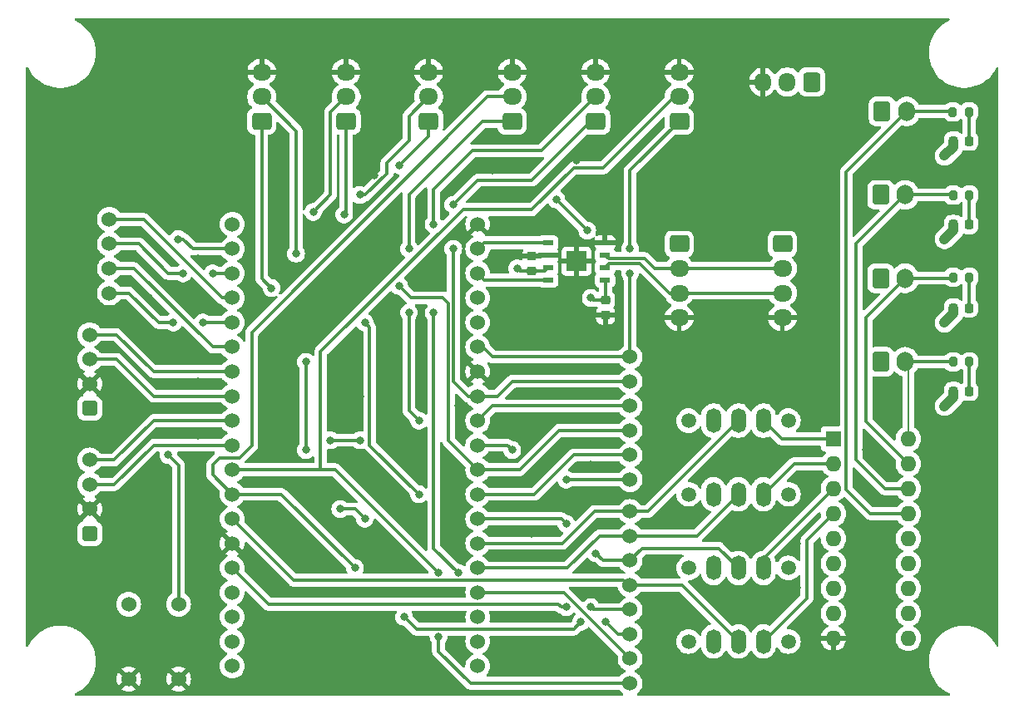
<source format=gtl>
G04 #@! TF.GenerationSoftware,KiCad,Pcbnew,8.0.4*
G04 #@! TF.CreationDate,2024-09-18T18:00:09+09:00*
G04 #@! TF.ProjectId,circuit-esp32-base,63697263-7569-4742-9d65-737033322d62,rev?*
G04 #@! TF.SameCoordinates,Original*
G04 #@! TF.FileFunction,Copper,L1,Top*
G04 #@! TF.FilePolarity,Positive*
%FSLAX46Y46*%
G04 Gerber Fmt 4.6, Leading zero omitted, Abs format (unit mm)*
G04 Created by KiCad (PCBNEW 8.0.4) date 2024-09-18 18:00:09*
%MOMM*%
%LPD*%
G01*
G04 APERTURE LIST*
G04 Aperture macros list*
%AMRoundRect*
0 Rectangle with rounded corners*
0 $1 Rounding radius*
0 $2 $3 $4 $5 $6 $7 $8 $9 X,Y pos of 4 corners*
0 Add a 4 corners polygon primitive as box body*
4,1,4,$2,$3,$4,$5,$6,$7,$8,$9,$2,$3,0*
0 Add four circle primitives for the rounded corners*
1,1,$1+$1,$2,$3*
1,1,$1+$1,$4,$5*
1,1,$1+$1,$6,$7*
1,1,$1+$1,$8,$9*
0 Add four rect primitives between the rounded corners*
20,1,$1+$1,$2,$3,$4,$5,0*
20,1,$1+$1,$4,$5,$6,$7,0*
20,1,$1+$1,$6,$7,$8,$9,0*
20,1,$1+$1,$8,$9,$2,$3,0*%
G04 Aperture macros list end*
G04 #@! TA.AperFunction,ComponentPad*
%ADD10RoundRect,0.250000X0.512000X-0.512000X0.512000X0.512000X-0.512000X0.512000X-0.512000X-0.512000X0*%
G04 #@! TD*
G04 #@! TA.AperFunction,ComponentPad*
%ADD11C,1.524000*%
G04 #@! TD*
G04 #@! TA.AperFunction,ComponentPad*
%ADD12RoundRect,0.250000X0.725000X-0.600000X0.725000X0.600000X-0.725000X0.600000X-0.725000X-0.600000X0*%
G04 #@! TD*
G04 #@! TA.AperFunction,ComponentPad*
%ADD13O,1.950000X1.700000*%
G04 #@! TD*
G04 #@! TA.AperFunction,ComponentPad*
%ADD14RoundRect,0.250000X-0.725000X0.600000X-0.725000X-0.600000X0.725000X-0.600000X0.725000X0.600000X0*%
G04 #@! TD*
G04 #@! TA.AperFunction,SMDPad,CuDef*
%ADD15RoundRect,0.218750X0.218750X0.256250X-0.218750X0.256250X-0.218750X-0.256250X0.218750X-0.256250X0*%
G04 #@! TD*
G04 #@! TA.AperFunction,SMDPad,CuDef*
%ADD16RoundRect,0.200000X0.200000X0.275000X-0.200000X0.275000X-0.200000X-0.275000X0.200000X-0.275000X0*%
G04 #@! TD*
G04 #@! TA.AperFunction,ComponentPad*
%ADD17O,1.500000X2.500000*%
G04 #@! TD*
G04 #@! TA.AperFunction,ComponentPad*
%ADD18C,1.500000*%
G04 #@! TD*
G04 #@! TA.AperFunction,SMDPad,CuDef*
%ADD19R,1.100000X0.500000*%
G04 #@! TD*
G04 #@! TA.AperFunction,SMDPad,CuDef*
%ADD20R,2.000000X2.000000*%
G04 #@! TD*
G04 #@! TA.AperFunction,SMDPad,CuDef*
%ADD21RoundRect,0.225000X0.250000X-0.225000X0.250000X0.225000X-0.250000X0.225000X-0.250000X-0.225000X0*%
G04 #@! TD*
G04 #@! TA.AperFunction,SMDPad,CuDef*
%ADD22RoundRect,0.225000X-0.250000X0.225000X-0.250000X-0.225000X0.250000X-0.225000X0.250000X0.225000X0*%
G04 #@! TD*
G04 #@! TA.AperFunction,ComponentPad*
%ADD23RoundRect,0.250000X-0.600000X-0.750000X0.600000X-0.750000X0.600000X0.750000X-0.600000X0.750000X0*%
G04 #@! TD*
G04 #@! TA.AperFunction,ComponentPad*
%ADD24O,1.700000X2.000000*%
G04 #@! TD*
G04 #@! TA.AperFunction,ComponentPad*
%ADD25R,1.600000X1.600000*%
G04 #@! TD*
G04 #@! TA.AperFunction,ComponentPad*
%ADD26O,1.600000X1.600000*%
G04 #@! TD*
G04 #@! TA.AperFunction,ComponentPad*
%ADD27RoundRect,0.250000X0.600000X0.725000X-0.600000X0.725000X-0.600000X-0.725000X0.600000X-0.725000X0*%
G04 #@! TD*
G04 #@! TA.AperFunction,ComponentPad*
%ADD28O,1.700000X1.950000*%
G04 #@! TD*
G04 #@! TA.AperFunction,ViaPad*
%ADD29C,0.800000*%
G04 #@! TD*
G04 #@! TA.AperFunction,Conductor*
%ADD30C,0.300000*%
G04 #@! TD*
G04 #@! TA.AperFunction,Conductor*
%ADD31C,1.000000*%
G04 #@! TD*
G04 #@! TA.AperFunction,Conductor*
%ADD32C,0.200000*%
G04 #@! TD*
G04 APERTURE END LIST*
D10*
X107000000Y-132500000D03*
D11*
X107000000Y-130000000D03*
X107000000Y-127500000D03*
X107000000Y-125000000D03*
D10*
X107000000Y-119750000D03*
D11*
X107000000Y-117250000D03*
X107000000Y-114750000D03*
X107000000Y-112250000D03*
X110960000Y-147310000D03*
X116040000Y-147310000D03*
X110960000Y-139690000D03*
X116040000Y-139690000D03*
D12*
X124500000Y-90500000D03*
D13*
X124500000Y-88000000D03*
X124500000Y-85500000D03*
D14*
X167000000Y-103000000D03*
D13*
X167000000Y-105500000D03*
X167000000Y-108000000D03*
X167000000Y-110500000D03*
D12*
X150000000Y-90500000D03*
D13*
X150000000Y-88000000D03*
X150000000Y-85500000D03*
D15*
X196500000Y-109525000D03*
X194925000Y-109525000D03*
X196500000Y-118025000D03*
X194925000Y-118025000D03*
D16*
X196537500Y-115025000D03*
X194887500Y-115025000D03*
X196542500Y-98025000D03*
X194892500Y-98025000D03*
D12*
X158500000Y-90500000D03*
D13*
X158500000Y-88000000D03*
X158500000Y-85500000D03*
D15*
X196500000Y-92525000D03*
X194925000Y-92525000D03*
D17*
X175580000Y-143500000D03*
X173040000Y-143500000D03*
X170500000Y-143500000D03*
D18*
X178120000Y-143500000D03*
X167960000Y-143500000D03*
D19*
X153650000Y-102870000D03*
X153650000Y-104140000D03*
X153650000Y-105410000D03*
X153650000Y-106680000D03*
X159450000Y-106680000D03*
X159450000Y-105410000D03*
X159450000Y-104140000D03*
X159450000Y-102870000D03*
D20*
X156550000Y-104775000D03*
D21*
X152000000Y-105775000D03*
X152000000Y-104225000D03*
D22*
X159500000Y-108725000D03*
X159500000Y-110275000D03*
D11*
X109000000Y-108000000D03*
X109000000Y-105500000D03*
X109000000Y-103000000D03*
X109000000Y-100500000D03*
D17*
X175580000Y-128500000D03*
X173040000Y-128500000D03*
X170500000Y-128500000D03*
D18*
X178120000Y-128500000D03*
X167960000Y-128500000D03*
D11*
X162000000Y-127000000D03*
X162000000Y-124500000D03*
X162000000Y-122000000D03*
X162000000Y-119500000D03*
X162000000Y-117000000D03*
X162000000Y-114500000D03*
D12*
X133100000Y-90500000D03*
D13*
X133100000Y-88000000D03*
X133100000Y-85500000D03*
D14*
X177500000Y-103000000D03*
D13*
X177500000Y-105500000D03*
X177500000Y-108000000D03*
X177500000Y-110500000D03*
D15*
X196500000Y-101025000D03*
X194925000Y-101025000D03*
D23*
X187500000Y-106500000D03*
D24*
X190000000Y-106500000D03*
D12*
X167000000Y-90500000D03*
D13*
X167000000Y-88000000D03*
X167000000Y-85500000D03*
D12*
X141500000Y-90500000D03*
D13*
X141500000Y-88000000D03*
X141500000Y-85500000D03*
D17*
X175580000Y-136000000D03*
X173040000Y-136000000D03*
X170500000Y-136000000D03*
D18*
X178120000Y-136000000D03*
X167960000Y-136000000D03*
D23*
X187650000Y-89500000D03*
D24*
X190150000Y-89500000D03*
D16*
X196500000Y-89560000D03*
X194850000Y-89560000D03*
D11*
X121500000Y-101000000D03*
X121500000Y-103500000D03*
X121500000Y-106000000D03*
X121500000Y-108500000D03*
X121500000Y-111000000D03*
X121500000Y-113500000D03*
X121500000Y-116000000D03*
X121500000Y-118500000D03*
X121500000Y-121000000D03*
X121500000Y-123500000D03*
X121500000Y-126000000D03*
X121500000Y-128500000D03*
X121500000Y-131000000D03*
X121500000Y-133500000D03*
X121500000Y-136000000D03*
X121500000Y-138500000D03*
X121500000Y-141000000D03*
X121500000Y-143500000D03*
X121500000Y-146000000D03*
X146500000Y-101000000D03*
X146500000Y-103500000D03*
X146500000Y-106000000D03*
X146500000Y-108500000D03*
X146500000Y-111000000D03*
X146500000Y-113500000D03*
X146500000Y-116000000D03*
X146500000Y-118500000D03*
X146500000Y-121000000D03*
X146500000Y-123500000D03*
X146500000Y-126000000D03*
X146500000Y-128500000D03*
X146500000Y-131000000D03*
X146500000Y-133500000D03*
X146500000Y-136000000D03*
X146500000Y-138500000D03*
X146500000Y-141000000D03*
X146500000Y-143500000D03*
X146500000Y-146000000D03*
D25*
X182700000Y-122850000D03*
D26*
X182700000Y-125390000D03*
X182700000Y-127930000D03*
X182700000Y-130470000D03*
X182700000Y-133010000D03*
X182700000Y-135550000D03*
X182700000Y-138090000D03*
X182700000Y-140630000D03*
X182700000Y-143170000D03*
X190320000Y-143170000D03*
X190320000Y-140630000D03*
X190320000Y-138090000D03*
X190320000Y-135550000D03*
X190320000Y-133010000D03*
X190320000Y-130470000D03*
X190320000Y-127930000D03*
X190320000Y-125390000D03*
X190320000Y-122850000D03*
D16*
X196542500Y-106400000D03*
X194892500Y-106400000D03*
D17*
X175580000Y-121000000D03*
X173040000Y-121000000D03*
X170500000Y-121000000D03*
D18*
X178120000Y-121000000D03*
X167960000Y-121000000D03*
D11*
X162000000Y-130250000D03*
X162000000Y-132750000D03*
X162000000Y-135250000D03*
X162000000Y-137750000D03*
X162000000Y-140250000D03*
X162000000Y-142750000D03*
X162000000Y-145250000D03*
X162000000Y-147750000D03*
D27*
X180500000Y-86500000D03*
D28*
X178000000Y-86500000D03*
X175500000Y-86500000D03*
D23*
X187500000Y-98000000D03*
D24*
X190000000Y-98000000D03*
D23*
X187500000Y-115000000D03*
D24*
X190000000Y-115000000D03*
D29*
X157642831Y-101642831D03*
X154500000Y-98500000D03*
X158000000Y-108500000D03*
X126500000Y-96000000D03*
X140500000Y-125000000D03*
X134500000Y-118500000D03*
X156500000Y-94500000D03*
X166500000Y-131000000D03*
X127500000Y-119000000D03*
X118000000Y-108000000D03*
X104000000Y-95500000D03*
X131500000Y-101500000D03*
X136000000Y-96000000D03*
X113000000Y-102500000D03*
X179000000Y-133500000D03*
X154500000Y-110500000D03*
X137000000Y-118500000D03*
X118000000Y-122500000D03*
X125000000Y-137000000D03*
X144500000Y-119500000D03*
X179000000Y-138000000D03*
X102500000Y-131500000D03*
X195500000Y-123000000D03*
X166000000Y-115500000D03*
X196500000Y-134500000D03*
X105500000Y-138000000D03*
X144500000Y-143500000D03*
X141000000Y-116000000D03*
X168500000Y-94500000D03*
X189000000Y-116500000D03*
X182000000Y-103000000D03*
X152000000Y-132500000D03*
X154500000Y-145000000D03*
X152500000Y-118000000D03*
X132500000Y-128000000D03*
X172000000Y-97000000D03*
X128000000Y-111000000D03*
X155000000Y-123500000D03*
X180000000Y-127500000D03*
X167500000Y-147500000D03*
X179500000Y-124000000D03*
X126000000Y-123000000D03*
X117500000Y-90000000D03*
X118500000Y-133500000D03*
X156500000Y-104750000D03*
X111000000Y-84500000D03*
X157500000Y-136000000D03*
X113000000Y-108500000D03*
X153500000Y-135000000D03*
X151500000Y-121000000D03*
X180500000Y-115500000D03*
X116000000Y-97000000D03*
X136500000Y-92500000D03*
X185500000Y-127500000D03*
X118000000Y-117000000D03*
X170000000Y-115500000D03*
X186000000Y-142500000D03*
X131500000Y-144500000D03*
X118000000Y-104500000D03*
X144000000Y-132500000D03*
X148000000Y-95500000D03*
X151000000Y-141000000D03*
X103000000Y-105500000D03*
X138000000Y-128500000D03*
X110500000Y-89500000D03*
X111000000Y-118500000D03*
X158500000Y-138500000D03*
X158000000Y-98000000D03*
X186000000Y-124000000D03*
X141000000Y-141000000D03*
X140500000Y-99500000D03*
X125000000Y-130500000D03*
X137000000Y-134500000D03*
X130000000Y-96000000D03*
X144000000Y-141000000D03*
X149000000Y-105000000D03*
X165000000Y-136000000D03*
X132500000Y-116500000D03*
X131500000Y-109000000D03*
X182000000Y-81000000D03*
X158000000Y-125500000D03*
X102000000Y-118500000D03*
X150500000Y-105500000D03*
X194000000Y-94025000D03*
X194000000Y-119525000D03*
X194000000Y-111025000D03*
X194000000Y-102525000D03*
X144500000Y-136500000D03*
X142000000Y-101000000D03*
X142000000Y-110000000D03*
X129750000Y-99750000D03*
X159500000Y-141500000D03*
X134000000Y-136000000D03*
X139000000Y-141000000D03*
X157000000Y-141500000D03*
X142500000Y-136500000D03*
X142500000Y-143000000D03*
X155500000Y-131500000D03*
X132500000Y-130000000D03*
X128000000Y-104000000D03*
X135000000Y-131000000D03*
X158500000Y-134500000D03*
X134500000Y-98000000D03*
X129000000Y-115000000D03*
X129000000Y-124000000D03*
X158000000Y-140000000D03*
X155500000Y-140000000D03*
X132900000Y-100000000D03*
X140500000Y-128500000D03*
X135000000Y-111000000D03*
X144000000Y-99000000D03*
X144000000Y-103500000D03*
X138500000Y-107300000D03*
X138500000Y-95000000D03*
X140500000Y-121000000D03*
X139500000Y-110000000D03*
X139500000Y-103500000D03*
X134500000Y-123000000D03*
X150000000Y-124000000D03*
X131500000Y-123000000D03*
X125500000Y-107500000D03*
X155500000Y-127000000D03*
X162000000Y-106000000D03*
X162000000Y-103500000D03*
X116500000Y-106000000D03*
X119500000Y-106000000D03*
X118500000Y-111000000D03*
X115500000Y-111000000D03*
X116000000Y-102500000D03*
X115000000Y-124500000D03*
D30*
X158225000Y-108725000D02*
X158000000Y-108500000D01*
X159500000Y-106730000D02*
X159450000Y-106680000D01*
X159500000Y-108725000D02*
X158225000Y-108725000D01*
X159500000Y-108725000D02*
X159500000Y-106730000D01*
X157642831Y-101642831D02*
X154500000Y-98500000D01*
X152000000Y-105775000D02*
X153285000Y-105775000D01*
X153285000Y-105775000D02*
X153650000Y-105410000D01*
X150775000Y-105775000D02*
X150500000Y-105500000D01*
X152000000Y-105775000D02*
X150775000Y-105775000D01*
X196537500Y-117987500D02*
X196500000Y-118025000D01*
X196537500Y-115025000D02*
X196537500Y-117987500D01*
D31*
X194925000Y-118600000D02*
X194000000Y-119525000D01*
X194925000Y-101600000D02*
X194000000Y-102525000D01*
X194925000Y-110100000D02*
X194000000Y-111025000D01*
X194925000Y-101025000D02*
X194925000Y-101600000D01*
X194925000Y-109525000D02*
X194925000Y-110100000D01*
X194925000Y-118025000D02*
X194925000Y-118600000D01*
X194925000Y-92525000D02*
X194925000Y-93100000D01*
X194925000Y-93100000D02*
X194000000Y-94025000D01*
D30*
X196500000Y-109525000D02*
X196500000Y-106442500D01*
X196500000Y-106442500D02*
X196542500Y-106400000D01*
X196500000Y-101025000D02*
X196500000Y-98067500D01*
X196500000Y-98067500D02*
X196542500Y-98025000D01*
X196500000Y-92525000D02*
X196500000Y-89560000D01*
X107000000Y-112250000D02*
X109750000Y-112250000D01*
X109750000Y-112250000D02*
X113500000Y-116000000D01*
X113500000Y-116000000D02*
X121500000Y-116000000D01*
X109750000Y-114750000D02*
X113500000Y-118500000D01*
X113500000Y-118500000D02*
X121500000Y-118500000D01*
X107000000Y-114750000D02*
X109750000Y-114750000D01*
X107000000Y-127500000D02*
X109500000Y-127500000D01*
X113500000Y-123500000D02*
X121500000Y-123500000D01*
X109500000Y-127500000D02*
X113500000Y-123500000D01*
X109500000Y-125000000D02*
X113500000Y-121000000D01*
X107000000Y-125000000D02*
X109500000Y-125000000D01*
X113500000Y-121000000D02*
X121500000Y-121000000D01*
X166000000Y-108000000D02*
X163000000Y-105000000D01*
X163000000Y-105000000D02*
X159860000Y-105000000D01*
X167000000Y-108000000D02*
X166000000Y-108000000D01*
X177500000Y-108000000D02*
X167000000Y-108000000D01*
X159860000Y-105000000D02*
X159450000Y-105410000D01*
X163469669Y-104500000D02*
X159810000Y-104500000D01*
X159810000Y-104500000D02*
X159450000Y-104140000D01*
X167000000Y-105500000D02*
X164469669Y-105500000D01*
X164469669Y-105500000D02*
X163469669Y-104500000D01*
X177500000Y-105500000D02*
X167000000Y-105500000D01*
X142000000Y-134000000D02*
X144500000Y-136500000D01*
X153000000Y-93500000D02*
X146000000Y-93500000D01*
X142000000Y-97500000D02*
X142000000Y-101000000D01*
X158500000Y-88000000D02*
X153000000Y-93500000D01*
X146000000Y-93500000D02*
X142000000Y-97500000D01*
X155250000Y-138500000D02*
X162000000Y-145250000D01*
X146500000Y-138500000D02*
X155250000Y-138500000D01*
X142000000Y-110000000D02*
X142000000Y-134000000D01*
X131500000Y-89600000D02*
X131500000Y-98000000D01*
X161750000Y-137750000D02*
X161252880Y-137252880D01*
X167290000Y-137750000D02*
X173040000Y-143500000D01*
X129750000Y-99750000D02*
X131500000Y-98000000D01*
X133100000Y-88000000D02*
X131500000Y-89600000D01*
X127752880Y-137252880D02*
X121500000Y-131000000D01*
X161252880Y-137252880D02*
X127752880Y-137252880D01*
X162000000Y-137750000D02*
X167290000Y-137750000D01*
X162000000Y-137750000D02*
X161750000Y-137750000D01*
X160750000Y-142750000D02*
X159500000Y-141500000D01*
X119500000Y-126500000D02*
X121500000Y-128500000D01*
X150000000Y-88000000D02*
X147500000Y-88000000D01*
X156252483Y-142247517D02*
X140247517Y-142247517D01*
X140247517Y-142247517D02*
X139000000Y-141000000D01*
X122227990Y-124772010D02*
X120227990Y-124772010D01*
X162000000Y-142750000D02*
X160750000Y-142750000D01*
X123500000Y-123500000D02*
X122227990Y-124772010D01*
X147500000Y-88000000D02*
X123500000Y-112000000D01*
X134000000Y-136000000D02*
X126500000Y-128500000D01*
X157000000Y-141500000D02*
X156252483Y-142247517D01*
X123500000Y-112000000D02*
X123500000Y-123500000D01*
X126500000Y-128500000D02*
X121500000Y-128500000D01*
X120227990Y-124772010D02*
X119500000Y-125500000D01*
X119500000Y-125500000D02*
X119500000Y-126500000D01*
X132000000Y-126000000D02*
X142500000Y-136500000D01*
X145000000Y-99500000D02*
X130500000Y-114000000D01*
X145750000Y-147750000D02*
X142500000Y-144500000D01*
X152000000Y-99500000D02*
X145000000Y-99500000D01*
X167000000Y-88000000D02*
X166500000Y-88000000D01*
X162000000Y-147750000D02*
X145750000Y-147750000D01*
X159250000Y-95250000D02*
X156250000Y-95250000D01*
X130500000Y-114000000D02*
X130500000Y-126000000D01*
X142500000Y-144500000D02*
X142500000Y-143000000D01*
X156250000Y-95250000D02*
X152000000Y-99500000D01*
X121500000Y-126000000D02*
X132000000Y-126000000D01*
X166500000Y-88000000D02*
X159250000Y-95250000D01*
X162000000Y-132750000D02*
X168790000Y-132750000D01*
X162000000Y-132750000D02*
X158875000Y-132750000D01*
X155625000Y-136000000D02*
X146500000Y-136000000D01*
X168790000Y-132750000D02*
X173040000Y-128500000D01*
X158875000Y-132750000D02*
X155625000Y-136000000D01*
X155125000Y-133500000D02*
X158375000Y-130250000D01*
X158375000Y-130250000D02*
X162000000Y-130250000D01*
X163790000Y-130250000D02*
X173040000Y-121000000D01*
X162000000Y-130250000D02*
X163790000Y-130250000D01*
X146500000Y-133500000D02*
X155125000Y-133500000D01*
X146500000Y-131000000D02*
X155000000Y-131000000D01*
X162000000Y-135250000D02*
X163250000Y-134000000D01*
X159250000Y-135250000D02*
X162000000Y-135250000D01*
X158500000Y-134500000D02*
X159250000Y-135250000D01*
X147000000Y-131000000D02*
X146500000Y-131000000D01*
X134000000Y-130000000D02*
X135000000Y-131000000D01*
X155000000Y-131000000D02*
X155500000Y-131500000D01*
X128000000Y-91500000D02*
X128000000Y-104000000D01*
X163250000Y-134000000D02*
X171040000Y-134000000D01*
X171040000Y-134000000D02*
X173040000Y-136000000D01*
X132500000Y-130000000D02*
X134000000Y-130000000D01*
X124500000Y-88000000D02*
X128000000Y-91500000D01*
X137250000Y-95810661D02*
X135060661Y-98000000D01*
X139500000Y-90000000D02*
X139500000Y-92500000D01*
X158250000Y-140250000D02*
X158000000Y-140000000D01*
X141500000Y-88000000D02*
X139500000Y-90000000D01*
X129000000Y-115000000D02*
X129000000Y-124000000D01*
X154693898Y-139693898D02*
X125193898Y-139693898D01*
X139500000Y-92500000D02*
X137250000Y-94750000D01*
X155000000Y-140000000D02*
X154693898Y-139693898D01*
X162000000Y-140250000D02*
X158250000Y-140250000D01*
X125193898Y-139693898D02*
X121500000Y-136000000D01*
X155500000Y-140000000D02*
X155000000Y-140000000D01*
X135060661Y-98000000D02*
X134500000Y-98000000D01*
X137250000Y-94750000D02*
X137250000Y-95810661D01*
X162000000Y-124500000D02*
X156250000Y-124500000D01*
X135000000Y-111000000D02*
X135500000Y-111500000D01*
X135500000Y-123500000D02*
X140500000Y-128500000D01*
X133100000Y-90500000D02*
X133100000Y-99800000D01*
X156250000Y-124500000D02*
X152250000Y-128500000D01*
X152250000Y-128500000D02*
X146500000Y-128500000D01*
X135500000Y-111500000D02*
X135500000Y-123500000D01*
X133100000Y-99800000D02*
X132900000Y-100000000D01*
X146500000Y-96500000D02*
X144000000Y-99000000D01*
X145500000Y-118500000D02*
X146500000Y-118500000D01*
X148500000Y-118500000D02*
X150000000Y-117000000D01*
X152000000Y-96500000D02*
X146500000Y-96500000D01*
X144000000Y-117000000D02*
X145500000Y-118500000D01*
X146500000Y-118500000D02*
X148500000Y-118500000D01*
X150000000Y-117000000D02*
X162000000Y-117000000D01*
X158500000Y-90500000D02*
X158000000Y-90500000D01*
X144000000Y-103500000D02*
X144000000Y-117000000D01*
X158000000Y-90500000D02*
X152000000Y-96500000D01*
X142924264Y-108500000D02*
X143500000Y-109075736D01*
X141500000Y-92000000D02*
X138500000Y-95000000D01*
X150750000Y-126000000D02*
X146500000Y-126000000D01*
X138500000Y-107300000D02*
X139700000Y-108500000D01*
X143500000Y-109075736D02*
X143500000Y-123000000D01*
X141500000Y-90500000D02*
X141500000Y-92000000D01*
X143500000Y-123000000D02*
X146500000Y-126000000D01*
X154750000Y-122000000D02*
X150750000Y-126000000D01*
X162000000Y-122000000D02*
X154750000Y-122000000D01*
X139700000Y-108500000D02*
X142924264Y-108500000D01*
X139500000Y-120000000D02*
X140500000Y-121000000D01*
X147000000Y-90500000D02*
X139500000Y-98000000D01*
X139500000Y-98000000D02*
X139500000Y-103500000D01*
X150000000Y-90500000D02*
X147000000Y-90500000D01*
X162000000Y-119500000D02*
X148000000Y-119500000D01*
X139500000Y-110000000D02*
X139500000Y-120000000D01*
X148000000Y-119500000D02*
X146500000Y-121000000D01*
X125500000Y-107500000D02*
X124500000Y-106500000D01*
X131500000Y-123000000D02*
X134500000Y-123000000D01*
X124500000Y-90500000D02*
X124500000Y-106500000D01*
X146500000Y-123500000D02*
X149500000Y-123500000D01*
X149500000Y-123500000D02*
X150000000Y-124000000D01*
X155500000Y-127000000D02*
X162000000Y-127000000D01*
X162000000Y-103500000D02*
X162000000Y-95500000D01*
X147000000Y-113500000D02*
X148000000Y-114500000D01*
X162000000Y-95500000D02*
X167000000Y-90500000D01*
X148000000Y-114500000D02*
X162000000Y-114500000D01*
X146500000Y-113500000D02*
X147000000Y-113500000D01*
X162000000Y-106000000D02*
X162000000Y-114500000D01*
X120500000Y-108500000D02*
X121500000Y-108500000D01*
X112500000Y-100500000D02*
X120500000Y-108500000D01*
X109000000Y-100500000D02*
X112500000Y-100500000D01*
X116500000Y-106000000D02*
X115000000Y-106000000D01*
X112000000Y-103000000D02*
X109000000Y-103000000D01*
X115000000Y-106000000D02*
X112000000Y-103000000D01*
X119500000Y-106000000D02*
X121500000Y-106000000D01*
X119500000Y-113500000D02*
X121500000Y-113500000D01*
X109000000Y-105500000D02*
X111500000Y-105500000D01*
X111500000Y-105500000D02*
X119500000Y-113500000D01*
X118500000Y-111000000D02*
X121500000Y-111000000D01*
X111000000Y-108000000D02*
X109000000Y-108000000D01*
X115500000Y-111000000D02*
X114000000Y-111000000D01*
X114000000Y-111000000D02*
X111000000Y-108000000D01*
X116000000Y-102500000D02*
X116500000Y-102500000D01*
X116040000Y-125540000D02*
X116040000Y-139690000D01*
X115000000Y-124500000D02*
X116040000Y-125540000D01*
X116500000Y-102500000D02*
X117500000Y-103500000D01*
X117500000Y-103500000D02*
X121500000Y-103500000D01*
X177430000Y-122850000D02*
X182700000Y-122850000D01*
X175580000Y-121000000D02*
X177430000Y-122850000D01*
X178690000Y-125390000D02*
X182700000Y-125390000D01*
X175580000Y-128500000D02*
X178690000Y-125390000D01*
X175580000Y-136000000D02*
X175580000Y-135050000D01*
X175580000Y-135050000D02*
X182700000Y-127930000D01*
X180000000Y-133170000D02*
X182700000Y-130470000D01*
X175580000Y-143500000D02*
X180000000Y-139080000D01*
X180000000Y-139080000D02*
X180000000Y-133170000D01*
X147180000Y-106680000D02*
X146500000Y-106000000D01*
X153650000Y-106680000D02*
X147180000Y-106680000D01*
X153650000Y-102870000D02*
X147130000Y-102870000D01*
X147130000Y-102870000D02*
X146500000Y-103500000D01*
X194862500Y-115000000D02*
X194887500Y-115025000D01*
X190000000Y-115000000D02*
X194862500Y-115000000D01*
D32*
X190320000Y-115320000D02*
X190000000Y-115000000D01*
X190320000Y-122850000D02*
X190320000Y-115320000D01*
D30*
X190000000Y-106500000D02*
X194792500Y-106500000D01*
X190000000Y-106525000D02*
X190000000Y-106500000D01*
X186000000Y-110525000D02*
X186000000Y-121070000D01*
X186000000Y-110525000D02*
X190000000Y-106525000D01*
X190320000Y-125390000D02*
X186000000Y-121070000D01*
X194792500Y-106500000D02*
X194892500Y-106400000D01*
X194867500Y-98000000D02*
X194892500Y-98025000D01*
X190000000Y-98000000D02*
X194867500Y-98000000D01*
X190320000Y-127930000D02*
X187930000Y-127930000D01*
X185000000Y-103000000D02*
X190000000Y-98000000D01*
X187930000Y-127930000D02*
X185000000Y-125000000D01*
X185000000Y-103000000D02*
X185000000Y-125000000D01*
X186470000Y-130470000D02*
X184000000Y-128000000D01*
X184000000Y-95650000D02*
X190150000Y-89500000D01*
X190150000Y-89500000D02*
X194790000Y-89500000D01*
X194790000Y-89500000D02*
X194850000Y-89560000D01*
X190210000Y-89560000D02*
X190150000Y-89500000D01*
X190320000Y-130470000D02*
X186470000Y-130470000D01*
X184000000Y-95650000D02*
X184000000Y-128000000D01*
G04 #@! TA.AperFunction,Conductor*
G36*
X194483629Y-80020185D02*
G01*
X194529384Y-80072989D01*
X194539328Y-80142147D01*
X194510303Y-80205703D01*
X194464042Y-80239061D01*
X194458735Y-80241259D01*
X194458723Y-80241264D01*
X194146752Y-80408017D01*
X194146734Y-80408028D01*
X193852606Y-80604558D01*
X193852592Y-80604568D01*
X193579130Y-80828992D01*
X193328992Y-81079130D01*
X193104568Y-81352592D01*
X193104558Y-81352606D01*
X192908028Y-81646734D01*
X192908017Y-81646752D01*
X192741264Y-81958723D01*
X192741262Y-81958728D01*
X192605882Y-82285563D01*
X192503188Y-82624104D01*
X192503185Y-82624115D01*
X192434176Y-82971053D01*
X192434173Y-82971070D01*
X192399500Y-83323122D01*
X192399500Y-83676877D01*
X192434173Y-84028929D01*
X192434176Y-84028946D01*
X192503185Y-84375884D01*
X192503188Y-84375895D01*
X192605882Y-84714436D01*
X192701610Y-84945543D01*
X192735725Y-85027905D01*
X192741262Y-85041271D01*
X192741264Y-85041276D01*
X192908017Y-85353247D01*
X192908028Y-85353265D01*
X193104558Y-85647393D01*
X193104568Y-85647407D01*
X193328992Y-85920869D01*
X193579130Y-86171007D01*
X193579135Y-86171011D01*
X193579136Y-86171012D01*
X193852598Y-86395436D01*
X194146741Y-86591976D01*
X194146750Y-86591981D01*
X194146752Y-86591982D01*
X194458723Y-86758735D01*
X194458725Y-86758735D01*
X194458731Y-86758739D01*
X194785565Y-86894118D01*
X195124095Y-86996809D01*
X195124101Y-86996810D01*
X195124104Y-86996811D01*
X195124115Y-86996814D01*
X195341674Y-87040088D01*
X195471060Y-87065825D01*
X195823119Y-87100500D01*
X195823122Y-87100500D01*
X196176878Y-87100500D01*
X196176881Y-87100500D01*
X196528940Y-87065825D01*
X196700679Y-87031663D01*
X196875884Y-86996814D01*
X196875895Y-86996811D01*
X196875895Y-86996810D01*
X196875905Y-86996809D01*
X197214435Y-86894118D01*
X197541269Y-86758739D01*
X197853259Y-86591976D01*
X198147402Y-86395436D01*
X198420864Y-86171012D01*
X198671012Y-85920864D01*
X198895436Y-85647402D01*
X199091976Y-85353259D01*
X199258739Y-85041269D01*
X199260939Y-85035958D01*
X199304779Y-84981554D01*
X199371073Y-84959489D01*
X199438773Y-84976768D01*
X199486384Y-85027905D01*
X199499500Y-85083410D01*
X199499500Y-143916589D01*
X199479815Y-143983628D01*
X199427011Y-144029383D01*
X199357853Y-144039327D01*
X199294297Y-144010302D01*
X199260941Y-143964046D01*
X199258741Y-143958736D01*
X199258735Y-143958723D01*
X199091982Y-143646752D01*
X199091981Y-143646750D01*
X199091976Y-143646741D01*
X198895436Y-143352598D01*
X198671012Y-143079136D01*
X198671011Y-143079135D01*
X198671007Y-143079130D01*
X198420869Y-142828992D01*
X198147407Y-142604568D01*
X198147406Y-142604567D01*
X198147402Y-142604564D01*
X197853259Y-142408024D01*
X197853254Y-142408021D01*
X197853247Y-142408017D01*
X197541276Y-142241264D01*
X197541271Y-142241262D01*
X197529137Y-142236236D01*
X197411768Y-142187620D01*
X197214436Y-142105882D01*
X196875895Y-142003188D01*
X196875884Y-142003185D01*
X196528946Y-141934176D01*
X196528929Y-141934173D01*
X196262700Y-141907952D01*
X196176881Y-141899500D01*
X195823119Y-141899500D01*
X195743748Y-141907317D01*
X195471070Y-141934173D01*
X195471053Y-141934176D01*
X195124115Y-142003185D01*
X195124104Y-142003188D01*
X194785563Y-142105882D01*
X194458728Y-142241262D01*
X194458723Y-142241264D01*
X194146752Y-142408017D01*
X194146734Y-142408028D01*
X193852606Y-142604558D01*
X193852592Y-142604568D01*
X193579130Y-142828992D01*
X193328992Y-143079130D01*
X193104568Y-143352592D01*
X193104558Y-143352606D01*
X192908028Y-143646734D01*
X192908017Y-143646752D01*
X192741264Y-143958723D01*
X192741262Y-143958728D01*
X192605882Y-144285563D01*
X192503188Y-144624104D01*
X192503185Y-144624115D01*
X192434176Y-144971053D01*
X192434173Y-144971070D01*
X192399500Y-145323122D01*
X192399500Y-145676877D01*
X192434173Y-146028929D01*
X192434176Y-146028946D01*
X192503185Y-146375884D01*
X192503188Y-146375895D01*
X192605882Y-146714436D01*
X192741262Y-147041271D01*
X192741264Y-147041276D01*
X192908017Y-147353247D01*
X192908028Y-147353265D01*
X193104558Y-147647393D01*
X193104568Y-147647407D01*
X193328992Y-147920869D01*
X193579130Y-148171007D01*
X193579135Y-148171011D01*
X193579136Y-148171012D01*
X193852598Y-148395436D01*
X194146741Y-148591976D01*
X194146750Y-148591981D01*
X194146752Y-148591982D01*
X194458723Y-148758735D01*
X194458725Y-148758735D01*
X194458731Y-148758739D01*
X194463263Y-148760616D01*
X194464042Y-148760939D01*
X194518446Y-148804779D01*
X194540511Y-148871073D01*
X194523232Y-148938773D01*
X194472095Y-148986384D01*
X194416590Y-148999500D01*
X162809910Y-148999500D01*
X162742871Y-148979815D01*
X162697116Y-148927011D01*
X162687172Y-148857853D01*
X162716197Y-148794297D01*
X162738787Y-148773925D01*
X162762430Y-148757369D01*
X162814620Y-148720826D01*
X162970826Y-148564620D01*
X163097534Y-148383662D01*
X163190894Y-148183450D01*
X163248070Y-147970068D01*
X163267323Y-147750000D01*
X163266735Y-147743284D01*
X163252457Y-147580080D01*
X163248070Y-147529932D01*
X163190894Y-147316550D01*
X163097534Y-147116339D01*
X163018169Y-147002993D01*
X162970827Y-146935381D01*
X162912166Y-146876720D01*
X162814620Y-146779174D01*
X162814616Y-146779171D01*
X162814615Y-146779170D01*
X162633666Y-146652468D01*
X162633658Y-146652464D01*
X162547701Y-146612382D01*
X162495261Y-146566210D01*
X162476109Y-146499017D01*
X162496324Y-146432136D01*
X162547701Y-146387618D01*
X162633662Y-146347534D01*
X162814620Y-146220826D01*
X162970826Y-146064620D01*
X163097534Y-145883662D01*
X163190894Y-145683450D01*
X163248070Y-145470068D01*
X163267323Y-145250000D01*
X163248070Y-145029932D01*
X163190894Y-144816550D01*
X163097534Y-144616339D01*
X163034180Y-144525859D01*
X162970827Y-144435381D01*
X162931711Y-144396265D01*
X162814620Y-144279174D01*
X162814616Y-144279171D01*
X162814615Y-144279170D01*
X162633666Y-144152468D01*
X162633658Y-144152464D01*
X162547701Y-144112382D01*
X162495261Y-144066210D01*
X162476109Y-143999017D01*
X162496324Y-143932136D01*
X162547701Y-143887618D01*
X162633662Y-143847534D01*
X162814620Y-143720826D01*
X162970826Y-143564620D01*
X163097534Y-143383662D01*
X163190894Y-143183450D01*
X163248070Y-142970068D01*
X163265573Y-142770000D01*
X163267323Y-142750002D01*
X163267323Y-142749997D01*
X163260103Y-142667474D01*
X163248070Y-142529932D01*
X163190894Y-142316550D01*
X163097534Y-142116339D01*
X163024743Y-142012382D01*
X162970827Y-141935381D01*
X162896588Y-141861142D01*
X162814620Y-141779174D01*
X162814616Y-141779171D01*
X162814615Y-141779170D01*
X162633666Y-141652468D01*
X162633658Y-141652464D01*
X162547701Y-141612382D01*
X162495261Y-141566210D01*
X162476109Y-141499017D01*
X162496324Y-141432136D01*
X162547701Y-141387618D01*
X162633662Y-141347534D01*
X162814620Y-141220826D01*
X162970826Y-141064620D01*
X163097534Y-140883662D01*
X163190894Y-140683450D01*
X163248070Y-140470068D01*
X163263029Y-140299085D01*
X163267323Y-140250002D01*
X163267323Y-140249997D01*
X163256252Y-140123451D01*
X163248070Y-140029932D01*
X163190894Y-139816550D01*
X163097534Y-139616339D01*
X162996735Y-139472382D01*
X162970827Y-139435381D01*
X162894463Y-139359017D01*
X162814620Y-139279174D01*
X162814616Y-139279171D01*
X162814615Y-139279170D01*
X162633666Y-139152468D01*
X162633658Y-139152464D01*
X162547701Y-139112382D01*
X162495261Y-139066210D01*
X162476109Y-138999017D01*
X162496324Y-138932136D01*
X162547701Y-138887618D01*
X162548372Y-138887305D01*
X162633662Y-138847534D01*
X162814620Y-138720826D01*
X162970826Y-138564620D01*
X163048719Y-138453376D01*
X163103296Y-138409752D01*
X163150294Y-138400500D01*
X166969192Y-138400500D01*
X167036231Y-138420185D01*
X167056873Y-138436819D01*
X170209889Y-141589835D01*
X170243374Y-141651158D01*
X170238390Y-141720850D01*
X170196518Y-141776783D01*
X170160527Y-141795447D01*
X170019970Y-141841117D01*
X169844594Y-141930476D01*
X169789061Y-141970824D01*
X169685354Y-142046172D01*
X169685352Y-142046174D01*
X169685351Y-142046174D01*
X169546174Y-142185351D01*
X169546174Y-142185352D01*
X169546172Y-142185354D01*
X169498489Y-142250984D01*
X169430476Y-142344594D01*
X169341117Y-142519970D01*
X169280291Y-142707172D01*
X169263948Y-142810353D01*
X169234018Y-142873488D01*
X169174706Y-142910418D01*
X169104844Y-142909420D01*
X169046611Y-142870809D01*
X169039900Y-142862077D01*
X169006285Y-142814070D01*
X168961424Y-142750000D01*
X168921599Y-142693124D01*
X168913852Y-142685377D01*
X168766877Y-142538402D01*
X168587639Y-142412898D01*
X168587640Y-142412898D01*
X168587638Y-142412897D01*
X168476648Y-142361142D01*
X168389330Y-142320425D01*
X168389326Y-142320424D01*
X168389322Y-142320422D01*
X168177977Y-142263793D01*
X167960002Y-142244723D01*
X167959998Y-142244723D01*
X167877621Y-142251930D01*
X167742023Y-142263793D01*
X167742020Y-142263793D01*
X167530677Y-142320422D01*
X167530668Y-142320426D01*
X167332361Y-142412898D01*
X167332357Y-142412900D01*
X167153121Y-142538402D01*
X166998402Y-142693121D01*
X166872900Y-142872357D01*
X166872898Y-142872361D01*
X166780426Y-143070668D01*
X166780422Y-143070677D01*
X166723793Y-143282020D01*
X166723793Y-143282024D01*
X166704723Y-143499997D01*
X166704723Y-143500002D01*
X166723793Y-143717975D01*
X166723793Y-143717979D01*
X166780422Y-143929322D01*
X166780424Y-143929326D01*
X166780425Y-143929330D01*
X166818183Y-144010302D01*
X166872897Y-144127638D01*
X166872898Y-144127639D01*
X166998402Y-144306877D01*
X167153123Y-144461598D01*
X167332361Y-144587102D01*
X167530670Y-144679575D01*
X167530676Y-144679576D01*
X167530677Y-144679577D01*
X167561364Y-144687799D01*
X167742023Y-144736207D01*
X167921743Y-144751930D01*
X167959998Y-144755277D01*
X167960000Y-144755277D01*
X167960002Y-144755277D01*
X167998257Y-144751930D01*
X168177977Y-144736207D01*
X168389330Y-144679575D01*
X168587639Y-144587102D01*
X168766877Y-144461598D01*
X168921598Y-144306877D01*
X169039902Y-144137921D01*
X169094477Y-144094298D01*
X169163975Y-144087104D01*
X169226330Y-144118627D01*
X169261744Y-144178857D01*
X169263948Y-144189647D01*
X169280291Y-144292827D01*
X169341117Y-144480029D01*
X169414523Y-144624095D01*
X169430476Y-144655405D01*
X169546172Y-144814646D01*
X169685354Y-144953828D01*
X169844595Y-145069524D01*
X169927455Y-145111743D01*
X170019970Y-145158882D01*
X170019972Y-145158882D01*
X170019975Y-145158884D01*
X170101512Y-145185377D01*
X170207173Y-145219709D01*
X170401578Y-145250500D01*
X170401583Y-145250500D01*
X170598422Y-145250500D01*
X170792826Y-145219709D01*
X170980025Y-145158884D01*
X171155405Y-145069524D01*
X171314646Y-144953828D01*
X171453828Y-144814646D01*
X171569524Y-144655405D01*
X171585477Y-144624095D01*
X171659515Y-144478787D01*
X171707489Y-144427990D01*
X171775310Y-144411195D01*
X171841445Y-144433732D01*
X171880485Y-144478787D01*
X171970474Y-144655403D01*
X171988038Y-144679577D01*
X172086172Y-144814646D01*
X172225354Y-144953828D01*
X172384595Y-145069524D01*
X172467455Y-145111743D01*
X172559970Y-145158882D01*
X172559972Y-145158882D01*
X172559975Y-145158884D01*
X172641512Y-145185377D01*
X172747173Y-145219709D01*
X172941578Y-145250500D01*
X172941583Y-145250500D01*
X173138422Y-145250500D01*
X173332826Y-145219709D01*
X173520025Y-145158884D01*
X173695405Y-145069524D01*
X173854646Y-144953828D01*
X173993828Y-144814646D01*
X174109524Y-144655405D01*
X174125477Y-144624095D01*
X174199515Y-144478787D01*
X174247489Y-144427990D01*
X174315310Y-144411195D01*
X174381445Y-144433732D01*
X174420485Y-144478787D01*
X174510474Y-144655403D01*
X174528038Y-144679577D01*
X174626172Y-144814646D01*
X174765354Y-144953828D01*
X174924595Y-145069524D01*
X175007455Y-145111743D01*
X175099970Y-145158882D01*
X175099972Y-145158882D01*
X175099975Y-145158884D01*
X175181512Y-145185377D01*
X175287173Y-145219709D01*
X175481578Y-145250500D01*
X175481583Y-145250500D01*
X175678422Y-145250500D01*
X175872826Y-145219709D01*
X176060025Y-145158884D01*
X176235405Y-145069524D01*
X176394646Y-144953828D01*
X176533828Y-144814646D01*
X176649524Y-144655405D01*
X176738884Y-144480025D01*
X176799709Y-144292826D01*
X176816051Y-144189647D01*
X176845980Y-144126513D01*
X176905292Y-144089582D01*
X176975154Y-144090580D01*
X177033387Y-144129190D01*
X177040090Y-144137910D01*
X177158402Y-144306877D01*
X177313123Y-144461598D01*
X177492361Y-144587102D01*
X177690670Y-144679575D01*
X177690676Y-144679576D01*
X177690677Y-144679577D01*
X177721364Y-144687799D01*
X177902023Y-144736207D01*
X178081743Y-144751930D01*
X178119998Y-144755277D01*
X178120000Y-144755277D01*
X178120002Y-144755277D01*
X178158257Y-144751930D01*
X178337977Y-144736207D01*
X178549330Y-144679575D01*
X178747639Y-144587102D01*
X178926877Y-144461598D01*
X179081598Y-144306877D01*
X179207102Y-144127639D01*
X179299575Y-143929330D01*
X179356207Y-143717977D01*
X179375277Y-143500000D01*
X179356207Y-143282023D01*
X179312080Y-143117339D01*
X179299577Y-143070677D01*
X179299576Y-143070676D01*
X179299575Y-143070670D01*
X179207102Y-142872362D01*
X179207100Y-142872359D01*
X179207099Y-142872357D01*
X179081599Y-142693124D01*
X179073852Y-142685377D01*
X178926877Y-142538402D01*
X178747639Y-142412898D01*
X178747640Y-142412898D01*
X178747638Y-142412897D01*
X178636648Y-142361142D01*
X178549330Y-142320425D01*
X178549326Y-142320424D01*
X178549322Y-142320422D01*
X178337977Y-142263793D01*
X178120002Y-142244723D01*
X178119996Y-142244723D01*
X178059637Y-142250003D01*
X177991137Y-142236236D01*
X177940955Y-142187620D01*
X177925022Y-142119591D01*
X177948398Y-142053748D01*
X177961143Y-142038801D01*
X180505277Y-139494669D01*
X180576465Y-139388127D01*
X180625501Y-139269744D01*
X180636222Y-139215848D01*
X180650500Y-139144071D01*
X180650500Y-133490807D01*
X180670185Y-133423768D01*
X180686815Y-133403130D01*
X181183793Y-132906151D01*
X181245114Y-132872668D01*
X181314805Y-132877652D01*
X181370739Y-132919523D01*
X181395156Y-132984988D01*
X181395001Y-133004634D01*
X181394532Y-133009998D01*
X181394532Y-133010001D01*
X181414364Y-133236686D01*
X181414366Y-133236697D01*
X181473258Y-133456488D01*
X181473261Y-133456497D01*
X181569431Y-133662732D01*
X181569432Y-133662734D01*
X181699954Y-133849141D01*
X181860858Y-134010045D01*
X181860861Y-134010047D01*
X182047266Y-134140568D01*
X182105275Y-134167618D01*
X182157714Y-134213791D01*
X182176866Y-134280984D01*
X182156650Y-134347865D01*
X182105275Y-134392382D01*
X182047267Y-134419431D01*
X182047265Y-134419432D01*
X181860858Y-134549954D01*
X181699954Y-134710858D01*
X181569432Y-134897265D01*
X181569431Y-134897267D01*
X181473261Y-135103502D01*
X181473258Y-135103511D01*
X181414366Y-135323302D01*
X181414364Y-135323313D01*
X181394532Y-135549998D01*
X181394532Y-135550001D01*
X181414364Y-135776686D01*
X181414366Y-135776697D01*
X181473258Y-135996488D01*
X181473261Y-135996497D01*
X181569431Y-136202732D01*
X181569432Y-136202734D01*
X181699954Y-136389141D01*
X181860858Y-136550045D01*
X181883944Y-136566210D01*
X182047266Y-136680568D01*
X182094947Y-136702802D01*
X182105275Y-136707618D01*
X182157714Y-136753791D01*
X182176866Y-136820984D01*
X182156650Y-136887865D01*
X182105275Y-136932381D01*
X182098843Y-136935381D01*
X182047267Y-136959431D01*
X182047265Y-136959432D01*
X181860858Y-137089954D01*
X181699954Y-137250858D01*
X181569432Y-137437265D01*
X181569431Y-137437267D01*
X181473261Y-137643502D01*
X181473258Y-137643511D01*
X181414366Y-137863302D01*
X181414364Y-137863313D01*
X181394532Y-138089998D01*
X181394532Y-138090001D01*
X181414364Y-138316686D01*
X181414366Y-138316697D01*
X181473258Y-138536488D01*
X181473261Y-138536497D01*
X181569431Y-138742732D01*
X181569432Y-138742734D01*
X181699954Y-138929141D01*
X181860858Y-139090045D01*
X181860861Y-139090047D01*
X182047266Y-139220568D01*
X182105275Y-139247618D01*
X182157714Y-139293791D01*
X182176866Y-139360984D01*
X182156650Y-139427865D01*
X182105275Y-139472381D01*
X182088272Y-139480310D01*
X182047267Y-139499431D01*
X182047265Y-139499432D01*
X181860858Y-139629954D01*
X181699954Y-139790858D01*
X181569432Y-139977265D01*
X181569431Y-139977267D01*
X181473261Y-140183502D01*
X181473258Y-140183511D01*
X181414366Y-140403302D01*
X181414364Y-140403313D01*
X181394532Y-140629998D01*
X181394532Y-140630001D01*
X181414364Y-140856686D01*
X181414366Y-140856697D01*
X181473258Y-141076488D01*
X181473261Y-141076497D01*
X181569431Y-141282732D01*
X181569432Y-141282734D01*
X181699954Y-141469141D01*
X181860858Y-141630045D01*
X181892879Y-141652466D01*
X182047266Y-141760568D01*
X182105865Y-141787893D01*
X182158305Y-141834065D01*
X182177457Y-141901258D01*
X182157242Y-141968139D01*
X182105867Y-142012657D01*
X182047515Y-142039867D01*
X181861179Y-142170342D01*
X181700342Y-142331179D01*
X181569865Y-142517517D01*
X181473734Y-142723673D01*
X181473730Y-142723682D01*
X181421127Y-142919999D01*
X181421128Y-142920000D01*
X182384314Y-142920000D01*
X182379920Y-142924394D01*
X182327259Y-143015606D01*
X182300000Y-143117339D01*
X182300000Y-143222661D01*
X182327259Y-143324394D01*
X182379920Y-143415606D01*
X182384314Y-143420000D01*
X181421128Y-143420000D01*
X181473730Y-143616317D01*
X181473734Y-143616326D01*
X181569865Y-143822482D01*
X181700342Y-144008820D01*
X181861179Y-144169657D01*
X182047517Y-144300134D01*
X182253673Y-144396265D01*
X182253682Y-144396269D01*
X182449999Y-144448872D01*
X182450000Y-144448871D01*
X182450000Y-143485686D01*
X182454394Y-143490080D01*
X182545606Y-143542741D01*
X182647339Y-143570000D01*
X182752661Y-143570000D01*
X182854394Y-143542741D01*
X182945606Y-143490080D01*
X182950000Y-143485686D01*
X182950000Y-144448872D01*
X183146317Y-144396269D01*
X183146326Y-144396265D01*
X183352482Y-144300134D01*
X183538820Y-144169657D01*
X183699657Y-144008820D01*
X183830134Y-143822482D01*
X183926265Y-143616326D01*
X183926269Y-143616317D01*
X183978872Y-143420000D01*
X183015686Y-143420000D01*
X183020080Y-143415606D01*
X183072741Y-143324394D01*
X183100000Y-143222661D01*
X183100000Y-143117339D01*
X183072741Y-143015606D01*
X183020080Y-142924394D01*
X183015686Y-142920000D01*
X183978872Y-142920000D01*
X183978872Y-142919999D01*
X183926269Y-142723682D01*
X183926265Y-142723673D01*
X183830134Y-142517517D01*
X183699657Y-142331179D01*
X183538820Y-142170342D01*
X183352482Y-142039865D01*
X183294133Y-142012657D01*
X183241694Y-141966484D01*
X183222542Y-141899291D01*
X183242758Y-141832410D01*
X183294129Y-141787895D01*
X183352734Y-141760568D01*
X183539139Y-141630047D01*
X183700047Y-141469139D01*
X183830568Y-141282734D01*
X183926739Y-141076496D01*
X183985635Y-140856692D01*
X184005468Y-140630000D01*
X184005074Y-140625502D01*
X183996346Y-140525734D01*
X183985635Y-140403308D01*
X183926739Y-140183504D01*
X183830568Y-139977266D01*
X183718037Y-139816554D01*
X183700045Y-139790858D01*
X183539141Y-139629954D01*
X183352734Y-139499432D01*
X183352728Y-139499429D01*
X183325038Y-139486517D01*
X183294724Y-139472381D01*
X183242285Y-139426210D01*
X183223133Y-139359017D01*
X183243348Y-139292135D01*
X183294725Y-139247618D01*
X183352734Y-139220568D01*
X183539139Y-139090047D01*
X183700047Y-138929139D01*
X183830568Y-138742734D01*
X183926739Y-138536496D01*
X183985635Y-138316692D01*
X184005468Y-138090000D01*
X184003416Y-138066550D01*
X183994975Y-137970068D01*
X183985635Y-137863308D01*
X183926739Y-137643504D01*
X183830568Y-137437266D01*
X183700047Y-137250861D01*
X183700045Y-137250858D01*
X183539141Y-137089954D01*
X183352734Y-136959432D01*
X183352728Y-136959429D01*
X183325038Y-136946517D01*
X183294724Y-136932381D01*
X183242285Y-136886210D01*
X183223133Y-136819017D01*
X183243348Y-136752135D01*
X183294725Y-136707618D01*
X183305053Y-136702802D01*
X183352734Y-136680568D01*
X183539139Y-136550047D01*
X183700047Y-136389139D01*
X183830568Y-136202734D01*
X183926739Y-135996496D01*
X183985635Y-135776692D01*
X184005468Y-135550000D01*
X183985635Y-135323308D01*
X183936212Y-135138857D01*
X183926741Y-135103511D01*
X183926738Y-135103502D01*
X183919884Y-135088804D01*
X183830568Y-134897266D01*
X183700047Y-134710861D01*
X183700045Y-134710858D01*
X183539141Y-134549954D01*
X183352734Y-134419432D01*
X183352728Y-134419429D01*
X183294725Y-134392382D01*
X183242285Y-134346210D01*
X183223133Y-134279017D01*
X183243348Y-134212135D01*
X183294725Y-134167618D01*
X183352734Y-134140568D01*
X183539139Y-134010047D01*
X183700047Y-133849139D01*
X183830568Y-133662734D01*
X183926739Y-133456496D01*
X183985635Y-133236692D01*
X184005468Y-133010000D01*
X183985635Y-132783308D01*
X183926739Y-132563504D01*
X183830568Y-132357266D01*
X183700047Y-132170861D01*
X183700045Y-132170858D01*
X183539141Y-132009954D01*
X183352734Y-131879432D01*
X183352728Y-131879429D01*
X183325038Y-131866517D01*
X183294724Y-131852381D01*
X183242285Y-131806210D01*
X183223133Y-131739017D01*
X183243348Y-131672135D01*
X183294725Y-131627618D01*
X183352734Y-131600568D01*
X183539139Y-131470047D01*
X183700047Y-131309139D01*
X183830568Y-131122734D01*
X183926739Y-130916496D01*
X183985635Y-130696692D01*
X184005468Y-130470000D01*
X183985635Y-130243308D01*
X183926739Y-130023504D01*
X183830568Y-129817266D01*
X183700047Y-129630861D01*
X183700045Y-129630858D01*
X183539141Y-129469954D01*
X183352734Y-129339432D01*
X183352728Y-129339429D01*
X183299527Y-129314621D01*
X183294724Y-129312381D01*
X183242285Y-129266210D01*
X183223133Y-129199017D01*
X183243348Y-129132135D01*
X183294725Y-129087618D01*
X183352734Y-129060568D01*
X183539139Y-128930047D01*
X183686940Y-128782245D01*
X183748262Y-128748762D01*
X183817953Y-128753746D01*
X183862301Y-128782247D01*
X186055324Y-130975271D01*
X186055327Y-130975274D01*
X186138991Y-131031176D01*
X186161866Y-131046460D01*
X186161872Y-131046464D01*
X186161875Y-131046466D01*
X186176508Y-131052527D01*
X186280256Y-131095501D01*
X186280260Y-131095501D01*
X186280261Y-131095502D01*
X186405928Y-131120500D01*
X186405931Y-131120500D01*
X189123317Y-131120500D01*
X189190356Y-131140185D01*
X189224892Y-131173377D01*
X189319954Y-131309141D01*
X189480858Y-131470045D01*
X189480861Y-131470047D01*
X189667266Y-131600568D01*
X189725275Y-131627618D01*
X189777714Y-131673791D01*
X189796866Y-131740984D01*
X189776650Y-131807865D01*
X189725275Y-131852382D01*
X189667267Y-131879431D01*
X189667265Y-131879432D01*
X189480858Y-132009954D01*
X189319954Y-132170858D01*
X189189432Y-132357265D01*
X189189431Y-132357267D01*
X189093261Y-132563502D01*
X189093258Y-132563511D01*
X189034366Y-132783302D01*
X189034364Y-132783313D01*
X189014532Y-133009998D01*
X189014532Y-133010001D01*
X189034364Y-133236686D01*
X189034366Y-133236697D01*
X189093258Y-133456488D01*
X189093261Y-133456497D01*
X189189431Y-133662732D01*
X189189432Y-133662734D01*
X189319954Y-133849141D01*
X189480858Y-134010045D01*
X189480861Y-134010047D01*
X189667266Y-134140568D01*
X189725275Y-134167618D01*
X189777714Y-134213791D01*
X189796866Y-134280984D01*
X189776650Y-134347865D01*
X189725275Y-134392382D01*
X189667267Y-134419431D01*
X189667265Y-134419432D01*
X189480858Y-134549954D01*
X189319954Y-134710858D01*
X189189432Y-134897265D01*
X189189431Y-134897267D01*
X189093261Y-135103502D01*
X189093258Y-135103511D01*
X189034366Y-135323302D01*
X189034364Y-135323313D01*
X189014532Y-135549998D01*
X189014532Y-135550001D01*
X189034364Y-135776686D01*
X189034366Y-135776697D01*
X189093258Y-135996488D01*
X189093261Y-135996497D01*
X189189431Y-136202732D01*
X189189432Y-136202734D01*
X189319954Y-136389141D01*
X189480858Y-136550045D01*
X189503944Y-136566210D01*
X189667266Y-136680568D01*
X189714947Y-136702802D01*
X189725275Y-136707618D01*
X189777714Y-136753791D01*
X189796866Y-136820984D01*
X189776650Y-136887865D01*
X189725275Y-136932381D01*
X189718843Y-136935381D01*
X189667267Y-136959431D01*
X189667265Y-136959432D01*
X189480858Y-137089954D01*
X189319954Y-137250858D01*
X189189432Y-137437265D01*
X189189431Y-137437267D01*
X189093261Y-137643502D01*
X189093258Y-137643511D01*
X189034366Y-137863302D01*
X189034364Y-137863313D01*
X189014532Y-138089998D01*
X189014532Y-138090001D01*
X189034364Y-138316686D01*
X189034366Y-138316697D01*
X189093258Y-138536488D01*
X189093261Y-138536497D01*
X189189431Y-138742732D01*
X189189432Y-138742734D01*
X189319954Y-138929141D01*
X189480858Y-139090045D01*
X189480861Y-139090047D01*
X189667266Y-139220568D01*
X189725275Y-139247618D01*
X189777714Y-139293791D01*
X189796866Y-139360984D01*
X189776650Y-139427865D01*
X189725275Y-139472381D01*
X189708272Y-139480310D01*
X189667267Y-139499431D01*
X189667265Y-139499432D01*
X189480858Y-139629954D01*
X189319954Y-139790858D01*
X189189432Y-139977265D01*
X189189431Y-139977267D01*
X189093261Y-140183502D01*
X189093258Y-140183511D01*
X189034366Y-140403302D01*
X189034364Y-140403313D01*
X189014532Y-140629998D01*
X189014532Y-140630001D01*
X189034364Y-140856686D01*
X189034366Y-140856697D01*
X189093258Y-141076488D01*
X189093261Y-141076497D01*
X189189431Y-141282732D01*
X189189432Y-141282734D01*
X189319954Y-141469141D01*
X189480858Y-141630045D01*
X189512879Y-141652466D01*
X189667266Y-141760568D01*
X189717840Y-141784151D01*
X189725275Y-141787618D01*
X189777714Y-141833791D01*
X189796866Y-141900984D01*
X189776650Y-141967865D01*
X189725275Y-142012382D01*
X189667267Y-142039431D01*
X189667265Y-142039432D01*
X189480858Y-142169954D01*
X189319954Y-142330858D01*
X189189432Y-142517265D01*
X189189431Y-142517267D01*
X189093261Y-142723502D01*
X189093258Y-142723511D01*
X189034366Y-142943302D01*
X189034364Y-142943313D01*
X189014532Y-143169998D01*
X189014532Y-143170001D01*
X189034364Y-143396686D01*
X189034366Y-143396697D01*
X189093258Y-143616488D01*
X189093261Y-143616497D01*
X189189431Y-143822732D01*
X189189432Y-143822734D01*
X189319954Y-144009141D01*
X189480858Y-144170045D01*
X189508853Y-144189647D01*
X189667266Y-144300568D01*
X189873504Y-144396739D01*
X190093308Y-144455635D01*
X190255230Y-144469801D01*
X190319998Y-144475468D01*
X190320000Y-144475468D01*
X190320002Y-144475468D01*
X190376673Y-144470509D01*
X190546692Y-144455635D01*
X190766496Y-144396739D01*
X190972734Y-144300568D01*
X191159139Y-144170047D01*
X191320047Y-144009139D01*
X191450568Y-143822734D01*
X191546739Y-143616496D01*
X191605635Y-143396692D01*
X191625468Y-143170000D01*
X191622007Y-143130446D01*
X191616778Y-143070670D01*
X191605635Y-142943308D01*
X191559198Y-142770000D01*
X191546741Y-142723511D01*
X191546738Y-142723502D01*
X191476095Y-142572009D01*
X191450568Y-142517266D01*
X191320047Y-142330861D01*
X191320045Y-142330858D01*
X191159141Y-142169954D01*
X190972734Y-142039432D01*
X190972728Y-142039429D01*
X190943359Y-142025734D01*
X190914724Y-142012381D01*
X190862285Y-141966210D01*
X190843133Y-141899017D01*
X190863348Y-141832135D01*
X190914725Y-141787618D01*
X190922160Y-141784151D01*
X190972734Y-141760568D01*
X191159139Y-141630047D01*
X191320047Y-141469139D01*
X191450568Y-141282734D01*
X191546739Y-141076496D01*
X191605635Y-140856692D01*
X191625468Y-140630000D01*
X191625074Y-140625502D01*
X191616346Y-140525734D01*
X191605635Y-140403308D01*
X191546739Y-140183504D01*
X191450568Y-139977266D01*
X191338037Y-139816554D01*
X191320045Y-139790858D01*
X191159141Y-139629954D01*
X190972734Y-139499432D01*
X190972728Y-139499429D01*
X190945038Y-139486517D01*
X190914724Y-139472381D01*
X190862285Y-139426210D01*
X190843133Y-139359017D01*
X190863348Y-139292135D01*
X190914725Y-139247618D01*
X190972734Y-139220568D01*
X191159139Y-139090047D01*
X191320047Y-138929139D01*
X191450568Y-138742734D01*
X191546739Y-138536496D01*
X191605635Y-138316692D01*
X191625468Y-138090000D01*
X191623416Y-138066550D01*
X191614975Y-137970068D01*
X191605635Y-137863308D01*
X191546739Y-137643504D01*
X191450568Y-137437266D01*
X191320047Y-137250861D01*
X191320045Y-137250858D01*
X191159141Y-137089954D01*
X190972734Y-136959432D01*
X190972728Y-136959429D01*
X190945038Y-136946517D01*
X190914724Y-136932381D01*
X190862285Y-136886210D01*
X190843133Y-136819017D01*
X190863348Y-136752135D01*
X190914725Y-136707618D01*
X190925053Y-136702802D01*
X190972734Y-136680568D01*
X191159139Y-136550047D01*
X191320047Y-136389139D01*
X191450568Y-136202734D01*
X191546739Y-135996496D01*
X191605635Y-135776692D01*
X191625468Y-135550000D01*
X191605635Y-135323308D01*
X191556212Y-135138857D01*
X191546741Y-135103511D01*
X191546738Y-135103502D01*
X191539884Y-135088804D01*
X191450568Y-134897266D01*
X191320047Y-134710861D01*
X191320045Y-134710858D01*
X191159141Y-134549954D01*
X190972734Y-134419432D01*
X190972728Y-134419429D01*
X190914725Y-134392382D01*
X190862285Y-134346210D01*
X190843133Y-134279017D01*
X190863348Y-134212135D01*
X190914725Y-134167618D01*
X190972734Y-134140568D01*
X191159139Y-134010047D01*
X191320047Y-133849139D01*
X191450568Y-133662734D01*
X191546739Y-133456496D01*
X191605635Y-133236692D01*
X191625468Y-133010000D01*
X191605635Y-132783308D01*
X191546739Y-132563504D01*
X191450568Y-132357266D01*
X191320047Y-132170861D01*
X191320045Y-132170858D01*
X191159141Y-132009954D01*
X190972734Y-131879432D01*
X190972728Y-131879429D01*
X190945038Y-131866517D01*
X190914724Y-131852381D01*
X190862285Y-131806210D01*
X190843133Y-131739017D01*
X190863348Y-131672135D01*
X190914725Y-131627618D01*
X190972734Y-131600568D01*
X191159139Y-131470047D01*
X191320047Y-131309139D01*
X191450568Y-131122734D01*
X191546739Y-130916496D01*
X191605635Y-130696692D01*
X191625468Y-130470000D01*
X191605635Y-130243308D01*
X191546739Y-130023504D01*
X191450568Y-129817266D01*
X191320047Y-129630861D01*
X191320045Y-129630858D01*
X191159141Y-129469954D01*
X190972734Y-129339432D01*
X190972728Y-129339429D01*
X190919527Y-129314621D01*
X190914724Y-129312381D01*
X190862285Y-129266210D01*
X190843133Y-129199017D01*
X190863348Y-129132135D01*
X190914725Y-129087618D01*
X190972734Y-129060568D01*
X191159139Y-128930047D01*
X191320047Y-128769139D01*
X191450568Y-128582734D01*
X191546739Y-128376496D01*
X191605635Y-128156692D01*
X191625468Y-127930000D01*
X191624902Y-127923535D01*
X191619801Y-127865230D01*
X191605635Y-127703308D01*
X191546739Y-127483504D01*
X191450568Y-127277266D01*
X191324720Y-127097535D01*
X191320045Y-127090858D01*
X191159141Y-126929954D01*
X190972734Y-126799432D01*
X190972728Y-126799429D01*
X190914725Y-126772382D01*
X190862285Y-126726210D01*
X190843133Y-126659017D01*
X190863348Y-126592135D01*
X190914725Y-126547618D01*
X190972734Y-126520568D01*
X191159139Y-126390047D01*
X191320047Y-126229139D01*
X191450568Y-126042734D01*
X191546739Y-125836496D01*
X191605635Y-125616692D01*
X191625468Y-125390000D01*
X191622943Y-125361144D01*
X191618491Y-125310255D01*
X191605635Y-125163308D01*
X191546739Y-124943504D01*
X191450568Y-124737266D01*
X191331035Y-124566554D01*
X191320045Y-124550858D01*
X191159141Y-124389954D01*
X190972734Y-124259432D01*
X190972728Y-124259429D01*
X190937444Y-124242976D01*
X190914724Y-124232381D01*
X190862285Y-124186210D01*
X190843133Y-124119017D01*
X190863348Y-124052135D01*
X190914725Y-124007618D01*
X190972734Y-123980568D01*
X191159139Y-123850047D01*
X191320047Y-123689139D01*
X191450568Y-123502734D01*
X191546739Y-123296496D01*
X191605635Y-123076692D01*
X191625468Y-122850000D01*
X191605635Y-122623308D01*
X191546739Y-122403504D01*
X191450568Y-122197266D01*
X191320047Y-122010861D01*
X191320045Y-122010858D01*
X191159140Y-121849953D01*
X190973377Y-121719881D01*
X190929752Y-121665304D01*
X190920500Y-121618306D01*
X190920500Y-116190758D01*
X190940185Y-116123719D01*
X190956819Y-116103077D01*
X190993410Y-116066486D01*
X191030104Y-116029792D01*
X191030106Y-116029788D01*
X191030109Y-116029786D01*
X191155048Y-115857820D01*
X191155047Y-115857820D01*
X191155051Y-115857816D01*
X191226186Y-115718204D01*
X191274160Y-115667409D01*
X191336671Y-115650500D01*
X194010898Y-115650500D01*
X194077937Y-115670185D01*
X194117014Y-115710349D01*
X194132028Y-115735185D01*
X194132031Y-115735189D01*
X194252311Y-115855469D01*
X194252313Y-115855470D01*
X194252315Y-115855472D01*
X194397894Y-115943478D01*
X194560304Y-115994086D01*
X194630884Y-116000500D01*
X194630887Y-116000500D01*
X195144113Y-116000500D01*
X195144116Y-116000500D01*
X195214696Y-115994086D01*
X195377106Y-115943478D01*
X195522685Y-115855472D01*
X195624820Y-115753336D01*
X195686141Y-115719853D01*
X195755833Y-115724837D01*
X195800181Y-115753338D01*
X195850681Y-115803838D01*
X195884166Y-115865161D01*
X195887000Y-115891519D01*
X195887000Y-117097655D01*
X195867315Y-117164694D01*
X195836639Y-117194813D01*
X195837770Y-117196243D01*
X195832104Y-117200722D01*
X195800179Y-117232647D01*
X195738855Y-117266132D01*
X195669164Y-117261146D01*
X195624818Y-117232646D01*
X195592891Y-117200719D01*
X195592887Y-117200716D01*
X195449795Y-117112455D01*
X195449789Y-117112452D01*
X195449787Y-117112451D01*
X195290185Y-117059564D01*
X195290183Y-117059563D01*
X195191681Y-117049500D01*
X195191674Y-117049500D01*
X195161434Y-117049500D01*
X195137243Y-117047117D01*
X195099551Y-117039619D01*
X195023543Y-117024500D01*
X195023541Y-117024500D01*
X194826459Y-117024500D01*
X194826457Y-117024500D01*
X194750448Y-117039619D01*
X194712756Y-117047117D01*
X194688566Y-117049500D01*
X194658318Y-117049500D01*
X194559816Y-117059563D01*
X194559815Y-117059564D01*
X194480719Y-117085773D01*
X194400215Y-117112450D01*
X194400204Y-117112455D01*
X194257112Y-117200716D01*
X194257108Y-117200719D01*
X194138219Y-117319608D01*
X194138216Y-117319612D01*
X194049955Y-117462704D01*
X194049950Y-117462715D01*
X193997063Y-117622317D01*
X193995046Y-117642063D01*
X193986250Y-117676908D01*
X193975287Y-117703377D01*
X193962948Y-117733167D01*
X193924500Y-117926456D01*
X193924500Y-118134217D01*
X193904815Y-118201256D01*
X193888181Y-118221898D01*
X193222863Y-118887215D01*
X193222860Y-118887219D01*
X193113372Y-119051079D01*
X193113367Y-119051089D01*
X193037949Y-119233163D01*
X193037947Y-119233171D01*
X192999500Y-119426455D01*
X192999500Y-119623544D01*
X193037947Y-119816828D01*
X193037949Y-119816836D01*
X193113367Y-119998910D01*
X193113372Y-119998920D01*
X193222860Y-120162780D01*
X193222863Y-120162784D01*
X193362215Y-120302136D01*
X193362219Y-120302139D01*
X193526079Y-120411627D01*
X193526083Y-120411629D01*
X193526086Y-120411631D01*
X193708164Y-120487051D01*
X193901455Y-120525499D01*
X193901458Y-120525500D01*
X193901460Y-120525500D01*
X194098542Y-120525500D01*
X194098543Y-120525499D01*
X194291836Y-120487051D01*
X194473914Y-120411631D01*
X194637781Y-120302139D01*
X195702140Y-119237781D01*
X195811632Y-119073914D01*
X195836921Y-119012859D01*
X195880760Y-118958460D01*
X195947054Y-118936394D01*
X195990481Y-118942608D01*
X196134815Y-118990436D01*
X196233326Y-119000500D01*
X196233331Y-119000500D01*
X196766669Y-119000500D01*
X196766674Y-119000500D01*
X196865185Y-118990436D01*
X197024787Y-118937549D01*
X197167891Y-118849281D01*
X197286781Y-118730391D01*
X197375049Y-118587287D01*
X197427936Y-118427685D01*
X197438000Y-118329174D01*
X197438000Y-117720826D01*
X197427936Y-117622315D01*
X197375049Y-117462713D01*
X197375045Y-117462707D01*
X197375044Y-117462704D01*
X197286783Y-117319612D01*
X197286780Y-117319608D01*
X197224319Y-117257147D01*
X197190834Y-117195824D01*
X197188000Y-117169466D01*
X197188000Y-115891519D01*
X197207685Y-115824480D01*
X197224314Y-115803842D01*
X197292972Y-115735185D01*
X197380978Y-115589606D01*
X197431586Y-115427196D01*
X197438000Y-115356616D01*
X197438000Y-114693384D01*
X197431586Y-114622804D01*
X197380978Y-114460394D01*
X197292972Y-114314815D01*
X197292970Y-114314813D01*
X197292969Y-114314811D01*
X197172688Y-114194530D01*
X197137958Y-114173535D01*
X197027106Y-114106522D01*
X196864696Y-114055914D01*
X196864694Y-114055913D01*
X196864692Y-114055913D01*
X196815278Y-114051423D01*
X196794116Y-114049500D01*
X196280884Y-114049500D01*
X196261645Y-114051248D01*
X196210307Y-114055913D01*
X196047893Y-114106522D01*
X195902311Y-114194530D01*
X195902310Y-114194531D01*
X195800181Y-114296661D01*
X195738858Y-114330146D01*
X195669166Y-114325162D01*
X195624819Y-114296661D01*
X195522688Y-114194530D01*
X195487958Y-114173535D01*
X195377106Y-114106522D01*
X195214696Y-114055914D01*
X195214694Y-114055913D01*
X195214692Y-114055913D01*
X195165278Y-114051423D01*
X195144116Y-114049500D01*
X194630884Y-114049500D01*
X194611645Y-114051248D01*
X194560307Y-114055913D01*
X194397893Y-114106522D01*
X194252311Y-114194530D01*
X194252310Y-114194531D01*
X194133661Y-114313181D01*
X194072338Y-114346666D01*
X194045980Y-114349500D01*
X191336671Y-114349500D01*
X191269632Y-114329815D01*
X191226186Y-114281795D01*
X191155051Y-114142184D01*
X191155049Y-114142181D01*
X191155048Y-114142179D01*
X191030109Y-113970213D01*
X190879786Y-113819890D01*
X190707820Y-113694951D01*
X190518414Y-113598444D01*
X190518413Y-113598443D01*
X190518412Y-113598443D01*
X190316243Y-113532754D01*
X190316241Y-113532753D01*
X190316240Y-113532753D01*
X190154957Y-113507208D01*
X190106287Y-113499500D01*
X189893713Y-113499500D01*
X189845042Y-113507208D01*
X189683760Y-113532753D01*
X189481585Y-113598444D01*
X189292179Y-113694951D01*
X189120215Y-113819889D01*
X188981398Y-113958706D01*
X188920075Y-113992190D01*
X188850383Y-113987206D01*
X188794450Y-113945334D01*
X188788178Y-113936120D01*
X188692712Y-113781344D01*
X188568657Y-113657289D01*
X188568656Y-113657288D01*
X188473253Y-113598443D01*
X188419336Y-113565187D01*
X188419331Y-113565185D01*
X188400986Y-113559106D01*
X188252797Y-113510001D01*
X188252795Y-113510000D01*
X188150010Y-113499500D01*
X186849998Y-113499500D01*
X186849980Y-113499501D01*
X186787101Y-113505925D01*
X186718408Y-113493155D01*
X186667524Y-113445274D01*
X186650500Y-113382567D01*
X186650500Y-110845807D01*
X186670185Y-110778768D01*
X186686814Y-110758131D01*
X189474503Y-107970441D01*
X189535824Y-107936958D01*
X189600497Y-107940192D01*
X189683757Y-107967246D01*
X189893713Y-108000500D01*
X189893714Y-108000500D01*
X190106286Y-108000500D01*
X190106287Y-108000500D01*
X190316243Y-107967246D01*
X190518412Y-107901557D01*
X190707816Y-107805051D01*
X190749649Y-107774658D01*
X190879786Y-107680109D01*
X190879788Y-107680106D01*
X190879792Y-107680104D01*
X191030104Y-107529792D01*
X191030106Y-107529788D01*
X191030109Y-107529786D01*
X191155048Y-107357820D01*
X191155047Y-107357820D01*
X191155051Y-107357816D01*
X191226186Y-107218204D01*
X191274160Y-107167409D01*
X191336671Y-107150500D01*
X194125981Y-107150500D01*
X194193020Y-107170185D01*
X194213663Y-107186820D01*
X194257311Y-107230468D01*
X194257311Y-107230469D01*
X194257313Y-107230470D01*
X194257315Y-107230472D01*
X194402894Y-107318478D01*
X194565304Y-107369086D01*
X194635884Y-107375500D01*
X194635887Y-107375500D01*
X195149113Y-107375500D01*
X195149116Y-107375500D01*
X195219696Y-107369086D01*
X195382106Y-107318478D01*
X195527685Y-107230472D01*
X195629820Y-107128336D01*
X195691141Y-107094853D01*
X195760833Y-107099837D01*
X195805181Y-107128338D01*
X195813181Y-107136338D01*
X195846666Y-107197661D01*
X195849500Y-107224019D01*
X195849500Y-108631966D01*
X195829815Y-108699005D01*
X195813181Y-108719647D01*
X195800181Y-108732647D01*
X195738858Y-108766132D01*
X195669166Y-108761148D01*
X195624819Y-108732647D01*
X195592891Y-108700719D01*
X195592887Y-108700716D01*
X195449795Y-108612455D01*
X195449789Y-108612452D01*
X195449787Y-108612451D01*
X195290185Y-108559564D01*
X195290183Y-108559563D01*
X195191681Y-108549500D01*
X195191674Y-108549500D01*
X195161434Y-108549500D01*
X195137243Y-108547117D01*
X195086915Y-108537106D01*
X195023543Y-108524500D01*
X195023541Y-108524500D01*
X194826459Y-108524500D01*
X194826457Y-108524500D01*
X194763085Y-108537106D01*
X194712756Y-108547117D01*
X194688566Y-108549500D01*
X194658318Y-108549500D01*
X194559816Y-108559563D01*
X194559815Y-108559564D01*
X194540583Y-108565937D01*
X194400215Y-108612450D01*
X194400204Y-108612455D01*
X194257112Y-108700716D01*
X194257108Y-108700719D01*
X194138219Y-108819608D01*
X194138216Y-108819612D01*
X194049955Y-108962704D01*
X194049950Y-108962715D01*
X193997063Y-109122317D01*
X193995046Y-109142063D01*
X193986250Y-109176908D01*
X193980458Y-109190894D01*
X193962948Y-109233167D01*
X193924500Y-109426456D01*
X193924500Y-109634217D01*
X193904815Y-109701256D01*
X193888181Y-109721898D01*
X193222863Y-110387215D01*
X193222860Y-110387219D01*
X193113372Y-110551079D01*
X193113367Y-110551089D01*
X193037949Y-110733163D01*
X193037947Y-110733171D01*
X192999500Y-110926455D01*
X192999500Y-111123544D01*
X193037947Y-111316828D01*
X193037949Y-111316836D01*
X193113367Y-111498910D01*
X193113372Y-111498920D01*
X193222860Y-111662780D01*
X193222863Y-111662784D01*
X193362215Y-111802136D01*
X193362219Y-111802139D01*
X193526079Y-111911627D01*
X193526083Y-111911629D01*
X193526086Y-111911631D01*
X193708164Y-111987051D01*
X193901455Y-112025499D01*
X193901458Y-112025500D01*
X193901460Y-112025500D01*
X194098542Y-112025500D01*
X194098543Y-112025499D01*
X194291836Y-111987051D01*
X194473914Y-111911631D01*
X194637781Y-111802139D01*
X195702140Y-110737781D01*
X195811632Y-110573914D01*
X195836921Y-110512859D01*
X195880760Y-110458460D01*
X195947054Y-110436394D01*
X195990481Y-110442608D01*
X196134815Y-110490436D01*
X196233326Y-110500500D01*
X196233331Y-110500500D01*
X196766669Y-110500500D01*
X196766674Y-110500500D01*
X196865185Y-110490436D01*
X197024787Y-110437549D01*
X197167891Y-110349281D01*
X197286781Y-110230391D01*
X197375049Y-110087287D01*
X197427936Y-109927685D01*
X197438000Y-109829174D01*
X197438000Y-109220826D01*
X197427936Y-109122315D01*
X197375049Y-108962713D01*
X197375045Y-108962707D01*
X197375044Y-108962704D01*
X197286783Y-108819612D01*
X197286780Y-108819608D01*
X197186819Y-108719647D01*
X197153334Y-108658324D01*
X197150500Y-108631966D01*
X197150500Y-107309020D01*
X197170185Y-107241981D01*
X197186819Y-107221339D01*
X197297968Y-107110189D01*
X197297969Y-107110188D01*
X197297972Y-107110185D01*
X197385978Y-106964606D01*
X197436586Y-106802196D01*
X197443000Y-106731616D01*
X197443000Y-106068384D01*
X197436586Y-105997804D01*
X197385978Y-105835394D01*
X197297972Y-105689815D01*
X197297970Y-105689813D01*
X197297969Y-105689811D01*
X197177688Y-105569530D01*
X197176113Y-105568578D01*
X197032106Y-105481522D01*
X196869696Y-105430914D01*
X196869694Y-105430913D01*
X196869692Y-105430913D01*
X196820278Y-105426423D01*
X196799116Y-105424500D01*
X196285884Y-105424500D01*
X196266645Y-105426248D01*
X196215307Y-105430913D01*
X196052893Y-105481522D01*
X195907311Y-105569530D01*
X195907310Y-105569531D01*
X195805181Y-105671661D01*
X195743858Y-105705146D01*
X195674166Y-105700162D01*
X195629819Y-105671661D01*
X195527688Y-105569530D01*
X195526113Y-105568578D01*
X195382106Y-105481522D01*
X195219696Y-105430914D01*
X195219694Y-105430913D01*
X195219692Y-105430913D01*
X195170278Y-105426423D01*
X195149116Y-105424500D01*
X194635884Y-105424500D01*
X194616645Y-105426248D01*
X194565307Y-105430913D01*
X194402893Y-105481522D01*
X194257311Y-105569530D01*
X194137031Y-105689810D01*
X194137028Y-105689814D01*
X194076674Y-105789651D01*
X194025146Y-105836838D01*
X193970558Y-105849500D01*
X191336671Y-105849500D01*
X191269632Y-105829815D01*
X191226186Y-105781795D01*
X191155051Y-105642184D01*
X191155049Y-105642181D01*
X191155048Y-105642179D01*
X191030109Y-105470213D01*
X190879786Y-105319890D01*
X190707820Y-105194951D01*
X190518414Y-105098444D01*
X190518413Y-105098443D01*
X190518412Y-105098443D01*
X190316243Y-105032754D01*
X190316241Y-105032753D01*
X190316240Y-105032753D01*
X190154957Y-105007208D01*
X190106287Y-104999500D01*
X189893713Y-104999500D01*
X189845042Y-105007208D01*
X189683760Y-105032753D01*
X189481585Y-105098444D01*
X189292179Y-105194951D01*
X189120215Y-105319889D01*
X188981398Y-105458706D01*
X188920075Y-105492190D01*
X188850383Y-105487206D01*
X188794450Y-105445334D01*
X188788178Y-105436120D01*
X188692712Y-105281344D01*
X188568657Y-105157289D01*
X188568656Y-105157288D01*
X188421552Y-105066554D01*
X188419336Y-105065187D01*
X188419331Y-105065185D01*
X188417862Y-105064698D01*
X188252797Y-105010001D01*
X188252795Y-105010000D01*
X188150010Y-104999500D01*
X186849998Y-104999500D01*
X186849981Y-104999501D01*
X186747203Y-105010000D01*
X186747200Y-105010001D01*
X186580668Y-105065185D01*
X186580663Y-105065187D01*
X186431342Y-105157289D01*
X186307289Y-105281342D01*
X186215187Y-105430663D01*
X186215185Y-105430668D01*
X186210325Y-105445334D01*
X186160001Y-105597203D01*
X186160001Y-105597204D01*
X186160000Y-105597204D01*
X186149500Y-105699983D01*
X186149500Y-107300001D01*
X186149501Y-107300018D01*
X186160000Y-107402796D01*
X186160001Y-107402799D01*
X186202081Y-107529786D01*
X186215186Y-107569334D01*
X186307288Y-107718656D01*
X186431344Y-107842712D01*
X186580666Y-107934814D01*
X186747203Y-107989999D01*
X186849991Y-108000500D01*
X187305192Y-108000499D01*
X187372230Y-108020183D01*
X187417985Y-108072987D01*
X187427929Y-108142146D01*
X187398904Y-108205702D01*
X187392872Y-108212180D01*
X185862181Y-109742872D01*
X185800858Y-109776357D01*
X185731166Y-109771373D01*
X185675233Y-109729501D01*
X185650816Y-109664037D01*
X185650500Y-109655191D01*
X185650500Y-103320807D01*
X185670185Y-103253768D01*
X185686814Y-103233131D01*
X189455633Y-99464311D01*
X189516954Y-99430828D01*
X189581629Y-99434062D01*
X189683757Y-99467246D01*
X189893713Y-99500500D01*
X189893714Y-99500500D01*
X190106286Y-99500500D01*
X190106287Y-99500500D01*
X190316243Y-99467246D01*
X190518412Y-99401557D01*
X190707816Y-99305051D01*
X190736587Y-99284148D01*
X190879786Y-99180109D01*
X190879788Y-99180106D01*
X190879792Y-99180104D01*
X191030104Y-99029792D01*
X191030106Y-99029788D01*
X191030109Y-99029786D01*
X191140939Y-98877239D01*
X191155051Y-98857816D01*
X191226186Y-98718204D01*
X191274160Y-98667409D01*
X191336671Y-98650500D01*
X194015898Y-98650500D01*
X194082937Y-98670185D01*
X194122014Y-98710349D01*
X194137028Y-98735185D01*
X194137031Y-98735189D01*
X194257311Y-98855469D01*
X194257313Y-98855470D01*
X194257315Y-98855472D01*
X194402894Y-98943478D01*
X194565304Y-98994086D01*
X194635884Y-99000500D01*
X194635887Y-99000500D01*
X195149113Y-99000500D01*
X195149116Y-99000500D01*
X195219696Y-98994086D01*
X195382106Y-98943478D01*
X195527685Y-98855472D01*
X195629820Y-98753336D01*
X195691141Y-98719853D01*
X195760833Y-98724837D01*
X195805181Y-98753338D01*
X195813181Y-98761338D01*
X195846666Y-98822661D01*
X195849500Y-98849019D01*
X195849500Y-100131966D01*
X195829815Y-100199005D01*
X195813181Y-100219647D01*
X195800181Y-100232647D01*
X195738858Y-100266132D01*
X195669166Y-100261148D01*
X195624819Y-100232647D01*
X195592891Y-100200719D01*
X195592887Y-100200716D01*
X195449795Y-100112455D01*
X195449789Y-100112452D01*
X195449787Y-100112451D01*
X195290185Y-100059564D01*
X195290183Y-100059563D01*
X195191681Y-100049500D01*
X195191674Y-100049500D01*
X195161434Y-100049500D01*
X195137243Y-100047117D01*
X195099551Y-100039619D01*
X195023543Y-100024500D01*
X195023541Y-100024500D01*
X194826459Y-100024500D01*
X194826457Y-100024500D01*
X194750448Y-100039619D01*
X194712756Y-100047117D01*
X194688566Y-100049500D01*
X194658318Y-100049500D01*
X194559816Y-100059563D01*
X194559815Y-100059564D01*
X194480719Y-100085773D01*
X194400215Y-100112450D01*
X194400204Y-100112455D01*
X194257112Y-100200716D01*
X194257108Y-100200719D01*
X194138219Y-100319608D01*
X194138216Y-100319612D01*
X194049955Y-100462704D01*
X194049950Y-100462715D01*
X193997063Y-100622317D01*
X193995046Y-100642063D01*
X193986250Y-100676910D01*
X193962948Y-100733167D01*
X193924500Y-100926456D01*
X193924500Y-101134217D01*
X193904815Y-101201256D01*
X193888181Y-101221898D01*
X193222863Y-101887215D01*
X193222860Y-101887219D01*
X193113372Y-102051079D01*
X193113367Y-102051089D01*
X193037949Y-102233163D01*
X193037947Y-102233171D01*
X192999500Y-102426455D01*
X192999500Y-102623544D01*
X193037947Y-102816828D01*
X193037949Y-102816836D01*
X193113367Y-102998910D01*
X193113372Y-102998920D01*
X193222860Y-103162780D01*
X193222863Y-103162784D01*
X193362215Y-103302136D01*
X193362219Y-103302139D01*
X193526079Y-103411627D01*
X193526083Y-103411629D01*
X193526086Y-103411631D01*
X193708164Y-103487051D01*
X193901455Y-103525499D01*
X193901458Y-103525500D01*
X193901460Y-103525500D01*
X194098542Y-103525500D01*
X194098543Y-103525499D01*
X194291836Y-103487051D01*
X194473914Y-103411631D01*
X194637781Y-103302139D01*
X195702140Y-102237781D01*
X195811632Y-102073914D01*
X195836921Y-102012859D01*
X195880760Y-101958460D01*
X195947054Y-101936394D01*
X195990481Y-101942608D01*
X196134815Y-101990436D01*
X196233326Y-102000500D01*
X196233331Y-102000500D01*
X196766669Y-102000500D01*
X196766674Y-102000500D01*
X196865185Y-101990436D01*
X197024787Y-101937549D01*
X197167891Y-101849281D01*
X197286781Y-101730391D01*
X197375049Y-101587287D01*
X197427936Y-101427685D01*
X197438000Y-101329174D01*
X197438000Y-100720826D01*
X197427936Y-100622315D01*
X197375049Y-100462713D01*
X197375045Y-100462707D01*
X197375044Y-100462704D01*
X197286783Y-100319612D01*
X197286780Y-100319608D01*
X197186819Y-100219647D01*
X197153334Y-100158324D01*
X197150500Y-100131966D01*
X197150500Y-98934020D01*
X197170185Y-98866981D01*
X197186819Y-98846339D01*
X197297968Y-98735189D01*
X197297969Y-98735188D01*
X197297972Y-98735185D01*
X197385978Y-98589606D01*
X197436586Y-98427196D01*
X197443000Y-98356616D01*
X197443000Y-97693384D01*
X197436586Y-97622804D01*
X197385978Y-97460394D01*
X197297972Y-97314815D01*
X197297970Y-97314813D01*
X197297969Y-97314811D01*
X197177688Y-97194530D01*
X197091089Y-97142179D01*
X197032106Y-97106522D01*
X196869696Y-97055914D01*
X196869694Y-97055913D01*
X196869692Y-97055913D01*
X196820278Y-97051423D01*
X196799116Y-97049500D01*
X196285884Y-97049500D01*
X196266645Y-97051248D01*
X196215307Y-97055913D01*
X196052893Y-97106522D01*
X195907311Y-97194530D01*
X195907310Y-97194531D01*
X195805181Y-97296661D01*
X195743858Y-97330146D01*
X195674166Y-97325162D01*
X195629819Y-97296661D01*
X195527688Y-97194530D01*
X195441089Y-97142179D01*
X195382106Y-97106522D01*
X195219696Y-97055914D01*
X195219694Y-97055913D01*
X195219692Y-97055913D01*
X195170278Y-97051423D01*
X195149116Y-97049500D01*
X194635884Y-97049500D01*
X194616645Y-97051248D01*
X194565307Y-97055913D01*
X194402893Y-97106522D01*
X194257311Y-97194530D01*
X194257310Y-97194531D01*
X194138661Y-97313181D01*
X194077338Y-97346666D01*
X194050980Y-97349500D01*
X191336671Y-97349500D01*
X191269632Y-97329815D01*
X191226186Y-97281795D01*
X191219534Y-97268740D01*
X191155051Y-97142184D01*
X191155049Y-97142181D01*
X191155048Y-97142179D01*
X191030109Y-96970213D01*
X190879786Y-96819890D01*
X190707820Y-96694951D01*
X190518414Y-96598444D01*
X190518413Y-96598443D01*
X190518412Y-96598443D01*
X190316243Y-96532754D01*
X190316241Y-96532753D01*
X190316240Y-96532753D01*
X190154957Y-96507208D01*
X190106287Y-96499500D01*
X189893713Y-96499500D01*
X189845042Y-96507208D01*
X189683760Y-96532753D01*
X189481585Y-96598444D01*
X189292179Y-96694951D01*
X189120215Y-96819889D01*
X188981398Y-96958706D01*
X188920075Y-96992190D01*
X188850383Y-96987206D01*
X188794450Y-96945334D01*
X188788178Y-96936120D01*
X188692712Y-96781344D01*
X188568657Y-96657289D01*
X188568656Y-96657288D01*
X188419334Y-96565186D01*
X188252797Y-96510001D01*
X188252795Y-96510000D01*
X188150010Y-96499500D01*
X186849998Y-96499500D01*
X186849981Y-96499501D01*
X186747203Y-96510000D01*
X186747200Y-96510001D01*
X186580668Y-96565185D01*
X186580663Y-96565187D01*
X186431342Y-96657289D01*
X186307289Y-96781342D01*
X186215187Y-96930663D01*
X186215185Y-96930668D01*
X186210325Y-96945334D01*
X186160001Y-97097203D01*
X186160001Y-97097204D01*
X186160000Y-97097204D01*
X186149500Y-97199983D01*
X186149500Y-98800001D01*
X186149501Y-98800018D01*
X186160000Y-98902796D01*
X186160001Y-98902799D01*
X186202886Y-99032216D01*
X186215186Y-99069334D01*
X186307288Y-99218656D01*
X186431344Y-99342712D01*
X186580666Y-99434814D01*
X186747203Y-99489999D01*
X186849991Y-99500500D01*
X187280192Y-99500499D01*
X187347230Y-99520183D01*
X187392985Y-99572987D01*
X187402929Y-99642146D01*
X187373904Y-99705702D01*
X187367872Y-99712180D01*
X184862181Y-102217872D01*
X184800858Y-102251357D01*
X184731166Y-102246373D01*
X184675233Y-102204501D01*
X184650816Y-102139037D01*
X184650500Y-102130191D01*
X184650500Y-95970807D01*
X184670185Y-95903768D01*
X184686814Y-95883131D01*
X189605633Y-90964311D01*
X189666954Y-90930828D01*
X189731629Y-90934062D01*
X189833757Y-90967246D01*
X190043713Y-91000500D01*
X190043714Y-91000500D01*
X190256286Y-91000500D01*
X190256287Y-91000500D01*
X190466243Y-90967246D01*
X190668412Y-90901557D01*
X190857816Y-90805051D01*
X190879789Y-90789086D01*
X191029786Y-90680109D01*
X191029788Y-90680106D01*
X191029792Y-90680104D01*
X191180104Y-90529792D01*
X191180106Y-90529788D01*
X191180109Y-90529786D01*
X191305048Y-90357820D01*
X191305047Y-90357820D01*
X191305051Y-90357816D01*
X191376186Y-90218204D01*
X191424160Y-90167409D01*
X191486671Y-90150500D01*
X193952239Y-90150500D01*
X194019278Y-90170185D01*
X194058356Y-90210350D01*
X194094525Y-90270181D01*
X194094526Y-90270182D01*
X194094528Y-90270185D01*
X194214815Y-90390472D01*
X194360394Y-90478478D01*
X194522804Y-90529086D01*
X194593384Y-90535500D01*
X194593387Y-90535500D01*
X195106613Y-90535500D01*
X195106616Y-90535500D01*
X195177196Y-90529086D01*
X195339606Y-90478478D01*
X195485185Y-90390472D01*
X195587320Y-90288336D01*
X195648641Y-90254853D01*
X195718333Y-90259837D01*
X195762681Y-90288338D01*
X195813181Y-90338838D01*
X195846666Y-90400161D01*
X195849500Y-90426519D01*
X195849500Y-91631966D01*
X195829815Y-91699005D01*
X195813181Y-91719647D01*
X195800181Y-91732647D01*
X195738858Y-91766132D01*
X195669166Y-91761148D01*
X195624819Y-91732647D01*
X195592891Y-91700719D01*
X195592887Y-91700716D01*
X195449795Y-91612455D01*
X195449789Y-91612452D01*
X195449787Y-91612451D01*
X195290185Y-91559564D01*
X195290183Y-91559563D01*
X195191681Y-91549500D01*
X195191674Y-91549500D01*
X195161434Y-91549500D01*
X195137243Y-91547117D01*
X195099551Y-91539619D01*
X195023543Y-91524500D01*
X195023541Y-91524500D01*
X194826459Y-91524500D01*
X194826457Y-91524500D01*
X194750448Y-91539619D01*
X194712756Y-91547117D01*
X194688566Y-91549500D01*
X194658318Y-91549500D01*
X194559816Y-91559563D01*
X194559815Y-91559564D01*
X194480719Y-91585773D01*
X194400215Y-91612450D01*
X194400204Y-91612455D01*
X194257112Y-91700716D01*
X194257108Y-91700719D01*
X194138219Y-91819608D01*
X194138216Y-91819612D01*
X194049955Y-91962704D01*
X194049950Y-91962715D01*
X193997063Y-92122317D01*
X193995046Y-92142063D01*
X193986250Y-92176910D01*
X193962948Y-92233167D01*
X193924500Y-92426456D01*
X193924500Y-92634217D01*
X193904815Y-92701256D01*
X193888181Y-92721898D01*
X193222863Y-93387215D01*
X193222860Y-93387219D01*
X193113372Y-93551079D01*
X193113367Y-93551089D01*
X193037949Y-93733163D01*
X193037947Y-93733171D01*
X192999500Y-93926455D01*
X192999500Y-94123544D01*
X193037947Y-94316828D01*
X193037949Y-94316836D01*
X193113367Y-94498910D01*
X193113372Y-94498920D01*
X193222860Y-94662780D01*
X193222863Y-94662784D01*
X193362215Y-94802136D01*
X193362219Y-94802139D01*
X193526079Y-94911627D01*
X193526083Y-94911629D01*
X193526086Y-94911631D01*
X193708164Y-94987051D01*
X193901455Y-95025499D01*
X193901458Y-95025500D01*
X193901460Y-95025500D01*
X194098542Y-95025500D01*
X194098543Y-95025499D01*
X194291836Y-94987051D01*
X194473914Y-94911631D01*
X194637781Y-94802139D01*
X195702140Y-93737781D01*
X195811632Y-93573914D01*
X195836921Y-93512859D01*
X195880760Y-93458460D01*
X195947054Y-93436394D01*
X195990481Y-93442608D01*
X196134815Y-93490436D01*
X196233326Y-93500500D01*
X196233331Y-93500500D01*
X196766669Y-93500500D01*
X196766674Y-93500500D01*
X196865185Y-93490436D01*
X197024787Y-93437549D01*
X197167891Y-93349281D01*
X197286781Y-93230391D01*
X197375049Y-93087287D01*
X197427936Y-92927685D01*
X197438000Y-92829174D01*
X197438000Y-92220826D01*
X197427936Y-92122315D01*
X197375049Y-91962713D01*
X197375045Y-91962707D01*
X197375044Y-91962704D01*
X197286783Y-91819612D01*
X197286780Y-91819608D01*
X197186819Y-91719647D01*
X197153334Y-91658324D01*
X197150500Y-91631966D01*
X197150500Y-90426519D01*
X197170185Y-90359480D01*
X197186814Y-90338842D01*
X197255472Y-90270185D01*
X197343478Y-90124606D01*
X197394086Y-89962196D01*
X197400500Y-89891616D01*
X197400500Y-89228384D01*
X197394086Y-89157804D01*
X197343478Y-88995394D01*
X197255472Y-88849815D01*
X197255470Y-88849813D01*
X197255469Y-88849811D01*
X197135188Y-88729530D01*
X196989606Y-88641522D01*
X196827196Y-88590914D01*
X196827194Y-88590913D01*
X196827192Y-88590913D01*
X196777778Y-88586423D01*
X196756616Y-88584500D01*
X196243384Y-88584500D01*
X196224145Y-88586248D01*
X196172807Y-88590913D01*
X196010393Y-88641522D01*
X195864811Y-88729530D01*
X195864810Y-88729531D01*
X195762681Y-88831661D01*
X195701358Y-88865146D01*
X195631666Y-88860162D01*
X195587319Y-88831661D01*
X195485188Y-88729530D01*
X195339606Y-88641522D01*
X195177196Y-88590914D01*
X195177194Y-88590913D01*
X195177192Y-88590913D01*
X195127778Y-88586423D01*
X195106616Y-88584500D01*
X194593384Y-88584500D01*
X194574145Y-88586248D01*
X194522807Y-88590913D01*
X194360393Y-88641522D01*
X194214813Y-88729529D01*
X194172988Y-88771355D01*
X194131160Y-88813182D01*
X194069840Y-88846666D01*
X194043481Y-88849500D01*
X191486671Y-88849500D01*
X191419632Y-88829815D01*
X191376186Y-88781795D01*
X191334501Y-88699983D01*
X191305051Y-88642184D01*
X191305049Y-88642181D01*
X191305048Y-88642179D01*
X191180109Y-88470213D01*
X191029786Y-88319890D01*
X190857820Y-88194951D01*
X190668414Y-88098444D01*
X190668413Y-88098443D01*
X190668412Y-88098443D01*
X190466243Y-88032754D01*
X190466241Y-88032753D01*
X190466240Y-88032753D01*
X190285911Y-88004192D01*
X190256287Y-87999500D01*
X190043713Y-87999500D01*
X190014089Y-88004192D01*
X189833760Y-88032753D01*
X189631585Y-88098444D01*
X189442179Y-88194951D01*
X189270215Y-88319889D01*
X189131398Y-88458706D01*
X189070075Y-88492190D01*
X189000383Y-88487206D01*
X188944450Y-88445334D01*
X188938178Y-88436120D01*
X188842712Y-88281344D01*
X188718657Y-88157289D01*
X188718656Y-88157288D01*
X188569334Y-88065186D01*
X188402797Y-88010001D01*
X188402795Y-88010000D01*
X188300010Y-87999500D01*
X186999998Y-87999500D01*
X186999981Y-87999501D01*
X186897203Y-88010000D01*
X186897200Y-88010001D01*
X186730668Y-88065185D01*
X186730663Y-88065187D01*
X186581342Y-88157289D01*
X186457289Y-88281342D01*
X186365187Y-88430663D01*
X186365185Y-88430668D01*
X186352370Y-88469341D01*
X186310001Y-88597203D01*
X186310001Y-88597204D01*
X186310000Y-88597204D01*
X186299500Y-88699983D01*
X186299500Y-90300001D01*
X186299501Y-90300018D01*
X186310000Y-90402796D01*
X186310001Y-90402799D01*
X186360619Y-90555553D01*
X186365186Y-90569334D01*
X186457288Y-90718656D01*
X186581344Y-90842712D01*
X186730666Y-90934814D01*
X186897203Y-90989999D01*
X186999991Y-91000500D01*
X187430192Y-91000499D01*
X187497230Y-91020183D01*
X187542985Y-91072987D01*
X187552929Y-91142146D01*
X187523904Y-91205702D01*
X187517872Y-91212180D01*
X183494726Y-95235326D01*
X183494723Y-95235331D01*
X183444658Y-95310261D01*
X183442114Y-95314068D01*
X183442112Y-95314070D01*
X183423539Y-95341864D01*
X183423533Y-95341875D01*
X183374499Y-95460255D01*
X183374497Y-95460261D01*
X183349500Y-95585928D01*
X183349500Y-121425500D01*
X183329815Y-121492539D01*
X183277011Y-121538294D01*
X183225500Y-121549500D01*
X181852129Y-121549500D01*
X181852123Y-121549501D01*
X181792516Y-121555908D01*
X181657671Y-121606202D01*
X181657664Y-121606206D01*
X181542455Y-121692452D01*
X181542452Y-121692455D01*
X181456206Y-121807664D01*
X181456202Y-121807671D01*
X181405908Y-121942517D01*
X181399501Y-122002116D01*
X181399500Y-122002135D01*
X181399500Y-122075500D01*
X181379815Y-122142539D01*
X181327011Y-122188294D01*
X181275500Y-122199500D01*
X178980395Y-122199500D01*
X178913356Y-122179815D01*
X178867601Y-122127011D01*
X178857657Y-122057853D01*
X178886682Y-121994297D01*
X178909267Y-121973928D01*
X178926877Y-121961598D01*
X179081598Y-121806877D01*
X179207102Y-121627639D01*
X179299575Y-121429330D01*
X179356207Y-121217977D01*
X179373861Y-121016187D01*
X179375277Y-121000002D01*
X179375277Y-120999997D01*
X179362566Y-120854712D01*
X179356207Y-120782023D01*
X179315932Y-120631716D01*
X179299577Y-120570677D01*
X179299576Y-120570676D01*
X179299575Y-120570670D01*
X179207102Y-120372362D01*
X179207100Y-120372359D01*
X179207099Y-120372357D01*
X179081599Y-120193124D01*
X179022137Y-120133662D01*
X178926877Y-120038402D01*
X178747639Y-119912898D01*
X178747640Y-119912898D01*
X178747638Y-119912897D01*
X178639307Y-119862382D01*
X178549330Y-119820425D01*
X178549326Y-119820424D01*
X178549322Y-119820422D01*
X178337977Y-119763793D01*
X178120002Y-119744723D01*
X178119998Y-119744723D01*
X178037621Y-119751930D01*
X177902023Y-119763793D01*
X177902020Y-119763793D01*
X177690677Y-119820422D01*
X177690668Y-119820426D01*
X177492361Y-119912898D01*
X177492357Y-119912900D01*
X177313121Y-120038402D01*
X177158402Y-120193121D01*
X177040099Y-120362077D01*
X176985522Y-120405702D01*
X176916024Y-120412896D01*
X176853669Y-120381373D01*
X176818255Y-120321143D01*
X176816051Y-120310352D01*
X176799709Y-120207173D01*
X176753211Y-120064069D01*
X176738884Y-120019975D01*
X176738882Y-120019972D01*
X176738882Y-120019970D01*
X176684325Y-119912897D01*
X176649524Y-119844595D01*
X176533828Y-119685354D01*
X176394646Y-119546172D01*
X176235405Y-119430476D01*
X176227513Y-119426455D01*
X176060029Y-119341117D01*
X175872826Y-119280290D01*
X175678422Y-119249500D01*
X175678417Y-119249500D01*
X175481583Y-119249500D01*
X175481578Y-119249500D01*
X175287173Y-119280290D01*
X175099970Y-119341117D01*
X174924594Y-119430476D01*
X174869061Y-119470824D01*
X174765354Y-119546172D01*
X174765352Y-119546174D01*
X174765351Y-119546174D01*
X174626174Y-119685351D01*
X174626174Y-119685352D01*
X174626172Y-119685354D01*
X174622147Y-119690894D01*
X174510476Y-119844594D01*
X174420485Y-120021213D01*
X174372511Y-120072009D01*
X174304690Y-120088804D01*
X174238555Y-120066267D01*
X174199515Y-120021213D01*
X174154798Y-119933451D01*
X174109524Y-119844595D01*
X173993828Y-119685354D01*
X173854646Y-119546172D01*
X173695405Y-119430476D01*
X173687513Y-119426455D01*
X173520029Y-119341117D01*
X173332826Y-119280290D01*
X173138422Y-119249500D01*
X173138417Y-119249500D01*
X172941583Y-119249500D01*
X172941578Y-119249500D01*
X172747173Y-119280290D01*
X172559970Y-119341117D01*
X172384594Y-119430476D01*
X172329061Y-119470824D01*
X172225354Y-119546172D01*
X172225352Y-119546174D01*
X172225351Y-119546174D01*
X172086174Y-119685351D01*
X172086174Y-119685352D01*
X172086172Y-119685354D01*
X172082147Y-119690894D01*
X171970476Y-119844594D01*
X171880485Y-120021213D01*
X171832511Y-120072009D01*
X171764690Y-120088804D01*
X171698555Y-120066267D01*
X171659515Y-120021213D01*
X171614798Y-119933451D01*
X171569524Y-119844595D01*
X171453828Y-119685354D01*
X171314646Y-119546172D01*
X171155405Y-119430476D01*
X171147513Y-119426455D01*
X170980029Y-119341117D01*
X170792826Y-119280290D01*
X170598422Y-119249500D01*
X170598417Y-119249500D01*
X170401583Y-119249500D01*
X170401578Y-119249500D01*
X170207173Y-119280290D01*
X170019970Y-119341117D01*
X169844594Y-119430476D01*
X169789061Y-119470824D01*
X169685354Y-119546172D01*
X169685352Y-119546174D01*
X169685351Y-119546174D01*
X169546174Y-119685351D01*
X169546174Y-119685352D01*
X169546172Y-119685354D01*
X169542147Y-119690894D01*
X169430476Y-119844594D01*
X169341117Y-120019970D01*
X169280291Y-120207172D01*
X169263948Y-120310353D01*
X169234018Y-120373488D01*
X169174706Y-120410418D01*
X169104844Y-120409420D01*
X169046611Y-120370809D01*
X169039900Y-120362077D01*
X169024615Y-120340248D01*
X168921598Y-120193123D01*
X168766877Y-120038402D01*
X168587639Y-119912898D01*
X168587640Y-119912898D01*
X168587638Y-119912897D01*
X168479307Y-119862382D01*
X168389330Y-119820425D01*
X168389326Y-119820424D01*
X168389322Y-119820422D01*
X168177977Y-119763793D01*
X167960002Y-119744723D01*
X167959998Y-119744723D01*
X167877621Y-119751930D01*
X167742023Y-119763793D01*
X167742020Y-119763793D01*
X167530677Y-119820422D01*
X167530668Y-119820426D01*
X167332361Y-119912898D01*
X167332357Y-119912900D01*
X167153121Y-120038402D01*
X166998402Y-120193121D01*
X166872900Y-120372357D01*
X166872898Y-120372361D01*
X166780426Y-120570668D01*
X166780422Y-120570677D01*
X166723793Y-120782020D01*
X166723793Y-120782024D01*
X166704723Y-120999997D01*
X166704723Y-121000002D01*
X166723793Y-121217975D01*
X166723793Y-121217979D01*
X166780422Y-121429322D01*
X166780424Y-121429326D01*
X166780425Y-121429330D01*
X166809900Y-121492539D01*
X166872897Y-121627638D01*
X166883212Y-121642369D01*
X166998402Y-121806877D01*
X167153123Y-121961598D01*
X167332361Y-122087102D01*
X167530670Y-122179575D01*
X167530676Y-122179576D01*
X167530677Y-122179577D01*
X167561364Y-122187799D01*
X167742023Y-122236207D01*
X167921743Y-122251930D01*
X167959998Y-122255277D01*
X167960000Y-122255277D01*
X167960002Y-122255277D01*
X167998257Y-122251930D01*
X168177977Y-122236207D01*
X168389330Y-122179575D01*
X168587639Y-122087102D01*
X168766877Y-121961598D01*
X168921598Y-121806877D01*
X169039902Y-121637921D01*
X169094477Y-121594298D01*
X169163975Y-121587104D01*
X169226330Y-121618627D01*
X169261744Y-121678857D01*
X169263948Y-121689647D01*
X169280291Y-121792827D01*
X169341117Y-121980029D01*
X169421413Y-122137618D01*
X169430476Y-122155405D01*
X169546172Y-122314646D01*
X169685354Y-122453828D01*
X169844595Y-122569524D01*
X169848454Y-122571490D01*
X170019970Y-122658882D01*
X170019972Y-122658882D01*
X170019975Y-122658884D01*
X170101512Y-122685377D01*
X170160526Y-122704552D01*
X170218201Y-122743990D01*
X170245399Y-122808349D01*
X170233484Y-122877195D01*
X170209888Y-122910164D01*
X163556873Y-129563181D01*
X163495550Y-129596666D01*
X163469192Y-129599500D01*
X163150294Y-129599500D01*
X163083255Y-129579815D01*
X163048719Y-129546623D01*
X162970827Y-129435381D01*
X162895949Y-129360503D01*
X162814620Y-129279174D01*
X162814616Y-129279171D01*
X162814615Y-129279170D01*
X162633666Y-129152468D01*
X162633662Y-129152466D01*
X162593345Y-129133666D01*
X162433450Y-129059106D01*
X162433447Y-129059105D01*
X162433445Y-129059104D01*
X162220070Y-129001930D01*
X162220062Y-129001929D01*
X162000002Y-128982677D01*
X161999998Y-128982677D01*
X161779937Y-129001929D01*
X161779929Y-129001930D01*
X161566554Y-129059104D01*
X161566550Y-129059106D01*
X161544103Y-129069572D01*
X161366340Y-129152465D01*
X161366338Y-129152466D01*
X161185377Y-129279175D01*
X161029175Y-129435377D01*
X160951281Y-129546623D01*
X160896704Y-129590248D01*
X160849706Y-129599500D01*
X158310929Y-129599500D01*
X158185261Y-129624497D01*
X158185255Y-129624499D01*
X158066874Y-129673534D01*
X157960326Y-129744726D01*
X156530589Y-131174463D01*
X156469266Y-131207948D01*
X156399574Y-131202964D01*
X156343641Y-131161092D01*
X156329630Y-131137221D01*
X156327179Y-131131716D01*
X156288438Y-131064615D01*
X156232533Y-130967784D01*
X156105871Y-130827112D01*
X156105870Y-130827111D01*
X155952734Y-130715851D01*
X155952729Y-130715848D01*
X155779807Y-130638857D01*
X155779802Y-130638855D01*
X155634001Y-130607865D01*
X155594646Y-130599500D01*
X155594645Y-130599500D01*
X155570808Y-130599500D01*
X155503769Y-130579815D01*
X155483131Y-130563185D01*
X155414669Y-130494723D01*
X155308127Y-130423535D01*
X155189744Y-130374499D01*
X155189738Y-130374497D01*
X155064071Y-130349500D01*
X155064069Y-130349500D01*
X147650294Y-130349500D01*
X147583255Y-130329815D01*
X147548719Y-130296623D01*
X147470827Y-130185381D01*
X147397836Y-130112390D01*
X147314620Y-130029174D01*
X147314616Y-130029171D01*
X147314615Y-130029170D01*
X147133666Y-129902468D01*
X147133658Y-129902464D01*
X147047701Y-129862382D01*
X146995261Y-129816210D01*
X146976109Y-129749017D01*
X146996324Y-129682136D01*
X147047701Y-129637618D01*
X147060360Y-129631715D01*
X147133662Y-129597534D01*
X147314620Y-129470826D01*
X147470826Y-129314620D01*
X147548719Y-129203376D01*
X147603296Y-129159752D01*
X147650294Y-129150500D01*
X152314071Y-129150500D01*
X152398717Y-129133662D01*
X152439744Y-129125501D01*
X152558127Y-129076465D01*
X152581919Y-129060568D01*
X152584106Y-129059107D01*
X152624354Y-129032214D01*
X152664669Y-129005277D01*
X154438717Y-127231227D01*
X154500038Y-127197744D01*
X154569729Y-127202728D01*
X154625663Y-127244599D01*
X154644327Y-127280591D01*
X154672819Y-127368280D01*
X154672821Y-127368284D01*
X154767467Y-127532216D01*
X154863487Y-127638857D01*
X154894129Y-127672888D01*
X155047265Y-127784148D01*
X155047270Y-127784151D01*
X155220192Y-127861142D01*
X155220197Y-127861144D01*
X155405354Y-127900500D01*
X155405355Y-127900500D01*
X155594644Y-127900500D01*
X155594646Y-127900500D01*
X155779803Y-127861144D01*
X155952730Y-127784151D01*
X156104090Y-127674182D01*
X156169896Y-127650702D01*
X156176975Y-127650500D01*
X160849706Y-127650500D01*
X160916745Y-127670185D01*
X160951280Y-127703376D01*
X160953938Y-127707172D01*
X161029170Y-127814615D01*
X161029175Y-127814621D01*
X161185378Y-127970824D01*
X161185384Y-127970829D01*
X161366333Y-128097531D01*
X161366335Y-128097532D01*
X161366338Y-128097534D01*
X161566550Y-128190894D01*
X161779932Y-128248070D01*
X161937123Y-128261822D01*
X161999998Y-128267323D01*
X162000000Y-128267323D01*
X162000002Y-128267323D01*
X162055017Y-128262509D01*
X162220068Y-128248070D01*
X162433450Y-128190894D01*
X162633662Y-128097534D01*
X162814620Y-127970826D01*
X162970826Y-127814620D01*
X163097534Y-127633662D01*
X163190894Y-127433450D01*
X163248070Y-127220068D01*
X163267323Y-127000000D01*
X163264770Y-126970824D01*
X163257490Y-126887608D01*
X163248070Y-126779932D01*
X163190894Y-126566550D01*
X163097534Y-126366339D01*
X163034180Y-126275859D01*
X162970827Y-126185381D01*
X162919275Y-126133829D01*
X162814620Y-126029174D01*
X162814616Y-126029171D01*
X162814615Y-126029170D01*
X162633666Y-125902468D01*
X162633658Y-125902464D01*
X162547701Y-125862382D01*
X162495261Y-125816210D01*
X162476109Y-125749017D01*
X162496324Y-125682136D01*
X162547701Y-125637618D01*
X162570362Y-125627051D01*
X162633662Y-125597534D01*
X162814620Y-125470826D01*
X162970826Y-125314620D01*
X163097534Y-125133662D01*
X163190894Y-124933450D01*
X163248070Y-124720068D01*
X163267323Y-124500000D01*
X163264770Y-124470824D01*
X163256188Y-124372725D01*
X163248070Y-124279932D01*
X163190894Y-124066550D01*
X163097534Y-123866339D01*
X163021061Y-123757124D01*
X162970827Y-123685381D01*
X162900005Y-123614559D01*
X162814620Y-123529174D01*
X162814616Y-123529171D01*
X162814615Y-123529170D01*
X162633666Y-123402468D01*
X162633658Y-123402464D01*
X162547701Y-123362382D01*
X162495261Y-123316210D01*
X162476109Y-123249017D01*
X162496324Y-123182136D01*
X162547701Y-123137618D01*
X162633662Y-123097534D01*
X162814620Y-122970826D01*
X162970826Y-122814620D01*
X163097534Y-122633662D01*
X163190894Y-122433450D01*
X163248070Y-122220068D01*
X163267138Y-122002116D01*
X163267323Y-122000002D01*
X163267323Y-121999997D01*
X163251319Y-121817070D01*
X163248070Y-121779932D01*
X163190894Y-121566550D01*
X163097534Y-121366339D01*
X162995115Y-121220068D01*
X162970827Y-121185381D01*
X162970823Y-121185377D01*
X162814620Y-121029174D01*
X162814616Y-121029171D01*
X162814615Y-121029170D01*
X162633666Y-120902468D01*
X162633658Y-120902464D01*
X162547701Y-120862382D01*
X162495261Y-120816210D01*
X162476109Y-120749017D01*
X162496324Y-120682136D01*
X162547701Y-120637618D01*
X162560358Y-120631716D01*
X162633662Y-120597534D01*
X162814620Y-120470826D01*
X162970826Y-120314620D01*
X163097534Y-120133662D01*
X163190894Y-119933450D01*
X163248070Y-119720068D01*
X163267323Y-119500000D01*
X163264770Y-119470824D01*
X163253423Y-119341116D01*
X163248070Y-119279932D01*
X163190894Y-119066550D01*
X163097534Y-118866339D01*
X162970826Y-118685380D01*
X162814620Y-118529174D01*
X162814616Y-118529171D01*
X162814615Y-118529170D01*
X162633666Y-118402468D01*
X162633658Y-118402464D01*
X162547701Y-118362382D01*
X162495261Y-118316210D01*
X162476109Y-118249017D01*
X162496324Y-118182136D01*
X162547701Y-118137618D01*
X162633662Y-118097534D01*
X162814620Y-117970826D01*
X162970826Y-117814620D01*
X163097534Y-117633662D01*
X163190894Y-117433450D01*
X163248070Y-117220068D01*
X163267323Y-117000000D01*
X163264770Y-116970824D01*
X163260103Y-116917474D01*
X163248070Y-116779932D01*
X163190894Y-116566550D01*
X163097534Y-116366339D01*
X162970826Y-116185380D01*
X162814620Y-116029174D01*
X162814616Y-116029171D01*
X162814615Y-116029170D01*
X162633666Y-115902468D01*
X162633658Y-115902464D01*
X162547701Y-115862382D01*
X162495261Y-115816210D01*
X162476109Y-115749017D01*
X162496324Y-115682136D01*
X162547701Y-115637618D01*
X162633662Y-115597534D01*
X162814620Y-115470826D01*
X162970826Y-115314620D01*
X163097534Y-115133662D01*
X163190894Y-114933450D01*
X163248070Y-114720068D01*
X163267323Y-114500000D01*
X163264770Y-114470824D01*
X163260103Y-114417474D01*
X163248070Y-114279932D01*
X163190894Y-114066550D01*
X163097534Y-113866339D01*
X162995115Y-113720068D01*
X162970827Y-113685381D01*
X162897828Y-113612382D01*
X162814620Y-113529174D01*
X162703376Y-113451280D01*
X162659752Y-113396703D01*
X162650500Y-113349705D01*
X162650500Y-106670921D01*
X162670185Y-106603882D01*
X162682351Y-106587948D01*
X162689674Y-106579815D01*
X162732533Y-106532216D01*
X162827179Y-106368284D01*
X162885674Y-106188256D01*
X162894891Y-106100554D01*
X162921474Y-106035944D01*
X162978771Y-105995958D01*
X163048590Y-105993298D01*
X163105892Y-106025838D01*
X165585333Y-108505279D01*
X165606061Y-108519128D01*
X165647658Y-108565937D01*
X165718438Y-108704851D01*
X165719951Y-108707819D01*
X165844890Y-108879786D01*
X165995209Y-109030105D01*
X165995214Y-109030109D01*
X166160218Y-109149991D01*
X166202884Y-109205320D01*
X166208863Y-109274934D01*
X166176258Y-109336729D01*
X166160218Y-109350627D01*
X165995540Y-109470272D01*
X165995535Y-109470276D01*
X165845276Y-109620535D01*
X165845272Y-109620540D01*
X165720379Y-109792442D01*
X165623904Y-109981782D01*
X165558242Y-110183870D01*
X165558242Y-110183873D01*
X165547769Y-110250000D01*
X166595854Y-110250000D01*
X166557370Y-110316657D01*
X166525000Y-110437465D01*
X166525000Y-110562535D01*
X166557370Y-110683343D01*
X166595854Y-110750000D01*
X165547769Y-110750000D01*
X165558242Y-110816126D01*
X165558242Y-110816129D01*
X165623904Y-111018217D01*
X165720379Y-111207557D01*
X165845272Y-111379459D01*
X165845276Y-111379464D01*
X165995535Y-111529723D01*
X165995540Y-111529727D01*
X166167442Y-111654620D01*
X166356782Y-111751095D01*
X166558872Y-111816757D01*
X166750000Y-111847029D01*
X166750000Y-110904145D01*
X166816657Y-110942630D01*
X166937465Y-110975000D01*
X167062535Y-110975000D01*
X167183343Y-110942630D01*
X167250000Y-110904145D01*
X167250000Y-111847028D01*
X167441127Y-111816757D01*
X167643217Y-111751095D01*
X167832557Y-111654620D01*
X168004459Y-111529727D01*
X168004464Y-111529723D01*
X168154723Y-111379464D01*
X168154727Y-111379459D01*
X168279620Y-111207557D01*
X168376095Y-111018217D01*
X168441757Y-110816129D01*
X168441757Y-110816126D01*
X168452231Y-110750000D01*
X167404146Y-110750000D01*
X167442630Y-110683343D01*
X167475000Y-110562535D01*
X167475000Y-110437465D01*
X167442630Y-110316657D01*
X167404146Y-110250000D01*
X168452231Y-110250000D01*
X168441757Y-110183873D01*
X168441757Y-110183870D01*
X168376095Y-109981782D01*
X168279620Y-109792442D01*
X168154727Y-109620540D01*
X168154723Y-109620535D01*
X168004464Y-109470276D01*
X168004459Y-109470272D01*
X167839781Y-109350627D01*
X167797115Y-109295297D01*
X167791136Y-109225684D01*
X167823741Y-109163889D01*
X167839776Y-109149994D01*
X168004792Y-109030104D01*
X168155104Y-108879792D01*
X168155106Y-108879788D01*
X168155109Y-108879786D01*
X168282915Y-108703875D01*
X168284259Y-108704851D01*
X168330705Y-108662834D01*
X168384618Y-108650500D01*
X176115382Y-108650500D01*
X176182421Y-108670185D01*
X176216099Y-108704591D01*
X176217085Y-108703875D01*
X176344890Y-108879786D01*
X176495209Y-109030105D01*
X176495214Y-109030109D01*
X176660218Y-109149991D01*
X176702884Y-109205320D01*
X176708863Y-109274934D01*
X176676258Y-109336729D01*
X176660218Y-109350627D01*
X176495540Y-109470272D01*
X176495535Y-109470276D01*
X176345276Y-109620535D01*
X176345272Y-109620540D01*
X176220379Y-109792442D01*
X176123904Y-109981782D01*
X176058242Y-110183870D01*
X176058242Y-110183873D01*
X176047769Y-110250000D01*
X177095854Y-110250000D01*
X177057370Y-110316657D01*
X177025000Y-110437465D01*
X177025000Y-110562535D01*
X177057370Y-110683343D01*
X177095854Y-110750000D01*
X176047769Y-110750000D01*
X176058242Y-110816126D01*
X176058242Y-110816129D01*
X176123904Y-111018217D01*
X176220379Y-111207557D01*
X176345272Y-111379459D01*
X176345276Y-111379464D01*
X176495535Y-111529723D01*
X176495540Y-111529727D01*
X176667442Y-111654620D01*
X176856782Y-111751095D01*
X177058872Y-111816757D01*
X177250000Y-111847029D01*
X177250000Y-110904145D01*
X177316657Y-110942630D01*
X177437465Y-110975000D01*
X177562535Y-110975000D01*
X177683343Y-110942630D01*
X177750000Y-110904145D01*
X177750000Y-111847028D01*
X177941127Y-111816757D01*
X178143217Y-111751095D01*
X178332557Y-111654620D01*
X178504459Y-111529727D01*
X178504464Y-111529723D01*
X178654723Y-111379464D01*
X178654727Y-111379459D01*
X178779620Y-111207557D01*
X178876095Y-111018217D01*
X178941757Y-110816129D01*
X178941757Y-110816126D01*
X178952231Y-110750000D01*
X177904146Y-110750000D01*
X177942630Y-110683343D01*
X177975000Y-110562535D01*
X177975000Y-110437465D01*
X177942630Y-110316657D01*
X177904146Y-110250000D01*
X178952231Y-110250000D01*
X178941757Y-110183873D01*
X178941757Y-110183870D01*
X178876095Y-109981782D01*
X178779620Y-109792442D01*
X178654727Y-109620540D01*
X178654723Y-109620535D01*
X178504464Y-109470276D01*
X178504459Y-109470272D01*
X178339781Y-109350627D01*
X178297115Y-109295297D01*
X178291136Y-109225684D01*
X178323741Y-109163889D01*
X178339776Y-109149994D01*
X178504792Y-109030104D01*
X178655104Y-108879792D01*
X178655106Y-108879788D01*
X178655109Y-108879786D01*
X178780048Y-108707820D01*
X178780049Y-108707819D01*
X178780051Y-108707816D01*
X178876557Y-108518412D01*
X178942246Y-108316243D01*
X178975500Y-108106287D01*
X178975500Y-107893713D01*
X178942246Y-107683757D01*
X178876557Y-107481588D01*
X178780051Y-107292184D01*
X178780049Y-107292181D01*
X178780048Y-107292179D01*
X178655109Y-107120213D01*
X178504792Y-106969896D01*
X178480139Y-106951985D01*
X178340204Y-106850316D01*
X178297540Y-106794989D01*
X178291561Y-106725376D01*
X178324166Y-106663580D01*
X178340199Y-106649686D01*
X178504792Y-106530104D01*
X178655104Y-106379792D01*
X178655106Y-106379788D01*
X178655109Y-106379786D01*
X178780048Y-106207820D01*
X178780047Y-106207820D01*
X178780051Y-106207816D01*
X178876557Y-106018412D01*
X178942246Y-105816243D01*
X178975500Y-105606287D01*
X178975500Y-105393713D01*
X178942246Y-105183757D01*
X178876557Y-104981588D01*
X178780051Y-104792184D01*
X178780049Y-104792181D01*
X178780048Y-104792179D01*
X178655109Y-104620213D01*
X178516294Y-104481398D01*
X178482809Y-104420075D01*
X178487793Y-104350383D01*
X178529665Y-104294450D01*
X178538879Y-104288178D01*
X178544331Y-104284814D01*
X178544334Y-104284814D01*
X178693656Y-104192712D01*
X178817712Y-104068656D01*
X178909814Y-103919334D01*
X178964999Y-103752797D01*
X178975500Y-103650009D01*
X178975499Y-102349992D01*
X178971322Y-102309106D01*
X178964999Y-102247203D01*
X178964998Y-102247200D01*
X178961877Y-102237781D01*
X178909814Y-102080666D01*
X178817712Y-101931344D01*
X178693656Y-101807288D01*
X178597648Y-101748070D01*
X178544336Y-101715187D01*
X178544331Y-101715185D01*
X178542862Y-101714698D01*
X178377797Y-101660001D01*
X178377795Y-101660000D01*
X178275010Y-101649500D01*
X176724998Y-101649500D01*
X176724981Y-101649501D01*
X176622203Y-101660000D01*
X176622200Y-101660001D01*
X176455668Y-101715185D01*
X176455663Y-101715187D01*
X176306342Y-101807289D01*
X176182289Y-101931342D01*
X176090187Y-102080663D01*
X176090185Y-102080668D01*
X176077317Y-102119501D01*
X176035001Y-102247203D01*
X176035001Y-102247204D01*
X176035000Y-102247204D01*
X176024500Y-102349983D01*
X176024500Y-103650001D01*
X176024501Y-103650018D01*
X176035000Y-103752796D01*
X176035001Y-103752799D01*
X176090185Y-103919331D01*
X176090187Y-103919336D01*
X176092777Y-103923535D01*
X176182288Y-104068656D01*
X176306344Y-104192712D01*
X176397629Y-104249017D01*
X176461120Y-104288178D01*
X176507845Y-104340126D01*
X176519068Y-104409088D01*
X176491224Y-104473171D01*
X176483706Y-104481398D01*
X176344889Y-104620215D01*
X176217085Y-104796125D01*
X176215740Y-104795148D01*
X176169295Y-104837166D01*
X176115382Y-104849500D01*
X168384618Y-104849500D01*
X168317579Y-104829815D01*
X168283900Y-104795408D01*
X168282915Y-104796125D01*
X168155109Y-104620213D01*
X168016294Y-104481398D01*
X167982809Y-104420075D01*
X167987793Y-104350383D01*
X168029665Y-104294450D01*
X168038879Y-104288178D01*
X168044331Y-104284814D01*
X168044334Y-104284814D01*
X168193656Y-104192712D01*
X168317712Y-104068656D01*
X168409814Y-103919334D01*
X168464999Y-103752797D01*
X168475500Y-103650009D01*
X168475499Y-102349992D01*
X168471322Y-102309106D01*
X168464999Y-102247203D01*
X168464998Y-102247200D01*
X168461877Y-102237781D01*
X168409814Y-102080666D01*
X168317712Y-101931344D01*
X168193656Y-101807288D01*
X168097648Y-101748070D01*
X168044336Y-101715187D01*
X168044331Y-101715185D01*
X168042862Y-101714698D01*
X167877797Y-101660001D01*
X167877795Y-101660000D01*
X167775010Y-101649500D01*
X166224998Y-101649500D01*
X166224981Y-101649501D01*
X166122203Y-101660000D01*
X166122200Y-101660001D01*
X165955668Y-101715185D01*
X165955663Y-101715187D01*
X165806342Y-101807289D01*
X165682289Y-101931342D01*
X165590187Y-102080663D01*
X165590185Y-102080668D01*
X165577317Y-102119501D01*
X165535001Y-102247203D01*
X165535001Y-102247204D01*
X165535000Y-102247204D01*
X165524500Y-102349983D01*
X165524500Y-103650001D01*
X165524501Y-103650018D01*
X165535000Y-103752796D01*
X165535001Y-103752799D01*
X165590185Y-103919331D01*
X165590187Y-103919336D01*
X165592777Y-103923535D01*
X165682288Y-104068656D01*
X165806344Y-104192712D01*
X165897629Y-104249017D01*
X165961120Y-104288178D01*
X166007845Y-104340126D01*
X166019068Y-104409088D01*
X165991224Y-104473171D01*
X165983706Y-104481398D01*
X165844889Y-104620215D01*
X165717085Y-104796125D01*
X165715740Y-104795148D01*
X165669295Y-104837166D01*
X165615382Y-104849500D01*
X164790477Y-104849500D01*
X164723438Y-104829815D01*
X164702796Y-104813181D01*
X163884343Y-103994727D01*
X163884342Y-103994726D01*
X163884338Y-103994723D01*
X163777796Y-103923535D01*
X163659413Y-103874499D01*
X163659407Y-103874497D01*
X163533740Y-103849500D01*
X163533738Y-103849500D01*
X163003954Y-103849500D01*
X162936915Y-103829815D01*
X162891160Y-103777011D01*
X162881216Y-103707853D01*
X162884617Y-103693227D01*
X162885672Y-103688261D01*
X162885674Y-103688256D01*
X162905460Y-103500000D01*
X162885674Y-103311744D01*
X162827179Y-103131716D01*
X162732533Y-102967784D01*
X162682350Y-102912050D01*
X162652120Y-102849058D01*
X162650500Y-102829078D01*
X162650500Y-95820807D01*
X162670185Y-95753768D01*
X162686814Y-95733131D01*
X166533127Y-91886817D01*
X166594450Y-91853333D01*
X166620808Y-91850499D01*
X167775002Y-91850499D01*
X167775008Y-91850499D01*
X167877797Y-91839999D01*
X168044334Y-91784814D01*
X168193656Y-91692712D01*
X168317712Y-91568656D01*
X168409814Y-91419334D01*
X168464999Y-91252797D01*
X168475500Y-91150009D01*
X168475499Y-89849992D01*
X168471440Y-89810261D01*
X168464999Y-89747203D01*
X168464998Y-89747200D01*
X168437451Y-89664069D01*
X168409814Y-89580666D01*
X168317712Y-89431344D01*
X168193656Y-89307288D01*
X168044334Y-89215186D01*
X168044333Y-89215185D01*
X168038878Y-89211821D01*
X167992154Y-89159873D01*
X167980931Y-89090910D01*
X168008775Y-89026828D01*
X168016272Y-89018623D01*
X168155104Y-88879792D01*
X168176884Y-88849815D01*
X168280048Y-88707820D01*
X168280047Y-88707820D01*
X168280051Y-88707816D01*
X168376557Y-88518412D01*
X168442246Y-88316243D01*
X168475500Y-88106287D01*
X168475500Y-87893713D01*
X168442246Y-87683757D01*
X168376557Y-87481588D01*
X168280051Y-87292184D01*
X168280049Y-87292181D01*
X168280048Y-87292179D01*
X168155109Y-87120213D01*
X168004790Y-86969894D01*
X168004785Y-86969890D01*
X167839781Y-86850008D01*
X167797115Y-86794678D01*
X167791136Y-86725065D01*
X167823741Y-86663270D01*
X167839781Y-86649371D01*
X168004466Y-86529721D01*
X168154723Y-86379464D01*
X168154727Y-86379459D01*
X168248784Y-86250000D01*
X174152970Y-86250000D01*
X175095854Y-86250000D01*
X175057370Y-86316657D01*
X175025000Y-86437465D01*
X175025000Y-86562535D01*
X175057370Y-86683343D01*
X175095854Y-86750000D01*
X174152970Y-86750000D01*
X174183242Y-86941127D01*
X174183242Y-86941130D01*
X174248904Y-87143217D01*
X174345379Y-87332557D01*
X174470272Y-87504459D01*
X174470276Y-87504464D01*
X174620535Y-87654723D01*
X174620540Y-87654727D01*
X174792442Y-87779620D01*
X174981782Y-87876095D01*
X175183871Y-87941757D01*
X175250000Y-87952231D01*
X175250000Y-86904145D01*
X175316657Y-86942630D01*
X175437465Y-86975000D01*
X175562535Y-86975000D01*
X175683343Y-86942630D01*
X175750000Y-86904145D01*
X175750000Y-87952230D01*
X175816126Y-87941757D01*
X175816129Y-87941757D01*
X176018217Y-87876095D01*
X176207557Y-87779620D01*
X176379459Y-87654727D01*
X176379464Y-87654723D01*
X176529721Y-87504466D01*
X176649371Y-87339781D01*
X176704701Y-87297115D01*
X176774314Y-87291136D01*
X176836110Y-87323741D01*
X176850008Y-87339781D01*
X176969890Y-87504785D01*
X176969894Y-87504790D01*
X177120213Y-87655109D01*
X177292179Y-87780048D01*
X177292181Y-87780049D01*
X177292184Y-87780051D01*
X177481588Y-87876557D01*
X177683757Y-87942246D01*
X177893713Y-87975500D01*
X177893714Y-87975500D01*
X178106286Y-87975500D01*
X178106287Y-87975500D01*
X178316243Y-87942246D01*
X178518412Y-87876557D01*
X178707816Y-87780051D01*
X178879792Y-87655104D01*
X179018604Y-87516291D01*
X179079923Y-87482809D01*
X179149615Y-87487793D01*
X179205549Y-87529664D01*
X179211821Y-87538878D01*
X179215185Y-87544333D01*
X179215186Y-87544334D01*
X179307288Y-87693656D01*
X179431344Y-87817712D01*
X179580666Y-87909814D01*
X179747203Y-87964999D01*
X179849991Y-87975500D01*
X181150008Y-87975499D01*
X181252797Y-87964999D01*
X181419334Y-87909814D01*
X181568656Y-87817712D01*
X181692712Y-87693656D01*
X181784814Y-87544334D01*
X181839999Y-87377797D01*
X181850500Y-87275009D01*
X181850499Y-85724992D01*
X181848851Y-85708863D01*
X181839999Y-85622203D01*
X181839998Y-85622200D01*
X181802104Y-85507845D01*
X181784814Y-85455666D01*
X181692712Y-85306344D01*
X181568656Y-85182288D01*
X181473253Y-85123443D01*
X181419336Y-85090187D01*
X181419331Y-85090185D01*
X181398885Y-85083410D01*
X181252797Y-85035001D01*
X181252795Y-85035000D01*
X181150010Y-85024500D01*
X179849998Y-85024500D01*
X179849981Y-85024501D01*
X179747203Y-85035000D01*
X179747200Y-85035001D01*
X179580668Y-85090185D01*
X179580663Y-85090187D01*
X179431342Y-85182289D01*
X179307289Y-85306342D01*
X179211821Y-85461121D01*
X179159873Y-85507845D01*
X179090910Y-85519068D01*
X179026828Y-85491224D01*
X179018601Y-85483705D01*
X178879786Y-85344890D01*
X178707820Y-85219951D01*
X178518414Y-85123444D01*
X178518413Y-85123443D01*
X178518412Y-85123443D01*
X178316243Y-85057754D01*
X178316241Y-85057753D01*
X178316240Y-85057753D01*
X178127785Y-85027905D01*
X178106287Y-85024500D01*
X177893713Y-85024500D01*
X177872215Y-85027905D01*
X177683760Y-85057753D01*
X177481585Y-85123444D01*
X177292179Y-85219951D01*
X177120213Y-85344890D01*
X176969894Y-85495209D01*
X176969890Y-85495214D01*
X176850008Y-85660218D01*
X176794678Y-85702884D01*
X176725065Y-85708863D01*
X176663270Y-85676257D01*
X176649372Y-85660218D01*
X176529727Y-85495540D01*
X176529723Y-85495535D01*
X176379464Y-85345276D01*
X176379459Y-85345272D01*
X176207557Y-85220379D01*
X176018215Y-85123903D01*
X175816124Y-85058241D01*
X175750000Y-85047768D01*
X175750000Y-86095854D01*
X175683343Y-86057370D01*
X175562535Y-86025000D01*
X175437465Y-86025000D01*
X175316657Y-86057370D01*
X175250000Y-86095854D01*
X175250000Y-85047768D01*
X175249999Y-85047768D01*
X175183875Y-85058241D01*
X174981784Y-85123903D01*
X174792442Y-85220379D01*
X174620540Y-85345272D01*
X174620535Y-85345276D01*
X174470276Y-85495535D01*
X174470272Y-85495540D01*
X174345379Y-85667442D01*
X174248904Y-85856782D01*
X174183242Y-86058869D01*
X174183242Y-86058872D01*
X174152970Y-86250000D01*
X168248784Y-86250000D01*
X168279620Y-86207557D01*
X168376095Y-86018217D01*
X168441757Y-85816129D01*
X168441757Y-85816126D01*
X168452231Y-85750000D01*
X167404146Y-85750000D01*
X167442630Y-85683343D01*
X167475000Y-85562535D01*
X167475000Y-85437465D01*
X167442630Y-85316657D01*
X167404146Y-85250000D01*
X168452231Y-85250000D01*
X168441757Y-85183873D01*
X168441757Y-85183870D01*
X168376095Y-84981782D01*
X168279620Y-84792442D01*
X168154727Y-84620540D01*
X168154723Y-84620535D01*
X168004464Y-84470276D01*
X168004459Y-84470272D01*
X167832557Y-84345379D01*
X167643217Y-84248904D01*
X167441128Y-84183242D01*
X167250000Y-84152969D01*
X167250000Y-85095854D01*
X167183343Y-85057370D01*
X167062535Y-85025000D01*
X166937465Y-85025000D01*
X166816657Y-85057370D01*
X166750000Y-85095854D01*
X166750000Y-84152969D01*
X166558872Y-84183242D01*
X166558869Y-84183242D01*
X166356782Y-84248904D01*
X166167442Y-84345379D01*
X165995540Y-84470272D01*
X165995535Y-84470276D01*
X165845276Y-84620535D01*
X165845272Y-84620540D01*
X165720379Y-84792442D01*
X165623904Y-84981782D01*
X165558242Y-85183870D01*
X165558242Y-85183873D01*
X165547769Y-85250000D01*
X166595854Y-85250000D01*
X166557370Y-85316657D01*
X166525000Y-85437465D01*
X166525000Y-85562535D01*
X166557370Y-85683343D01*
X166595854Y-85750000D01*
X165547769Y-85750000D01*
X165558242Y-85816126D01*
X165558242Y-85816129D01*
X165623904Y-86018217D01*
X165720379Y-86207557D01*
X165845272Y-86379459D01*
X165845276Y-86379464D01*
X165995535Y-86529723D01*
X165995540Y-86529727D01*
X166160218Y-86649372D01*
X166202884Y-86704701D01*
X166208863Y-86774315D01*
X166176258Y-86836110D01*
X166160218Y-86850008D01*
X165995214Y-86969890D01*
X165995209Y-86969894D01*
X165844890Y-87120213D01*
X165719951Y-87292179D01*
X165623444Y-87481585D01*
X165623443Y-87481587D01*
X165623443Y-87481588D01*
X165603055Y-87544336D01*
X165557753Y-87683760D01*
X165524500Y-87893713D01*
X165524500Y-88004192D01*
X165504815Y-88071231D01*
X165488181Y-88091873D01*
X159016873Y-94563181D01*
X158955550Y-94596666D01*
X158929192Y-94599500D01*
X156185929Y-94599500D01*
X156060260Y-94624497D01*
X156060254Y-94624499D01*
X156042832Y-94631716D01*
X155941877Y-94673532D01*
X155941863Y-94673540D01*
X155835332Y-94744721D01*
X155835325Y-94744727D01*
X151766873Y-98813181D01*
X151705550Y-98846666D01*
X151679192Y-98849500D01*
X145369808Y-98849500D01*
X145302769Y-98829815D01*
X145257014Y-98777011D01*
X145247070Y-98707853D01*
X145276095Y-98644297D01*
X145282127Y-98637819D01*
X146733127Y-97186819D01*
X146794450Y-97153334D01*
X146820808Y-97150500D01*
X152064071Y-97150500D01*
X152148615Y-97133682D01*
X152189744Y-97125501D01*
X152308127Y-97076465D01*
X152338884Y-97055914D01*
X152414669Y-97005277D01*
X157542199Y-91877745D01*
X157603520Y-91844262D01*
X157642477Y-91842070D01*
X157724991Y-91850500D01*
X159275008Y-91850499D01*
X159377797Y-91839999D01*
X159544334Y-91784814D01*
X159693656Y-91692712D01*
X159817712Y-91568656D01*
X159909814Y-91419334D01*
X159964999Y-91252797D01*
X159975500Y-91150009D01*
X159975499Y-89849992D01*
X159971440Y-89810261D01*
X159964999Y-89747203D01*
X159964998Y-89747200D01*
X159937451Y-89664069D01*
X159909814Y-89580666D01*
X159817712Y-89431344D01*
X159693656Y-89307288D01*
X159544334Y-89215186D01*
X159544333Y-89215185D01*
X159538878Y-89211821D01*
X159492154Y-89159873D01*
X159480931Y-89090910D01*
X159508775Y-89026828D01*
X159516272Y-89018623D01*
X159655104Y-88879792D01*
X159676884Y-88849815D01*
X159780048Y-88707820D01*
X159780047Y-88707820D01*
X159780051Y-88707816D01*
X159876557Y-88518412D01*
X159942246Y-88316243D01*
X159975500Y-88106287D01*
X159975500Y-87893713D01*
X159942246Y-87683757D01*
X159876557Y-87481588D01*
X159780051Y-87292184D01*
X159780049Y-87292181D01*
X159780048Y-87292179D01*
X159655109Y-87120213D01*
X159504790Y-86969894D01*
X159504785Y-86969890D01*
X159339781Y-86850008D01*
X159297115Y-86794678D01*
X159291136Y-86725065D01*
X159323741Y-86663270D01*
X159339781Y-86649371D01*
X159504466Y-86529721D01*
X159654723Y-86379464D01*
X159654727Y-86379459D01*
X159779620Y-86207557D01*
X159876095Y-86018217D01*
X159941757Y-85816129D01*
X159941757Y-85816126D01*
X159952231Y-85750000D01*
X158904146Y-85750000D01*
X158942630Y-85683343D01*
X158975000Y-85562535D01*
X158975000Y-85437465D01*
X158942630Y-85316657D01*
X158904146Y-85250000D01*
X159952231Y-85250000D01*
X159941757Y-85183873D01*
X159941757Y-85183870D01*
X159876095Y-84981782D01*
X159779620Y-84792442D01*
X159654727Y-84620540D01*
X159654723Y-84620535D01*
X159504464Y-84470276D01*
X159504459Y-84470272D01*
X159332557Y-84345379D01*
X159143217Y-84248904D01*
X158941128Y-84183242D01*
X158750000Y-84152969D01*
X158750000Y-85095854D01*
X158683343Y-85057370D01*
X158562535Y-85025000D01*
X158437465Y-85025000D01*
X158316657Y-85057370D01*
X158250000Y-85095854D01*
X158250000Y-84152969D01*
X158058872Y-84183242D01*
X158058869Y-84183242D01*
X157856782Y-84248904D01*
X157667442Y-84345379D01*
X157495540Y-84470272D01*
X157495535Y-84470276D01*
X157345276Y-84620535D01*
X157345272Y-84620540D01*
X157220379Y-84792442D01*
X157123904Y-84981782D01*
X157058242Y-85183870D01*
X157058242Y-85183873D01*
X157047769Y-85250000D01*
X158095854Y-85250000D01*
X158057370Y-85316657D01*
X158025000Y-85437465D01*
X158025000Y-85562535D01*
X158057370Y-85683343D01*
X158095854Y-85750000D01*
X157047769Y-85750000D01*
X157058242Y-85816126D01*
X157058242Y-85816129D01*
X157123904Y-86018217D01*
X157220379Y-86207557D01*
X157345272Y-86379459D01*
X157345276Y-86379464D01*
X157495535Y-86529723D01*
X157495540Y-86529727D01*
X157660218Y-86649372D01*
X157702884Y-86704701D01*
X157708863Y-86774315D01*
X157676258Y-86836110D01*
X157660218Y-86850008D01*
X157495214Y-86969890D01*
X157495209Y-86969894D01*
X157344890Y-87120213D01*
X157219951Y-87292179D01*
X157123444Y-87481585D01*
X157123443Y-87481587D01*
X157123443Y-87481588D01*
X157103055Y-87544336D01*
X157057753Y-87683760D01*
X157024500Y-87893713D01*
X157024500Y-88106286D01*
X157057753Y-88316240D01*
X157057754Y-88316244D01*
X157084805Y-88399499D01*
X157086800Y-88469340D01*
X157054555Y-88525497D01*
X152766873Y-92813181D01*
X152705550Y-92846666D01*
X152679192Y-92849500D01*
X145935928Y-92849500D01*
X145880612Y-92860503D01*
X145811021Y-92854276D01*
X145755843Y-92811413D01*
X145732599Y-92745523D01*
X145748667Y-92677526D01*
X145768736Y-92651209D01*
X147233127Y-91186819D01*
X147294450Y-91153334D01*
X147320808Y-91150500D01*
X148412837Y-91150500D01*
X148479876Y-91170185D01*
X148525631Y-91222989D01*
X148534089Y-91248541D01*
X148534999Y-91252792D01*
X148590185Y-91419331D01*
X148590187Y-91419336D01*
X148614104Y-91458111D01*
X148682288Y-91568656D01*
X148806344Y-91692712D01*
X148955666Y-91784814D01*
X149122203Y-91839999D01*
X149224991Y-91850500D01*
X150775008Y-91850499D01*
X150877797Y-91839999D01*
X151044334Y-91784814D01*
X151193656Y-91692712D01*
X151317712Y-91568656D01*
X151409814Y-91419334D01*
X151464999Y-91252797D01*
X151475500Y-91150009D01*
X151475499Y-89849992D01*
X151471440Y-89810261D01*
X151464999Y-89747203D01*
X151464998Y-89747200D01*
X151437451Y-89664069D01*
X151409814Y-89580666D01*
X151317712Y-89431344D01*
X151193656Y-89307288D01*
X151044334Y-89215186D01*
X151044333Y-89215185D01*
X151038878Y-89211821D01*
X150992154Y-89159873D01*
X150980931Y-89090910D01*
X151008775Y-89026828D01*
X151016272Y-89018623D01*
X151155104Y-88879792D01*
X151176884Y-88849815D01*
X151280048Y-88707820D01*
X151280047Y-88707820D01*
X151280051Y-88707816D01*
X151376557Y-88518412D01*
X151442246Y-88316243D01*
X151475500Y-88106287D01*
X151475500Y-87893713D01*
X151442246Y-87683757D01*
X151376557Y-87481588D01*
X151280051Y-87292184D01*
X151280049Y-87292181D01*
X151280048Y-87292179D01*
X151155109Y-87120213D01*
X151004790Y-86969894D01*
X151004785Y-86969890D01*
X150839781Y-86850008D01*
X150797115Y-86794678D01*
X150791136Y-86725065D01*
X150823741Y-86663270D01*
X150839781Y-86649371D01*
X151004466Y-86529721D01*
X151154723Y-86379464D01*
X151154727Y-86379459D01*
X151279620Y-86207557D01*
X151376095Y-86018217D01*
X151441757Y-85816129D01*
X151441757Y-85816126D01*
X151452231Y-85750000D01*
X150404146Y-85750000D01*
X150442630Y-85683343D01*
X150475000Y-85562535D01*
X150475000Y-85437465D01*
X150442630Y-85316657D01*
X150404146Y-85250000D01*
X151452231Y-85250000D01*
X151441757Y-85183873D01*
X151441757Y-85183870D01*
X151376095Y-84981782D01*
X151279620Y-84792442D01*
X151154727Y-84620540D01*
X151154723Y-84620535D01*
X151004464Y-84470276D01*
X151004459Y-84470272D01*
X150832557Y-84345379D01*
X150643217Y-84248904D01*
X150441128Y-84183242D01*
X150250000Y-84152969D01*
X150250000Y-85095854D01*
X150183343Y-85057370D01*
X150062535Y-85025000D01*
X149937465Y-85025000D01*
X149816657Y-85057370D01*
X149750000Y-85095854D01*
X149750000Y-84152969D01*
X149558872Y-84183242D01*
X149558869Y-84183242D01*
X149356782Y-84248904D01*
X149167442Y-84345379D01*
X148995540Y-84470272D01*
X148995535Y-84470276D01*
X148845276Y-84620535D01*
X148845272Y-84620540D01*
X148720379Y-84792442D01*
X148623904Y-84981782D01*
X148558242Y-85183870D01*
X148558242Y-85183873D01*
X148547769Y-85250000D01*
X149595854Y-85250000D01*
X149557370Y-85316657D01*
X149525000Y-85437465D01*
X149525000Y-85562535D01*
X149557370Y-85683343D01*
X149595854Y-85750000D01*
X148547769Y-85750000D01*
X148558242Y-85816126D01*
X148558242Y-85816129D01*
X148623904Y-86018217D01*
X148720379Y-86207557D01*
X148845272Y-86379459D01*
X148845276Y-86379464D01*
X148995535Y-86529723D01*
X148995540Y-86529727D01*
X149160218Y-86649372D01*
X149202884Y-86704701D01*
X149208863Y-86774315D01*
X149176258Y-86836110D01*
X149160218Y-86850008D01*
X148995214Y-86969890D01*
X148995209Y-86969894D01*
X148844890Y-87120213D01*
X148717085Y-87296125D01*
X148715740Y-87295148D01*
X148669295Y-87337166D01*
X148615382Y-87349500D01*
X147435929Y-87349500D01*
X147310261Y-87374497D01*
X147310255Y-87374499D01*
X147191870Y-87423535D01*
X147085331Y-87494722D01*
X147085324Y-87494728D01*
X143155426Y-91424626D01*
X143094103Y-91458111D01*
X143024411Y-91453127D01*
X142968478Y-91411255D01*
X142944061Y-91345791D01*
X142950038Y-91297945D01*
X142964999Y-91252797D01*
X142975500Y-91150009D01*
X142975499Y-89849992D01*
X142971440Y-89810261D01*
X142964999Y-89747203D01*
X142964998Y-89747200D01*
X142937451Y-89664069D01*
X142909814Y-89580666D01*
X142817712Y-89431344D01*
X142693656Y-89307288D01*
X142544334Y-89215186D01*
X142544333Y-89215185D01*
X142538878Y-89211821D01*
X142492154Y-89159873D01*
X142480931Y-89090910D01*
X142508775Y-89026828D01*
X142516272Y-89018623D01*
X142655104Y-88879792D01*
X142676884Y-88849815D01*
X142780048Y-88707820D01*
X142780047Y-88707820D01*
X142780051Y-88707816D01*
X142876557Y-88518412D01*
X142942246Y-88316243D01*
X142975500Y-88106287D01*
X142975500Y-87893713D01*
X142942246Y-87683757D01*
X142876557Y-87481588D01*
X142780051Y-87292184D01*
X142780049Y-87292181D01*
X142780048Y-87292179D01*
X142655109Y-87120213D01*
X142504790Y-86969894D01*
X142504785Y-86969890D01*
X142339781Y-86850008D01*
X142297115Y-86794678D01*
X142291136Y-86725065D01*
X142323741Y-86663270D01*
X142339781Y-86649371D01*
X142504466Y-86529721D01*
X142654723Y-86379464D01*
X142654727Y-86379459D01*
X142779620Y-86207557D01*
X142876095Y-86018217D01*
X142941757Y-85816129D01*
X142941757Y-85816126D01*
X142952231Y-85750000D01*
X141904146Y-85750000D01*
X141942630Y-85683343D01*
X141975000Y-85562535D01*
X141975000Y-85437465D01*
X141942630Y-85316657D01*
X141904146Y-85250000D01*
X142952231Y-85250000D01*
X142941757Y-85183873D01*
X142941757Y-85183870D01*
X142876095Y-84981782D01*
X142779620Y-84792442D01*
X142654727Y-84620540D01*
X142654723Y-84620535D01*
X142504464Y-84470276D01*
X142504459Y-84470272D01*
X142332557Y-84345379D01*
X142143217Y-84248904D01*
X141941128Y-84183242D01*
X141750000Y-84152969D01*
X141750000Y-85095854D01*
X141683343Y-85057370D01*
X141562535Y-85025000D01*
X141437465Y-85025000D01*
X141316657Y-85057370D01*
X141250000Y-85095854D01*
X141250000Y-84152969D01*
X141058872Y-84183242D01*
X141058869Y-84183242D01*
X140856782Y-84248904D01*
X140667442Y-84345379D01*
X140495540Y-84470272D01*
X140495535Y-84470276D01*
X140345276Y-84620535D01*
X140345272Y-84620540D01*
X140220379Y-84792442D01*
X140123904Y-84981782D01*
X140058242Y-85183870D01*
X140058242Y-85183873D01*
X140047769Y-85250000D01*
X141095854Y-85250000D01*
X141057370Y-85316657D01*
X141025000Y-85437465D01*
X141025000Y-85562535D01*
X141057370Y-85683343D01*
X141095854Y-85750000D01*
X140047769Y-85750000D01*
X140058242Y-85816126D01*
X140058242Y-85816129D01*
X140123904Y-86018217D01*
X140220379Y-86207557D01*
X140345272Y-86379459D01*
X140345276Y-86379464D01*
X140495535Y-86529723D01*
X140495540Y-86529727D01*
X140660218Y-86649372D01*
X140702884Y-86704701D01*
X140708863Y-86774315D01*
X140676258Y-86836110D01*
X140660218Y-86850008D01*
X140495214Y-86969890D01*
X140495209Y-86969894D01*
X140344890Y-87120213D01*
X140219951Y-87292179D01*
X140123444Y-87481585D01*
X140123443Y-87481587D01*
X140123443Y-87481588D01*
X140103055Y-87544336D01*
X140057753Y-87683760D01*
X140024500Y-87893713D01*
X140024500Y-88106286D01*
X140057753Y-88316240D01*
X140057754Y-88316244D01*
X140084805Y-88399500D01*
X140086800Y-88469341D01*
X140054555Y-88525498D01*
X138994727Y-89585325D01*
X138994726Y-89585326D01*
X138994723Y-89585331D01*
X138950709Y-89651205D01*
X138942114Y-89664068D01*
X138942112Y-89664070D01*
X138923539Y-89691864D01*
X138923533Y-89691875D01*
X138874499Y-89810255D01*
X138874497Y-89810261D01*
X138849500Y-89935928D01*
X138849500Y-92179192D01*
X138829815Y-92246231D01*
X138813181Y-92266873D01*
X136744725Y-94335328D01*
X136744724Y-94335329D01*
X136706002Y-94393283D01*
X136706001Y-94393284D01*
X136673534Y-94441873D01*
X136624499Y-94560255D01*
X136624497Y-94560261D01*
X136599500Y-94685928D01*
X136599500Y-95489852D01*
X136579815Y-95556891D01*
X136563181Y-95577533D01*
X134993711Y-97147002D01*
X134932388Y-97180487D01*
X134862696Y-97175503D01*
X134855594Y-97172600D01*
X134779808Y-97138857D01*
X134779802Y-97138855D01*
X134627682Y-97106522D01*
X134594646Y-97099500D01*
X134405354Y-97099500D01*
X134372897Y-97106398D01*
X134220197Y-97138855D01*
X134220192Y-97138857D01*
X134047270Y-97215848D01*
X134047265Y-97215851D01*
X133947385Y-97288419D01*
X133881579Y-97311899D01*
X133813525Y-97296073D01*
X133764830Y-97245968D01*
X133750500Y-97188101D01*
X133750500Y-91974499D01*
X133770185Y-91907460D01*
X133822989Y-91861705D01*
X133871879Y-91851068D01*
X133871859Y-91850659D01*
X133874346Y-91850532D01*
X133874500Y-91850499D01*
X133875002Y-91850499D01*
X133875008Y-91850499D01*
X133977797Y-91839999D01*
X134144334Y-91784814D01*
X134293656Y-91692712D01*
X134417712Y-91568656D01*
X134509814Y-91419334D01*
X134564999Y-91252797D01*
X134575500Y-91150009D01*
X134575499Y-89849992D01*
X134571440Y-89810261D01*
X134564999Y-89747203D01*
X134564998Y-89747200D01*
X134537451Y-89664069D01*
X134509814Y-89580666D01*
X134417712Y-89431344D01*
X134293656Y-89307288D01*
X134144334Y-89215186D01*
X134144333Y-89215185D01*
X134138878Y-89211821D01*
X134092154Y-89159873D01*
X134080931Y-89090910D01*
X134108775Y-89026828D01*
X134116272Y-89018623D01*
X134255104Y-88879792D01*
X134276884Y-88849815D01*
X134380048Y-88707820D01*
X134380047Y-88707820D01*
X134380051Y-88707816D01*
X134476557Y-88518412D01*
X134542246Y-88316243D01*
X134575500Y-88106287D01*
X134575500Y-87893713D01*
X134542246Y-87683757D01*
X134476557Y-87481588D01*
X134380051Y-87292184D01*
X134380049Y-87292181D01*
X134380048Y-87292179D01*
X134255109Y-87120213D01*
X134104790Y-86969894D01*
X134104785Y-86969890D01*
X133939781Y-86850008D01*
X133897115Y-86794678D01*
X133891136Y-86725065D01*
X133923741Y-86663270D01*
X133939781Y-86649371D01*
X134104466Y-86529721D01*
X134254723Y-86379464D01*
X134254727Y-86379459D01*
X134379620Y-86207557D01*
X134476095Y-86018217D01*
X134541757Y-85816129D01*
X134541757Y-85816126D01*
X134552231Y-85750000D01*
X133504146Y-85750000D01*
X133542630Y-85683343D01*
X133575000Y-85562535D01*
X133575000Y-85437465D01*
X133542630Y-85316657D01*
X133504146Y-85250000D01*
X134552231Y-85250000D01*
X134541757Y-85183873D01*
X134541757Y-85183870D01*
X134476095Y-84981782D01*
X134379620Y-84792442D01*
X134254727Y-84620540D01*
X134254723Y-84620535D01*
X134104464Y-84470276D01*
X134104459Y-84470272D01*
X133932557Y-84345379D01*
X133743217Y-84248904D01*
X133541128Y-84183242D01*
X133350000Y-84152969D01*
X133350000Y-85095854D01*
X133283343Y-85057370D01*
X133162535Y-85025000D01*
X133037465Y-85025000D01*
X132916657Y-85057370D01*
X132850000Y-85095854D01*
X132850000Y-84152969D01*
X132658872Y-84183242D01*
X132658869Y-84183242D01*
X132456782Y-84248904D01*
X132267442Y-84345379D01*
X132095540Y-84470272D01*
X132095535Y-84470276D01*
X131945276Y-84620535D01*
X131945272Y-84620540D01*
X131820379Y-84792442D01*
X131723904Y-84981782D01*
X131658242Y-85183870D01*
X131658242Y-85183873D01*
X131647769Y-85250000D01*
X132695854Y-85250000D01*
X132657370Y-85316657D01*
X132625000Y-85437465D01*
X132625000Y-85562535D01*
X132657370Y-85683343D01*
X132695854Y-85750000D01*
X131647769Y-85750000D01*
X131658242Y-85816126D01*
X131658242Y-85816129D01*
X131723904Y-86018217D01*
X131820379Y-86207557D01*
X131945272Y-86379459D01*
X131945276Y-86379464D01*
X132095535Y-86529723D01*
X132095540Y-86529727D01*
X132260218Y-86649372D01*
X132302884Y-86704701D01*
X132308863Y-86774315D01*
X132276258Y-86836110D01*
X132260218Y-86850008D01*
X132095214Y-86969890D01*
X132095209Y-86969894D01*
X131944890Y-87120213D01*
X131819951Y-87292179D01*
X131723444Y-87481585D01*
X131723443Y-87481587D01*
X131723443Y-87481588D01*
X131703055Y-87544336D01*
X131657753Y-87683760D01*
X131624500Y-87893713D01*
X131624500Y-88106286D01*
X131657753Y-88316240D01*
X131657754Y-88316244D01*
X131684805Y-88399499D01*
X131686800Y-88469340D01*
X131654555Y-88525497D01*
X130994724Y-89185328D01*
X130955713Y-89243712D01*
X130955714Y-89243713D01*
X130923534Y-89291874D01*
X130874499Y-89410255D01*
X130874497Y-89410261D01*
X130849500Y-89535928D01*
X130849500Y-97679192D01*
X130829815Y-97746231D01*
X130813181Y-97766873D01*
X129766873Y-98813181D01*
X129705550Y-98846666D01*
X129679192Y-98849500D01*
X129655354Y-98849500D01*
X129627272Y-98855469D01*
X129470197Y-98888855D01*
X129470192Y-98888857D01*
X129297270Y-98965848D01*
X129297265Y-98965851D01*
X129144129Y-99077111D01*
X129017466Y-99217785D01*
X128922821Y-99381715D01*
X128922818Y-99381722D01*
X128892431Y-99475245D01*
X128852993Y-99532921D01*
X128788635Y-99560119D01*
X128719788Y-99548204D01*
X128668313Y-99500960D01*
X128650500Y-99436927D01*
X128650500Y-91435928D01*
X128625502Y-91310261D01*
X128625501Y-91310260D01*
X128625501Y-91310256D01*
X128589354Y-91222989D01*
X128576464Y-91191870D01*
X128505277Y-91085331D01*
X128505271Y-91085324D01*
X125945443Y-88525497D01*
X125911958Y-88464174D01*
X125915193Y-88399498D01*
X125942246Y-88316243D01*
X125975500Y-88106287D01*
X125975500Y-87893713D01*
X125942246Y-87683757D01*
X125876557Y-87481588D01*
X125780051Y-87292184D01*
X125780049Y-87292181D01*
X125780048Y-87292179D01*
X125655109Y-87120213D01*
X125504790Y-86969894D01*
X125504785Y-86969890D01*
X125339781Y-86850008D01*
X125297115Y-86794678D01*
X125291136Y-86725065D01*
X125323741Y-86663270D01*
X125339781Y-86649371D01*
X125504466Y-86529721D01*
X125654723Y-86379464D01*
X125654727Y-86379459D01*
X125779620Y-86207557D01*
X125876095Y-86018217D01*
X125941757Y-85816129D01*
X125941757Y-85816126D01*
X125952231Y-85750000D01*
X124904146Y-85750000D01*
X124942630Y-85683343D01*
X124975000Y-85562535D01*
X124975000Y-85437465D01*
X124942630Y-85316657D01*
X124904146Y-85250000D01*
X125952231Y-85250000D01*
X125941757Y-85183873D01*
X125941757Y-85183870D01*
X125876095Y-84981782D01*
X125779620Y-84792442D01*
X125654727Y-84620540D01*
X125654723Y-84620535D01*
X125504464Y-84470276D01*
X125504459Y-84470272D01*
X125332557Y-84345379D01*
X125143217Y-84248904D01*
X124941128Y-84183242D01*
X124750000Y-84152969D01*
X124750000Y-85095854D01*
X124683343Y-85057370D01*
X124562535Y-85025000D01*
X124437465Y-85025000D01*
X124316657Y-85057370D01*
X124250000Y-85095854D01*
X124250000Y-84152969D01*
X124058872Y-84183242D01*
X124058869Y-84183242D01*
X123856782Y-84248904D01*
X123667442Y-84345379D01*
X123495540Y-84470272D01*
X123495535Y-84470276D01*
X123345276Y-84620535D01*
X123345272Y-84620540D01*
X123220379Y-84792442D01*
X123123904Y-84981782D01*
X123058242Y-85183870D01*
X123058242Y-85183873D01*
X123047769Y-85250000D01*
X124095854Y-85250000D01*
X124057370Y-85316657D01*
X124025000Y-85437465D01*
X124025000Y-85562535D01*
X124057370Y-85683343D01*
X124095854Y-85750000D01*
X123047769Y-85750000D01*
X123058242Y-85816126D01*
X123058242Y-85816129D01*
X123123904Y-86018217D01*
X123220379Y-86207557D01*
X123345272Y-86379459D01*
X123345276Y-86379464D01*
X123495535Y-86529723D01*
X123495540Y-86529727D01*
X123660218Y-86649372D01*
X123702884Y-86704701D01*
X123708863Y-86774315D01*
X123676258Y-86836110D01*
X123660218Y-86850008D01*
X123495214Y-86969890D01*
X123495209Y-86969894D01*
X123344890Y-87120213D01*
X123219951Y-87292179D01*
X123123444Y-87481585D01*
X123123443Y-87481587D01*
X123123443Y-87481588D01*
X123103055Y-87544336D01*
X123057753Y-87683760D01*
X123024500Y-87893713D01*
X123024500Y-88106286D01*
X123057753Y-88316239D01*
X123057753Y-88316241D01*
X123057754Y-88316243D01*
X123107780Y-88470208D01*
X123123444Y-88518414D01*
X123219951Y-88707820D01*
X123344890Y-88879786D01*
X123483705Y-89018601D01*
X123517190Y-89079924D01*
X123512206Y-89149616D01*
X123470334Y-89205549D01*
X123461121Y-89211821D01*
X123306342Y-89307289D01*
X123182289Y-89431342D01*
X123090187Y-89580663D01*
X123090186Y-89580666D01*
X123035001Y-89747203D01*
X123035001Y-89747204D01*
X123035000Y-89747204D01*
X123024500Y-89849983D01*
X123024500Y-91150001D01*
X123024501Y-91150018D01*
X123035000Y-91252796D01*
X123035001Y-91252799D01*
X123090185Y-91419331D01*
X123090187Y-91419336D01*
X123114104Y-91458111D01*
X123182288Y-91568656D01*
X123306344Y-91692712D01*
X123455666Y-91784814D01*
X123622203Y-91839999D01*
X123724991Y-91850500D01*
X123725469Y-91850499D01*
X123725568Y-91850529D01*
X123728139Y-91850660D01*
X123728130Y-91850820D01*
X123728132Y-91850821D01*
X123728129Y-91850844D01*
X123728107Y-91851273D01*
X123792511Y-91870165D01*
X123838280Y-91922957D01*
X123849500Y-91974499D01*
X123849500Y-106564071D01*
X123873107Y-106682746D01*
X123873107Y-106682749D01*
X123873108Y-106682749D01*
X123874499Y-106689745D01*
X123921078Y-106802196D01*
X123923535Y-106808127D01*
X123986571Y-106902468D01*
X123994726Y-106914673D01*
X123994727Y-106914674D01*
X124565191Y-107485137D01*
X124598676Y-107546460D01*
X124600830Y-107559851D01*
X124614326Y-107688256D01*
X124614327Y-107688259D01*
X124672818Y-107868277D01*
X124672821Y-107868284D01*
X124767467Y-108032216D01*
X124883553Y-108161142D01*
X124894129Y-108172888D01*
X125047265Y-108284148D01*
X125047270Y-108284151D01*
X125220192Y-108361142D01*
X125220197Y-108361144D01*
X125405354Y-108400500D01*
X125405355Y-108400500D01*
X125594644Y-108400500D01*
X125594646Y-108400500D01*
X125779803Y-108361144D01*
X125952730Y-108284151D01*
X125952730Y-108284150D01*
X125958666Y-108281508D01*
X125959653Y-108283726D01*
X126016862Y-108269830D01*
X126082895Y-108292662D01*
X126126103Y-108347570D01*
X126132765Y-108417121D01*
X126100768Y-108479234D01*
X126098680Y-108481372D01*
X122994724Y-111585328D01*
X122936220Y-111672886D01*
X122936220Y-111672888D01*
X122929921Y-111682315D01*
X122923536Y-111691871D01*
X122923533Y-111691877D01*
X122874499Y-111810255D01*
X122874497Y-111810261D01*
X122849500Y-111935928D01*
X122849500Y-112847354D01*
X122829815Y-112914393D01*
X122777011Y-112960148D01*
X122707853Y-112970092D01*
X122644297Y-112941067D01*
X122613118Y-112899759D01*
X122597534Y-112866339D01*
X122470826Y-112685380D01*
X122314620Y-112529174D01*
X122314616Y-112529171D01*
X122314615Y-112529170D01*
X122133666Y-112402468D01*
X122133658Y-112402464D01*
X122047701Y-112362382D01*
X121995261Y-112316210D01*
X121976109Y-112249017D01*
X121996324Y-112182136D01*
X122047701Y-112137618D01*
X122133662Y-112097534D01*
X122314620Y-111970826D01*
X122470826Y-111814620D01*
X122597534Y-111633662D01*
X122690894Y-111433450D01*
X122748070Y-111220068D01*
X122767323Y-111000000D01*
X122765807Y-110982677D01*
X122753833Y-110845807D01*
X122748070Y-110779932D01*
X122690894Y-110566550D01*
X122597534Y-110366339D01*
X122492161Y-110215850D01*
X122470827Y-110185381D01*
X122405351Y-110119905D01*
X122314620Y-110029174D01*
X122314616Y-110029171D01*
X122314615Y-110029170D01*
X122133666Y-109902468D01*
X122133658Y-109902464D01*
X122047701Y-109862382D01*
X121995261Y-109816210D01*
X121976109Y-109749017D01*
X121996324Y-109682136D01*
X122047701Y-109637618D01*
X122133662Y-109597534D01*
X122314620Y-109470826D01*
X122470826Y-109314620D01*
X122597534Y-109133662D01*
X122690894Y-108933450D01*
X122748070Y-108720068D01*
X122767323Y-108500000D01*
X122765693Y-108481372D01*
X122755175Y-108361142D01*
X122748070Y-108279932D01*
X122690894Y-108066550D01*
X122597534Y-107866339D01*
X122492162Y-107715851D01*
X122470827Y-107685381D01*
X122424301Y-107638855D01*
X122314620Y-107529174D01*
X122314616Y-107529171D01*
X122314615Y-107529170D01*
X122133666Y-107402468D01*
X122133658Y-107402464D01*
X122047701Y-107362382D01*
X121995261Y-107316210D01*
X121976109Y-107249017D01*
X121996324Y-107182136D01*
X122047701Y-107137618D01*
X122067602Y-107128338D01*
X122133662Y-107097534D01*
X122314620Y-106970826D01*
X122470826Y-106814620D01*
X122597534Y-106633662D01*
X122690894Y-106433450D01*
X122748070Y-106220068D01*
X122767323Y-106000000D01*
X122766969Y-105995958D01*
X122757032Y-105882372D01*
X122748070Y-105779932D01*
X122690894Y-105566550D01*
X122597534Y-105366339D01*
X122492161Y-105215850D01*
X122470827Y-105185381D01*
X122397569Y-105112123D01*
X122314620Y-105029174D01*
X122314616Y-105029171D01*
X122314615Y-105029170D01*
X122133666Y-104902468D01*
X122133658Y-104902464D01*
X122047701Y-104862382D01*
X121995261Y-104816210D01*
X121976109Y-104749017D01*
X121996324Y-104682136D01*
X122047701Y-104637618D01*
X122059041Y-104632330D01*
X122133662Y-104597534D01*
X122314620Y-104470826D01*
X122470826Y-104314620D01*
X122597534Y-104133662D01*
X122690894Y-103933450D01*
X122748070Y-103720068D01*
X122764484Y-103532454D01*
X122767323Y-103500002D01*
X122767323Y-103499997D01*
X122755279Y-103362331D01*
X122748070Y-103279932D01*
X122690894Y-103066550D01*
X122597534Y-102866339D01*
X122492162Y-102715851D01*
X122470827Y-102685381D01*
X122405446Y-102620000D01*
X122314620Y-102529174D01*
X122314616Y-102529171D01*
X122314615Y-102529170D01*
X122133666Y-102402468D01*
X122133658Y-102402464D01*
X122047701Y-102362382D01*
X121995261Y-102316210D01*
X121976109Y-102249017D01*
X121996324Y-102182136D01*
X122047701Y-102137618D01*
X122060358Y-102131716D01*
X122133662Y-102097534D01*
X122314620Y-101970826D01*
X122470826Y-101814620D01*
X122597534Y-101633662D01*
X122690894Y-101433450D01*
X122748070Y-101220068D01*
X122767323Y-101000000D01*
X122764693Y-100969943D01*
X122755175Y-100861142D01*
X122748070Y-100779932D01*
X122690894Y-100566550D01*
X122597534Y-100366339D01*
X122523879Y-100261148D01*
X122470827Y-100185381D01*
X122397896Y-100112450D01*
X122314620Y-100029174D01*
X122314616Y-100029171D01*
X122314615Y-100029170D01*
X122133666Y-99902468D01*
X122133662Y-99902466D01*
X122056187Y-99866339D01*
X121933450Y-99809106D01*
X121933447Y-99809105D01*
X121933445Y-99809104D01*
X121720070Y-99751930D01*
X121720062Y-99751929D01*
X121500002Y-99732677D01*
X121499998Y-99732677D01*
X121279937Y-99751929D01*
X121279929Y-99751930D01*
X121066554Y-99809104D01*
X121066550Y-99809106D01*
X121060901Y-99811740D01*
X120866340Y-99902465D01*
X120866338Y-99902466D01*
X120685377Y-100029175D01*
X120529175Y-100185377D01*
X120402466Y-100366338D01*
X120402465Y-100366340D01*
X120309107Y-100566548D01*
X120309104Y-100566554D01*
X120251930Y-100779929D01*
X120251929Y-100779937D01*
X120232677Y-100999997D01*
X120232677Y-101000002D01*
X120251929Y-101220062D01*
X120251930Y-101220070D01*
X120309104Y-101433445D01*
X120309105Y-101433447D01*
X120309106Y-101433450D01*
X120318955Y-101454571D01*
X120402466Y-101633662D01*
X120402468Y-101633666D01*
X120529170Y-101814615D01*
X120529175Y-101814621D01*
X120685378Y-101970824D01*
X120685384Y-101970829D01*
X120866333Y-102097531D01*
X120866335Y-102097532D01*
X120866338Y-102097534D01*
X120939642Y-102131716D01*
X120952299Y-102137618D01*
X121004738Y-102183790D01*
X121023890Y-102250984D01*
X121003674Y-102317865D01*
X120952299Y-102362382D01*
X120866340Y-102402465D01*
X120866338Y-102402466D01*
X120685377Y-102529175D01*
X120529175Y-102685377D01*
X120451281Y-102796623D01*
X120396704Y-102840248D01*
X120349706Y-102849500D01*
X117820808Y-102849500D01*
X117753769Y-102829815D01*
X117733127Y-102813181D01*
X116914674Y-101994727D01*
X116914673Y-101994726D01*
X116914669Y-101994723D01*
X116808127Y-101923535D01*
X116757263Y-101902466D01*
X116689742Y-101874498D01*
X116689738Y-101874497D01*
X116679944Y-101872549D01*
X116618033Y-101840163D01*
X116611995Y-101833913D01*
X116605871Y-101827112D01*
X116605870Y-101827111D01*
X116605869Y-101827110D01*
X116452734Y-101715851D01*
X116452729Y-101715848D01*
X116279807Y-101638857D01*
X116279802Y-101638855D01*
X116134001Y-101607865D01*
X116094646Y-101599500D01*
X115905354Y-101599500D01*
X115872897Y-101606398D01*
X115720197Y-101638855D01*
X115720192Y-101638857D01*
X115547270Y-101715848D01*
X115547265Y-101715851D01*
X115394129Y-101827111D01*
X115267465Y-101967785D01*
X115209273Y-102068578D01*
X115158706Y-102116794D01*
X115090099Y-102130016D01*
X115025234Y-102104048D01*
X115014205Y-102094259D01*
X112914674Y-99994727D01*
X112914673Y-99994726D01*
X112914669Y-99994723D01*
X112808127Y-99923535D01*
X112689744Y-99874499D01*
X112689738Y-99874497D01*
X112564071Y-99849500D01*
X112564069Y-99849500D01*
X110150294Y-99849500D01*
X110083255Y-99829815D01*
X110048719Y-99796623D01*
X109970827Y-99685381D01*
X109917161Y-99631715D01*
X109814620Y-99529174D01*
X109814616Y-99529171D01*
X109814615Y-99529170D01*
X109633666Y-99402468D01*
X109633662Y-99402466D01*
X109545042Y-99361142D01*
X109433450Y-99309106D01*
X109433447Y-99309105D01*
X109433445Y-99309104D01*
X109220070Y-99251930D01*
X109220062Y-99251929D01*
X109000002Y-99232677D01*
X108999998Y-99232677D01*
X108779937Y-99251929D01*
X108779929Y-99251930D01*
X108566554Y-99309104D01*
X108566548Y-99309107D01*
X108366340Y-99402465D01*
X108366338Y-99402466D01*
X108185377Y-99529175D01*
X108029175Y-99685377D01*
X107902466Y-99866338D01*
X107902465Y-99866340D01*
X107809107Y-100066548D01*
X107809104Y-100066554D01*
X107751930Y-100279929D01*
X107751929Y-100279937D01*
X107732677Y-100499997D01*
X107732677Y-100500002D01*
X107751929Y-100720062D01*
X107751930Y-100720070D01*
X107809104Y-100933445D01*
X107809105Y-100933447D01*
X107809106Y-100933450D01*
X107840139Y-101000000D01*
X107902466Y-101133662D01*
X107902468Y-101133666D01*
X108029170Y-101314615D01*
X108029175Y-101314621D01*
X108185378Y-101470824D01*
X108185384Y-101470829D01*
X108366333Y-101597531D01*
X108366335Y-101597532D01*
X108366338Y-101597534D01*
X108443277Y-101633411D01*
X108452299Y-101637618D01*
X108504738Y-101683790D01*
X108523890Y-101750984D01*
X108503674Y-101817865D01*
X108452299Y-101862382D01*
X108366340Y-101902465D01*
X108366338Y-101902466D01*
X108185377Y-102029175D01*
X108029175Y-102185377D01*
X107902466Y-102366338D01*
X107902465Y-102366340D01*
X107809107Y-102566548D01*
X107809104Y-102566554D01*
X107751930Y-102779929D01*
X107751929Y-102779937D01*
X107732677Y-102999997D01*
X107732677Y-103000002D01*
X107751929Y-103220062D01*
X107751930Y-103220070D01*
X107809104Y-103433445D01*
X107809105Y-103433447D01*
X107809106Y-103433450D01*
X107901558Y-103631715D01*
X107902466Y-103633662D01*
X107902468Y-103633666D01*
X108029170Y-103814615D01*
X108029175Y-103814621D01*
X108185378Y-103970824D01*
X108185384Y-103970829D01*
X108366333Y-104097531D01*
X108366335Y-104097532D01*
X108366338Y-104097534D01*
X108452299Y-104137618D01*
X108504738Y-104183790D01*
X108523890Y-104250984D01*
X108503674Y-104317865D01*
X108452299Y-104362382D01*
X108366340Y-104402465D01*
X108366338Y-104402466D01*
X108185377Y-104529175D01*
X108029175Y-104685377D01*
X107902466Y-104866338D01*
X107902465Y-104866340D01*
X107809107Y-105066548D01*
X107809104Y-105066554D01*
X107751930Y-105279929D01*
X107751929Y-105279937D01*
X107732677Y-105499997D01*
X107732677Y-105500002D01*
X107751929Y-105720062D01*
X107751930Y-105720070D01*
X107809104Y-105933445D01*
X107809105Y-105933447D01*
X107809106Y-105933450D01*
X107888833Y-106104426D01*
X107902466Y-106133662D01*
X107902468Y-106133666D01*
X108029170Y-106314615D01*
X108029175Y-106314621D01*
X108185378Y-106470824D01*
X108185384Y-106470829D01*
X108366333Y-106597531D01*
X108366335Y-106597532D01*
X108366338Y-106597534D01*
X108429771Y-106627113D01*
X108452299Y-106637618D01*
X108504738Y-106683790D01*
X108523890Y-106750984D01*
X108503674Y-106817865D01*
X108452299Y-106862382D01*
X108366340Y-106902465D01*
X108366338Y-106902466D01*
X108185377Y-107029175D01*
X108029175Y-107185377D01*
X107902466Y-107366338D01*
X107902465Y-107366340D01*
X107840139Y-107500000D01*
X107812228Y-107559856D01*
X107809107Y-107566548D01*
X107809104Y-107566554D01*
X107751930Y-107779929D01*
X107751929Y-107779937D01*
X107732677Y-107999997D01*
X107732677Y-108000002D01*
X107751929Y-108220062D01*
X107751930Y-108220070D01*
X107809104Y-108433445D01*
X107809105Y-108433447D01*
X107809106Y-108433450D01*
X107892575Y-108612450D01*
X107902466Y-108633662D01*
X107902468Y-108633666D01*
X108029170Y-108814615D01*
X108029175Y-108814621D01*
X108185378Y-108970824D01*
X108185384Y-108970829D01*
X108366333Y-109097531D01*
X108366335Y-109097532D01*
X108366338Y-109097534D01*
X108566550Y-109190894D01*
X108779932Y-109248070D01*
X108937123Y-109261822D01*
X108999998Y-109267323D01*
X109000000Y-109267323D01*
X109000002Y-109267323D01*
X109055017Y-109262509D01*
X109220068Y-109248070D01*
X109433450Y-109190894D01*
X109633662Y-109097534D01*
X109814620Y-108970826D01*
X109970826Y-108814620D01*
X110048719Y-108703376D01*
X110103296Y-108659752D01*
X110150294Y-108650500D01*
X110679192Y-108650500D01*
X110746231Y-108670185D01*
X110766873Y-108686819D01*
X113585325Y-111505272D01*
X113585328Y-111505275D01*
X113670110Y-111561924D01*
X113670109Y-111561924D01*
X113691871Y-111576464D01*
X113691872Y-111576464D01*
X113691873Y-111576465D01*
X113810256Y-111625501D01*
X113810260Y-111625501D01*
X113810261Y-111625502D01*
X113935928Y-111650500D01*
X113935931Y-111650500D01*
X114064069Y-111650500D01*
X114823025Y-111650500D01*
X114890064Y-111670185D01*
X114895910Y-111674182D01*
X115047265Y-111784148D01*
X115047270Y-111784151D01*
X115220192Y-111861142D01*
X115220197Y-111861144D01*
X115405354Y-111900500D01*
X115405355Y-111900500D01*
X115594644Y-111900500D01*
X115594646Y-111900500D01*
X115779803Y-111861144D01*
X115952730Y-111784151D01*
X116105871Y-111672888D01*
X116232533Y-111532216D01*
X116290727Y-111431419D01*
X116341292Y-111383206D01*
X116409899Y-111369982D01*
X116474764Y-111395950D01*
X116485794Y-111405740D01*
X119085324Y-114005271D01*
X119085327Y-114005274D01*
X119151518Y-114049501D01*
X119191866Y-114076461D01*
X119191875Y-114076466D01*
X119218692Y-114087574D01*
X119310256Y-114125501D01*
X119310260Y-114125501D01*
X119310261Y-114125502D01*
X119435928Y-114150500D01*
X119435931Y-114150500D01*
X120349706Y-114150500D01*
X120416745Y-114170185D01*
X120451281Y-114203377D01*
X120529170Y-114314615D01*
X120529175Y-114314621D01*
X120685378Y-114470824D01*
X120685384Y-114470829D01*
X120866333Y-114597531D01*
X120866335Y-114597532D01*
X120866338Y-114597534D01*
X120939640Y-114631715D01*
X120952299Y-114637618D01*
X121004738Y-114683790D01*
X121023890Y-114750984D01*
X121003674Y-114817865D01*
X120952299Y-114862382D01*
X120866340Y-114902465D01*
X120866338Y-114902466D01*
X120685377Y-115029175D01*
X120529175Y-115185377D01*
X120451281Y-115296623D01*
X120396704Y-115340248D01*
X120349706Y-115349500D01*
X113820808Y-115349500D01*
X113753769Y-115329815D01*
X113733127Y-115313181D01*
X110164674Y-111744727D01*
X110164673Y-111744726D01*
X110059095Y-111674182D01*
X110058127Y-111673535D01*
X110056560Y-111672886D01*
X109939744Y-111624499D01*
X109939738Y-111624497D01*
X109814071Y-111599500D01*
X109814069Y-111599500D01*
X108150294Y-111599500D01*
X108083255Y-111579815D01*
X108048719Y-111546623D01*
X107970827Y-111435381D01*
X107903730Y-111368284D01*
X107814620Y-111279174D01*
X107814616Y-111279171D01*
X107814615Y-111279170D01*
X107633666Y-111152468D01*
X107633662Y-111152466D01*
X107571638Y-111123544D01*
X107433450Y-111059106D01*
X107433447Y-111059105D01*
X107433445Y-111059104D01*
X107220070Y-111001930D01*
X107220062Y-111001929D01*
X107000002Y-110982677D01*
X106999998Y-110982677D01*
X106779937Y-111001929D01*
X106779929Y-111001930D01*
X106566554Y-111059104D01*
X106566548Y-111059107D01*
X106366340Y-111152465D01*
X106366338Y-111152466D01*
X106185377Y-111279175D01*
X106029175Y-111435377D01*
X105902466Y-111616338D01*
X105902465Y-111616340D01*
X105809107Y-111816548D01*
X105809104Y-111816554D01*
X105751930Y-112029929D01*
X105751929Y-112029937D01*
X105732677Y-112249997D01*
X105732677Y-112250002D01*
X105751929Y-112470062D01*
X105751930Y-112470070D01*
X105809104Y-112683445D01*
X105809105Y-112683447D01*
X105809106Y-112683450D01*
X105861879Y-112796623D01*
X105902466Y-112883662D01*
X105902468Y-112883666D01*
X106029170Y-113064615D01*
X106029175Y-113064621D01*
X106185378Y-113220824D01*
X106185384Y-113220829D01*
X106366333Y-113347531D01*
X106366335Y-113347532D01*
X106366338Y-113347534D01*
X106403059Y-113364657D01*
X106452299Y-113387618D01*
X106504738Y-113433790D01*
X106523890Y-113500984D01*
X106503674Y-113567865D01*
X106452299Y-113612382D01*
X106366340Y-113652465D01*
X106366338Y-113652466D01*
X106185377Y-113779175D01*
X106029175Y-113935377D01*
X105902466Y-114116338D01*
X105902465Y-114116340D01*
X105809107Y-114316548D01*
X105809104Y-114316554D01*
X105751930Y-114529929D01*
X105751929Y-114529937D01*
X105732677Y-114749997D01*
X105732677Y-114750002D01*
X105751929Y-114970062D01*
X105751930Y-114970070D01*
X105809104Y-115183445D01*
X105809105Y-115183447D01*
X105809106Y-115183450D01*
X105870272Y-115314621D01*
X105902466Y-115383662D01*
X105902468Y-115383666D01*
X106029170Y-115564615D01*
X106029175Y-115564621D01*
X106185378Y-115720824D01*
X106185384Y-115720829D01*
X106366333Y-115847531D01*
X106366335Y-115847532D01*
X106366338Y-115847534D01*
X106452891Y-115887894D01*
X106505330Y-115934066D01*
X106524482Y-116001260D01*
X106504266Y-116068141D01*
X106452891Y-116112658D01*
X106366590Y-116152901D01*
X106301811Y-116198258D01*
X106972553Y-116869000D01*
X106949840Y-116869000D01*
X106852939Y-116894964D01*
X106766060Y-116945124D01*
X106695124Y-117016060D01*
X106644964Y-117102939D01*
X106619000Y-117199840D01*
X106619000Y-117222553D01*
X105948258Y-116551811D01*
X105902901Y-116616590D01*
X105809579Y-116816720D01*
X105809575Y-116816729D01*
X105752426Y-117030013D01*
X105752424Y-117030023D01*
X105733179Y-117249999D01*
X105733179Y-117250000D01*
X105752424Y-117469976D01*
X105752426Y-117469986D01*
X105809575Y-117683270D01*
X105809580Y-117683284D01*
X105902898Y-117883405D01*
X105902901Y-117883411D01*
X105948258Y-117948187D01*
X105948259Y-117948188D01*
X106619000Y-117277447D01*
X106619000Y-117300160D01*
X106644964Y-117397061D01*
X106695124Y-117483940D01*
X106766060Y-117554876D01*
X106852939Y-117605036D01*
X106949840Y-117631000D01*
X106972553Y-117631000D01*
X106301810Y-118301740D01*
X106301879Y-118302527D01*
X106344163Y-118355425D01*
X106351357Y-118424923D01*
X106319835Y-118487278D01*
X106268420Y-118520129D01*
X106168674Y-118553182D01*
X106168663Y-118553187D01*
X106019342Y-118645289D01*
X105895289Y-118769342D01*
X105803187Y-118918663D01*
X105803185Y-118918668D01*
X105779404Y-118990435D01*
X105748001Y-119085203D01*
X105748001Y-119085204D01*
X105748000Y-119085204D01*
X105737500Y-119187983D01*
X105737500Y-120312001D01*
X105737501Y-120312018D01*
X105748000Y-120414796D01*
X105748001Y-120414799D01*
X105803185Y-120581331D01*
X105803187Y-120581336D01*
X105813178Y-120597534D01*
X105895288Y-120730656D01*
X106019344Y-120854712D01*
X106168666Y-120946814D01*
X106335203Y-121001999D01*
X106437991Y-121012500D01*
X107562008Y-121012499D01*
X107664797Y-121001999D01*
X107831334Y-120946814D01*
X107980656Y-120854712D01*
X108104712Y-120730656D01*
X108196814Y-120581334D01*
X108251999Y-120414797D01*
X108262500Y-120312009D01*
X108262499Y-119187992D01*
X108256115Y-119125501D01*
X108251999Y-119085203D01*
X108251998Y-119085200D01*
X108249104Y-119076466D01*
X108196814Y-118918666D01*
X108104712Y-118769344D01*
X107980656Y-118645288D01*
X107831334Y-118553186D01*
X107731577Y-118520129D01*
X107674134Y-118480359D01*
X107647311Y-118415843D01*
X107659626Y-118347067D01*
X107698131Y-118302391D01*
X107698188Y-118301741D01*
X107027448Y-117631000D01*
X107050160Y-117631000D01*
X107147061Y-117605036D01*
X107233940Y-117554876D01*
X107304876Y-117483940D01*
X107355036Y-117397061D01*
X107381000Y-117300160D01*
X107381000Y-117277447D01*
X108051741Y-117948188D01*
X108097094Y-117883417D01*
X108097100Y-117883407D01*
X108190419Y-117683284D01*
X108190424Y-117683270D01*
X108247573Y-117469986D01*
X108247575Y-117469976D01*
X108266821Y-117250000D01*
X108266821Y-117249999D01*
X108247575Y-117030023D01*
X108247573Y-117030013D01*
X108190424Y-116816729D01*
X108190420Y-116816720D01*
X108097096Y-116616586D01*
X108051741Y-116551811D01*
X108051740Y-116551810D01*
X107381000Y-117222551D01*
X107381000Y-117199840D01*
X107355036Y-117102939D01*
X107304876Y-117016060D01*
X107233940Y-116945124D01*
X107147061Y-116894964D01*
X107050160Y-116869000D01*
X107027448Y-116869000D01*
X107698188Y-116198259D01*
X107698187Y-116198258D01*
X107633411Y-116152901D01*
X107633405Y-116152898D01*
X107547109Y-116112658D01*
X107494669Y-116066486D01*
X107475517Y-115999293D01*
X107495732Y-115932412D01*
X107547109Y-115887894D01*
X107633662Y-115847534D01*
X107814620Y-115720826D01*
X107970826Y-115564620D01*
X108048719Y-115453376D01*
X108103296Y-115409752D01*
X108150294Y-115400500D01*
X109429192Y-115400500D01*
X109496231Y-115420185D01*
X109516873Y-115436819D01*
X113085325Y-119005272D01*
X113085328Y-119005275D01*
X113170110Y-119061924D01*
X113170109Y-119061924D01*
X113191871Y-119076464D01*
X113191872Y-119076464D01*
X113191873Y-119076465D01*
X113310256Y-119125501D01*
X113310260Y-119125501D01*
X113310261Y-119125502D01*
X113435928Y-119150500D01*
X113435931Y-119150500D01*
X120349706Y-119150500D01*
X120416745Y-119170185D01*
X120451281Y-119203377D01*
X120529170Y-119314615D01*
X120529175Y-119314621D01*
X120685378Y-119470824D01*
X120685384Y-119470829D01*
X120866333Y-119597531D01*
X120866335Y-119597532D01*
X120866338Y-119597534D01*
X120922117Y-119623544D01*
X120952299Y-119637618D01*
X121004738Y-119683790D01*
X121023890Y-119750984D01*
X121003674Y-119817865D01*
X120952299Y-119862382D01*
X120866340Y-119902465D01*
X120866338Y-119902466D01*
X120685377Y-120029175D01*
X120529175Y-120185377D01*
X120451281Y-120296623D01*
X120396704Y-120340248D01*
X120349706Y-120349500D01*
X113435929Y-120349500D01*
X113310261Y-120374497D01*
X113310255Y-120374499D01*
X113191870Y-120423535D01*
X113085331Y-120494722D01*
X113085324Y-120494728D01*
X109266873Y-124313181D01*
X109205550Y-124346666D01*
X109179192Y-124349500D01*
X108150294Y-124349500D01*
X108083255Y-124329815D01*
X108048719Y-124296623D01*
X107970827Y-124185381D01*
X107904463Y-124119017D01*
X107814620Y-124029174D01*
X107814616Y-124029171D01*
X107814615Y-124029170D01*
X107633666Y-123902468D01*
X107633662Y-123902466D01*
X107556187Y-123866339D01*
X107433450Y-123809106D01*
X107433447Y-123809105D01*
X107433445Y-123809104D01*
X107220070Y-123751930D01*
X107220062Y-123751929D01*
X107000002Y-123732677D01*
X106999998Y-123732677D01*
X106779937Y-123751929D01*
X106779929Y-123751930D01*
X106566554Y-123809104D01*
X106566548Y-123809107D01*
X106366340Y-123902465D01*
X106366338Y-123902466D01*
X106185377Y-124029175D01*
X106029175Y-124185377D01*
X105902466Y-124366338D01*
X105902465Y-124366340D01*
X105809107Y-124566548D01*
X105809104Y-124566554D01*
X105751930Y-124779929D01*
X105751929Y-124779937D01*
X105732677Y-124999997D01*
X105732677Y-125000002D01*
X105751929Y-125220062D01*
X105751930Y-125220070D01*
X105809104Y-125433445D01*
X105809105Y-125433447D01*
X105809106Y-125433450D01*
X105898661Y-125625502D01*
X105902466Y-125633662D01*
X105902468Y-125633666D01*
X106029170Y-125814615D01*
X106029175Y-125814621D01*
X106185378Y-125970824D01*
X106185384Y-125970829D01*
X106366333Y-126097531D01*
X106366335Y-126097532D01*
X106366338Y-126097534D01*
X106449284Y-126136212D01*
X106452299Y-126137618D01*
X106504738Y-126183790D01*
X106523890Y-126250984D01*
X106503674Y-126317865D01*
X106452299Y-126362382D01*
X106366340Y-126402465D01*
X106366338Y-126402466D01*
X106185377Y-126529175D01*
X106029175Y-126685377D01*
X105902466Y-126866338D01*
X105902465Y-126866340D01*
X105809107Y-127066548D01*
X105809104Y-127066554D01*
X105751930Y-127279929D01*
X105751929Y-127279937D01*
X105732677Y-127499997D01*
X105732677Y-127500002D01*
X105751929Y-127720062D01*
X105751930Y-127720070D01*
X105809104Y-127933445D01*
X105809105Y-127933447D01*
X105809106Y-127933450D01*
X105898661Y-128125502D01*
X105902466Y-128133662D01*
X105902468Y-128133666D01*
X106029170Y-128314615D01*
X106029175Y-128314621D01*
X106185378Y-128470824D01*
X106185384Y-128470829D01*
X106366333Y-128597531D01*
X106366335Y-128597532D01*
X106366338Y-128597534D01*
X106443204Y-128633377D01*
X106452891Y-128637894D01*
X106505330Y-128684066D01*
X106524482Y-128751260D01*
X106504266Y-128818141D01*
X106452891Y-128862658D01*
X106366590Y-128902901D01*
X106301811Y-128948258D01*
X106972553Y-129619000D01*
X106949840Y-129619000D01*
X106852939Y-129644964D01*
X106766060Y-129695124D01*
X106695124Y-129766060D01*
X106644964Y-129852939D01*
X106619000Y-129949840D01*
X106619000Y-129972553D01*
X105948258Y-129301811D01*
X105902901Y-129366590D01*
X105809579Y-129566720D01*
X105809575Y-129566729D01*
X105752426Y-129780013D01*
X105752424Y-129780023D01*
X105733179Y-129999999D01*
X105733179Y-130000000D01*
X105752424Y-130219976D01*
X105752426Y-130219986D01*
X105809575Y-130433270D01*
X105809580Y-130433284D01*
X105902898Y-130633405D01*
X105902901Y-130633411D01*
X105948258Y-130698187D01*
X105948259Y-130698188D01*
X106619000Y-130027447D01*
X106619000Y-130050160D01*
X106644964Y-130147061D01*
X106695124Y-130233940D01*
X106766060Y-130304876D01*
X106852939Y-130355036D01*
X106949840Y-130381000D01*
X106972553Y-130381000D01*
X106301810Y-131051740D01*
X106301879Y-131052527D01*
X106344163Y-131105425D01*
X106351357Y-131174923D01*
X106319835Y-131237278D01*
X106268420Y-131270129D01*
X106168674Y-131303182D01*
X106168663Y-131303187D01*
X106019342Y-131395289D01*
X105895289Y-131519342D01*
X105803187Y-131668663D01*
X105803185Y-131668668D01*
X105791684Y-131703377D01*
X105748001Y-131835203D01*
X105748001Y-131835204D01*
X105748000Y-131835204D01*
X105737500Y-131937983D01*
X105737500Y-133062001D01*
X105737501Y-133062018D01*
X105748000Y-133164796D01*
X105748001Y-133164799D01*
X105786180Y-133280013D01*
X105803186Y-133331334D01*
X105895288Y-133480656D01*
X106019344Y-133604712D01*
X106168666Y-133696814D01*
X106335203Y-133751999D01*
X106437991Y-133762500D01*
X107562008Y-133762499D01*
X107664797Y-133751999D01*
X107831334Y-133696814D01*
X107980656Y-133604712D01*
X108104712Y-133480656D01*
X108196814Y-133331334D01*
X108251999Y-133164797D01*
X108262500Y-133062009D01*
X108262499Y-131937992D01*
X108251999Y-131835203D01*
X108196814Y-131668666D01*
X108104712Y-131519344D01*
X107980656Y-131395288D01*
X107840989Y-131309141D01*
X107831336Y-131303187D01*
X107831331Y-131303185D01*
X107805387Y-131294588D01*
X107731577Y-131270129D01*
X107674134Y-131230359D01*
X107647311Y-131165843D01*
X107659626Y-131097067D01*
X107698131Y-131052391D01*
X107698188Y-131051741D01*
X107027448Y-130381000D01*
X107050160Y-130381000D01*
X107147061Y-130355036D01*
X107233940Y-130304876D01*
X107304876Y-130233940D01*
X107355036Y-130147061D01*
X107381000Y-130050160D01*
X107381000Y-130027447D01*
X108051741Y-130698188D01*
X108097094Y-130633417D01*
X108097100Y-130633407D01*
X108190419Y-130433284D01*
X108190424Y-130433270D01*
X108247573Y-130219986D01*
X108247575Y-130219976D01*
X108266821Y-130000000D01*
X108266821Y-129999999D01*
X108247575Y-129780023D01*
X108247573Y-129780013D01*
X108190424Y-129566729D01*
X108190420Y-129566720D01*
X108097096Y-129366586D01*
X108051741Y-129301811D01*
X108051740Y-129301810D01*
X107381000Y-129972551D01*
X107381000Y-129949840D01*
X107355036Y-129852939D01*
X107304876Y-129766060D01*
X107233940Y-129695124D01*
X107147061Y-129644964D01*
X107050160Y-129619000D01*
X107027448Y-129619000D01*
X107698188Y-128948259D01*
X107698187Y-128948258D01*
X107633411Y-128902901D01*
X107633405Y-128902898D01*
X107547109Y-128862658D01*
X107494669Y-128816486D01*
X107475517Y-128749293D01*
X107495732Y-128682412D01*
X107547109Y-128637894D01*
X107556796Y-128633377D01*
X107633662Y-128597534D01*
X107814620Y-128470826D01*
X107970826Y-128314620D01*
X108048719Y-128203376D01*
X108103296Y-128159752D01*
X108150294Y-128150500D01*
X109564071Y-128150500D01*
X109658500Y-128131716D01*
X109689744Y-128125501D01*
X109808127Y-128076465D01*
X109829891Y-128061923D01*
X109914669Y-128005277D01*
X113733127Y-124186819D01*
X113794450Y-124153334D01*
X113820808Y-124150500D01*
X113996046Y-124150500D01*
X114063085Y-124170185D01*
X114108840Y-124222989D01*
X114118784Y-124292147D01*
X114115382Y-124306772D01*
X114114327Y-124311738D01*
X114114326Y-124311742D01*
X114114326Y-124311744D01*
X114094540Y-124500000D01*
X114114326Y-124688256D01*
X114114327Y-124688259D01*
X114172818Y-124868277D01*
X114172821Y-124868284D01*
X114267467Y-125032216D01*
X114385495Y-125163299D01*
X114394129Y-125172888D01*
X114547265Y-125284148D01*
X114547270Y-125284151D01*
X114720192Y-125361142D01*
X114720197Y-125361144D01*
X114905354Y-125400500D01*
X114929192Y-125400500D01*
X114996231Y-125420185D01*
X115016873Y-125436819D01*
X115353181Y-125773127D01*
X115386666Y-125834450D01*
X115389500Y-125860808D01*
X115389500Y-138539705D01*
X115369815Y-138606744D01*
X115336624Y-138641280D01*
X115225382Y-138719172D01*
X115069172Y-138875381D01*
X114942466Y-139056338D01*
X114942465Y-139056340D01*
X114849107Y-139256548D01*
X114849104Y-139256554D01*
X114791930Y-139469929D01*
X114791929Y-139469937D01*
X114772677Y-139689997D01*
X114772677Y-139690002D01*
X114791929Y-139910062D01*
X114791930Y-139910070D01*
X114849104Y-140123445D01*
X114849105Y-140123447D01*
X114849106Y-140123450D01*
X114908116Y-140249997D01*
X114942466Y-140323662D01*
X114942468Y-140323666D01*
X115069170Y-140504615D01*
X115069175Y-140504621D01*
X115225378Y-140660824D01*
X115225384Y-140660829D01*
X115406333Y-140787531D01*
X115406335Y-140787532D01*
X115406338Y-140787534D01*
X115606550Y-140880894D01*
X115819932Y-140938070D01*
X115977123Y-140951822D01*
X116039998Y-140957323D01*
X116040000Y-140957323D01*
X116040002Y-140957323D01*
X116095017Y-140952509D01*
X116260068Y-140938070D01*
X116473450Y-140880894D01*
X116673662Y-140787534D01*
X116854620Y-140660826D01*
X117010826Y-140504620D01*
X117137534Y-140323662D01*
X117230894Y-140123450D01*
X117288070Y-139910068D01*
X117307323Y-139690000D01*
X117288070Y-139469932D01*
X117230894Y-139256550D01*
X117137534Y-139056339D01*
X117051725Y-138933790D01*
X117010827Y-138875381D01*
X116946000Y-138810554D01*
X116854620Y-138719174D01*
X116743376Y-138641280D01*
X116699752Y-138586703D01*
X116690500Y-138539705D01*
X116690500Y-125475928D01*
X116665502Y-125350261D01*
X116665501Y-125350260D01*
X116665501Y-125350256D01*
X116616465Y-125231873D01*
X116607747Y-125218825D01*
X116545277Y-125125331D01*
X116545275Y-125125329D01*
X116545273Y-125125326D01*
X116545272Y-125125325D01*
X115934808Y-124514862D01*
X115901323Y-124453539D01*
X115899168Y-124440141D01*
X115885674Y-124311742D01*
X115884324Y-124305392D01*
X115885801Y-124305077D01*
X115884028Y-124242976D01*
X115920109Y-124183144D01*
X115982810Y-124152316D01*
X116003954Y-124150500D01*
X119630191Y-124150500D01*
X119697230Y-124170185D01*
X119742985Y-124222989D01*
X119752929Y-124292147D01*
X119723904Y-124355703D01*
X119717872Y-124362181D01*
X118994727Y-125085325D01*
X118994721Y-125085332D01*
X118927006Y-125186677D01*
X118927006Y-125186679D01*
X118923533Y-125191875D01*
X118874499Y-125310255D01*
X118874497Y-125310261D01*
X118849500Y-125435928D01*
X118849500Y-126564071D01*
X118873496Y-126684701D01*
X118874499Y-126689746D01*
X118923533Y-126808125D01*
X118951179Y-126849500D01*
X118983778Y-126898289D01*
X118994726Y-126914673D01*
X118994727Y-126914674D01*
X120224142Y-128144087D01*
X120257627Y-128205410D01*
X120256236Y-128263860D01*
X120251931Y-128279926D01*
X120251930Y-128279933D01*
X120232677Y-128499997D01*
X120232677Y-128500002D01*
X120251929Y-128720062D01*
X120251930Y-128720070D01*
X120309104Y-128933445D01*
X120309105Y-128933447D01*
X120309106Y-128933450D01*
X120398661Y-129125502D01*
X120402466Y-129133662D01*
X120402468Y-129133666D01*
X120529170Y-129314615D01*
X120529175Y-129314621D01*
X120685378Y-129470824D01*
X120685384Y-129470829D01*
X120866333Y-129597531D01*
X120866335Y-129597532D01*
X120866338Y-129597534D01*
X120939640Y-129631715D01*
X120952299Y-129637618D01*
X121004738Y-129683790D01*
X121023890Y-129750984D01*
X121003674Y-129817865D01*
X120952299Y-129862382D01*
X120866340Y-129902465D01*
X120866338Y-129902466D01*
X120685377Y-130029175D01*
X120529175Y-130185377D01*
X120402466Y-130366338D01*
X120402465Y-130366340D01*
X120309107Y-130566548D01*
X120309104Y-130566554D01*
X120251930Y-130779929D01*
X120251929Y-130779937D01*
X120232677Y-130999997D01*
X120232677Y-131000002D01*
X120251929Y-131220062D01*
X120251930Y-131220070D01*
X120309104Y-131433445D01*
X120309105Y-131433447D01*
X120309106Y-131433450D01*
X120387034Y-131600567D01*
X120402466Y-131633662D01*
X120402468Y-131633666D01*
X120529170Y-131814615D01*
X120529175Y-131814621D01*
X120685378Y-131970824D01*
X120685384Y-131970829D01*
X120866333Y-132097531D01*
X120866335Y-132097532D01*
X120866338Y-132097534D01*
X120924161Y-132124497D01*
X120952891Y-132137894D01*
X121005330Y-132184066D01*
X121024482Y-132251260D01*
X121004266Y-132318141D01*
X120952891Y-132362658D01*
X120866590Y-132402901D01*
X120801811Y-132448258D01*
X121472553Y-133119000D01*
X121449840Y-133119000D01*
X121352939Y-133144964D01*
X121266060Y-133195124D01*
X121195124Y-133266060D01*
X121144964Y-133352939D01*
X121119000Y-133449840D01*
X121119000Y-133472553D01*
X120448258Y-132801811D01*
X120402901Y-132866590D01*
X120309579Y-133066720D01*
X120309575Y-133066729D01*
X120252426Y-133280013D01*
X120252424Y-133280023D01*
X120233179Y-133499999D01*
X120233179Y-133500000D01*
X120252424Y-133719976D01*
X120252426Y-133719986D01*
X120309575Y-133933270D01*
X120309580Y-133933284D01*
X120402898Y-134133405D01*
X120402901Y-134133411D01*
X120448258Y-134198187D01*
X120448259Y-134198188D01*
X121119000Y-133527447D01*
X121119000Y-133550160D01*
X121144964Y-133647061D01*
X121195124Y-133733940D01*
X121266060Y-133804876D01*
X121352939Y-133855036D01*
X121449840Y-133881000D01*
X121472553Y-133881000D01*
X120801810Y-134551740D01*
X120866589Y-134597098D01*
X120952891Y-134637342D01*
X121005330Y-134683514D01*
X121024482Y-134750708D01*
X121004266Y-134817589D01*
X120952891Y-134862106D01*
X120866340Y-134902465D01*
X120866338Y-134902466D01*
X120685377Y-135029175D01*
X120529175Y-135185377D01*
X120402466Y-135366338D01*
X120402465Y-135366340D01*
X120309107Y-135566548D01*
X120309104Y-135566554D01*
X120251930Y-135779929D01*
X120251929Y-135779937D01*
X120232677Y-135999997D01*
X120232677Y-136000002D01*
X120251929Y-136220062D01*
X120251930Y-136220070D01*
X120309104Y-136433445D01*
X120309105Y-136433447D01*
X120309106Y-136433450D01*
X120347687Y-136516187D01*
X120402466Y-136633662D01*
X120402468Y-136633666D01*
X120529170Y-136814615D01*
X120529175Y-136814621D01*
X120685378Y-136970824D01*
X120685384Y-136970829D01*
X120866333Y-137097531D01*
X120866335Y-137097532D01*
X120866338Y-137097534D01*
X120952299Y-137137618D01*
X121004738Y-137183790D01*
X121023890Y-137250984D01*
X121003674Y-137317865D01*
X120952299Y-137362382D01*
X120866340Y-137402465D01*
X120866338Y-137402466D01*
X120685377Y-137529175D01*
X120529175Y-137685377D01*
X120402466Y-137866338D01*
X120402465Y-137866340D01*
X120309107Y-138066548D01*
X120309104Y-138066554D01*
X120251930Y-138279929D01*
X120251929Y-138279937D01*
X120232677Y-138499997D01*
X120232677Y-138500002D01*
X120251929Y-138720062D01*
X120251930Y-138720070D01*
X120309104Y-138933445D01*
X120309105Y-138933447D01*
X120309106Y-138933450D01*
X120382127Y-139090045D01*
X120402466Y-139133662D01*
X120402468Y-139133666D01*
X120529170Y-139314615D01*
X120529175Y-139314621D01*
X120685378Y-139470824D01*
X120685384Y-139470829D01*
X120866333Y-139597531D01*
X120866335Y-139597532D01*
X120866338Y-139597534D01*
X120952299Y-139637618D01*
X121004738Y-139683790D01*
X121023890Y-139750984D01*
X121003674Y-139817865D01*
X120952299Y-139862382D01*
X120866340Y-139902465D01*
X120866338Y-139902466D01*
X120685377Y-140029175D01*
X120529175Y-140185377D01*
X120402466Y-140366338D01*
X120402465Y-140366340D01*
X120309107Y-140566548D01*
X120309104Y-140566554D01*
X120251930Y-140779929D01*
X120251929Y-140779937D01*
X120232677Y-140999997D01*
X120232677Y-141000002D01*
X120251929Y-141220062D01*
X120251930Y-141220070D01*
X120309104Y-141433445D01*
X120309105Y-141433447D01*
X120309106Y-141433450D01*
X120376199Y-141577332D01*
X120402466Y-141633662D01*
X120402468Y-141633666D01*
X120529170Y-141814615D01*
X120529175Y-141814621D01*
X120685378Y-141970824D01*
X120685384Y-141970829D01*
X120866333Y-142097531D01*
X120866335Y-142097532D01*
X120866338Y-142097534D01*
X120906666Y-142116339D01*
X120952299Y-142137618D01*
X121004738Y-142183790D01*
X121023890Y-142250984D01*
X121003674Y-142317865D01*
X120952299Y-142362382D01*
X120866340Y-142402465D01*
X120866338Y-142402466D01*
X120685377Y-142529175D01*
X120529175Y-142685377D01*
X120402466Y-142866338D01*
X120402465Y-142866340D01*
X120309107Y-143066548D01*
X120309104Y-143066554D01*
X120251930Y-143279929D01*
X120251929Y-143279937D01*
X120232677Y-143499997D01*
X120232677Y-143500002D01*
X120251929Y-143720062D01*
X120251930Y-143720070D01*
X120309104Y-143933445D01*
X120309105Y-143933447D01*
X120309106Y-143933450D01*
X120344401Y-144009141D01*
X120402466Y-144133662D01*
X120402468Y-144133666D01*
X120529170Y-144314615D01*
X120529175Y-144314621D01*
X120685378Y-144470824D01*
X120685384Y-144470829D01*
X120866333Y-144597531D01*
X120866335Y-144597532D01*
X120866338Y-144597534D01*
X120952299Y-144637618D01*
X121004738Y-144683790D01*
X121023890Y-144750984D01*
X121003674Y-144817865D01*
X120952299Y-144862382D01*
X120866340Y-144902465D01*
X120866338Y-144902466D01*
X120685377Y-145029175D01*
X120529175Y-145185377D01*
X120402466Y-145366338D01*
X120402465Y-145366340D01*
X120309107Y-145566548D01*
X120309104Y-145566554D01*
X120251930Y-145779929D01*
X120251929Y-145779937D01*
X120232677Y-145999997D01*
X120232677Y-146000002D01*
X120251929Y-146220062D01*
X120251930Y-146220070D01*
X120309104Y-146433445D01*
X120309105Y-146433447D01*
X120309106Y-146433450D01*
X120392276Y-146611810D01*
X120402466Y-146633662D01*
X120402468Y-146633666D01*
X120529170Y-146814615D01*
X120529175Y-146814621D01*
X120685378Y-146970824D01*
X120685384Y-146970829D01*
X120866333Y-147097531D01*
X120866335Y-147097532D01*
X120866338Y-147097534D01*
X121066550Y-147190894D01*
X121279932Y-147248070D01*
X121437123Y-147261822D01*
X121499998Y-147267323D01*
X121500000Y-147267323D01*
X121500002Y-147267323D01*
X121555017Y-147262509D01*
X121720068Y-147248070D01*
X121933450Y-147190894D01*
X122133662Y-147097534D01*
X122314620Y-146970826D01*
X122470826Y-146814620D01*
X122597534Y-146633662D01*
X122690894Y-146433450D01*
X122748070Y-146220068D01*
X122764792Y-146028929D01*
X122767323Y-146000002D01*
X122767323Y-145999997D01*
X122748070Y-145779937D01*
X122748070Y-145779932D01*
X122690894Y-145566550D01*
X122597534Y-145366339D01*
X122470826Y-145185380D01*
X122314620Y-145029174D01*
X122314616Y-145029171D01*
X122314615Y-145029170D01*
X122133666Y-144902468D01*
X122133658Y-144902464D01*
X122047701Y-144862382D01*
X121995261Y-144816210D01*
X121976109Y-144749017D01*
X121996324Y-144682136D01*
X122047701Y-144637618D01*
X122133662Y-144597534D01*
X122314620Y-144470826D01*
X122470826Y-144314620D01*
X122597534Y-144133662D01*
X122690894Y-143933450D01*
X122748070Y-143720068D01*
X122767323Y-143500000D01*
X122748070Y-143279932D01*
X122690894Y-143066550D01*
X122597534Y-142866339D01*
X122518030Y-142752795D01*
X122470827Y-142685381D01*
X122470823Y-142685377D01*
X122314620Y-142529174D01*
X122314616Y-142529171D01*
X122314615Y-142529170D01*
X122133666Y-142402468D01*
X122133658Y-142402464D01*
X122047701Y-142362382D01*
X121995261Y-142316210D01*
X121976109Y-142249017D01*
X121996324Y-142182136D01*
X122047701Y-142137618D01*
X122133662Y-142097534D01*
X122314620Y-141970826D01*
X122470826Y-141814620D01*
X122597534Y-141633662D01*
X122690894Y-141433450D01*
X122748070Y-141220068D01*
X122767323Y-141000000D01*
X122748070Y-140779932D01*
X122690894Y-140566550D01*
X122597534Y-140366339D01*
X122480486Y-140199176D01*
X122470827Y-140185381D01*
X122408891Y-140123445D01*
X122314620Y-140029174D01*
X122314616Y-140029171D01*
X122314615Y-140029170D01*
X122133666Y-139902468D01*
X122133658Y-139902464D01*
X122047701Y-139862382D01*
X121995261Y-139816210D01*
X121976109Y-139749017D01*
X121996324Y-139682136D01*
X122047701Y-139637618D01*
X122133662Y-139597534D01*
X122314620Y-139470826D01*
X122470826Y-139314620D01*
X122597534Y-139133662D01*
X122690894Y-138933450D01*
X122748070Y-138720068D01*
X122767323Y-138500000D01*
X122767032Y-138496677D01*
X122767323Y-138495230D01*
X122767323Y-138494586D01*
X122767453Y-138494586D01*
X122780797Y-138428179D01*
X122829411Y-138377994D01*
X122897439Y-138362059D01*
X122963283Y-138385432D01*
X122978241Y-138398187D01*
X124779223Y-140199170D01*
X124779229Y-140199175D01*
X124885772Y-140270364D01*
X124955119Y-140299087D01*
X125004154Y-140319399D01*
X125004157Y-140319399D01*
X125004158Y-140319400D01*
X125129826Y-140344398D01*
X125129829Y-140344398D01*
X125257967Y-140344398D01*
X138123930Y-140344398D01*
X138190969Y-140364083D01*
X138236724Y-140416887D01*
X138246668Y-140486045D01*
X138231317Y-140530398D01*
X138172821Y-140631715D01*
X138172818Y-140631722D01*
X138122192Y-140787534D01*
X138114326Y-140811744D01*
X138094540Y-141000000D01*
X138114326Y-141188256D01*
X138114327Y-141188259D01*
X138172818Y-141368277D01*
X138172821Y-141368284D01*
X138267467Y-141532216D01*
X138339649Y-141612382D01*
X138394129Y-141672888D01*
X138547265Y-141784148D01*
X138547270Y-141784151D01*
X138720192Y-141861142D01*
X138720197Y-141861144D01*
X138905354Y-141900500D01*
X138929192Y-141900500D01*
X138996231Y-141920185D01*
X139016873Y-141936819D01*
X139832841Y-142752788D01*
X139832844Y-142752791D01*
X139924555Y-142814070D01*
X139924554Y-142814070D01*
X139939388Y-142823981D01*
X139939389Y-142823981D01*
X139939390Y-142823982D01*
X140057773Y-142873018D01*
X140057777Y-142873018D01*
X140057778Y-142873019D01*
X140183445Y-142898017D01*
X140183448Y-142898017D01*
X141472171Y-142898017D01*
X141539210Y-142917702D01*
X141584965Y-142970506D01*
X141595491Y-143009053D01*
X141614326Y-143188256D01*
X141614327Y-143188259D01*
X141672818Y-143368277D01*
X141672821Y-143368284D01*
X141767467Y-143532216D01*
X141796639Y-143564615D01*
X141817649Y-143587948D01*
X141847880Y-143650940D01*
X141849500Y-143670921D01*
X141849500Y-144564069D01*
X141849500Y-144564071D01*
X141849499Y-144564071D01*
X141872475Y-144679571D01*
X141874498Y-144689742D01*
X141874500Y-144689747D01*
X141923533Y-144808125D01*
X141959786Y-144862382D01*
X141986569Y-144902466D01*
X141994726Y-144914673D01*
X145335328Y-148255275D01*
X145420110Y-148311924D01*
X145420109Y-148311924D01*
X145441871Y-148326464D01*
X145441872Y-148326464D01*
X145441873Y-148326465D01*
X145560256Y-148375501D01*
X145560260Y-148375501D01*
X145560261Y-148375502D01*
X145685928Y-148400500D01*
X145685931Y-148400500D01*
X160849706Y-148400500D01*
X160916745Y-148420185D01*
X160951281Y-148453377D01*
X161029170Y-148564615D01*
X161029175Y-148564621D01*
X161185378Y-148720824D01*
X161185384Y-148720829D01*
X161261213Y-148773925D01*
X161304838Y-148828502D01*
X161312032Y-148898000D01*
X161280509Y-148960355D01*
X161220279Y-148995769D01*
X161190090Y-148999500D01*
X105583410Y-148999500D01*
X105516371Y-148979815D01*
X105470616Y-148927011D01*
X105460672Y-148857853D01*
X105489697Y-148794297D01*
X105535958Y-148760939D01*
X105536464Y-148760729D01*
X105541269Y-148758739D01*
X105853259Y-148591976D01*
X106147402Y-148395436D01*
X106420864Y-148171012D01*
X106671012Y-147920864D01*
X106895436Y-147647402D01*
X107091976Y-147353259D01*
X107115099Y-147309999D01*
X109693179Y-147309999D01*
X109693179Y-147310000D01*
X109712424Y-147529976D01*
X109712426Y-147529986D01*
X109769575Y-147743270D01*
X109769580Y-147743284D01*
X109862898Y-147943405D01*
X109862901Y-147943411D01*
X109908258Y-148008187D01*
X109908259Y-148008188D01*
X110477037Y-147439409D01*
X110494075Y-147502993D01*
X110559901Y-147617007D01*
X110652993Y-147710099D01*
X110767007Y-147775925D01*
X110830590Y-147792962D01*
X110261810Y-148361740D01*
X110326590Y-148407099D01*
X110326592Y-148407100D01*
X110526715Y-148500419D01*
X110526729Y-148500424D01*
X110740013Y-148557573D01*
X110740023Y-148557575D01*
X110959999Y-148576821D01*
X110960001Y-148576821D01*
X111179976Y-148557575D01*
X111179986Y-148557573D01*
X111393270Y-148500424D01*
X111393284Y-148500419D01*
X111593407Y-148407100D01*
X111593417Y-148407094D01*
X111658188Y-148361741D01*
X111089410Y-147792962D01*
X111152993Y-147775925D01*
X111267007Y-147710099D01*
X111360099Y-147617007D01*
X111425925Y-147502993D01*
X111442962Y-147439409D01*
X112011741Y-148008188D01*
X112057094Y-147943417D01*
X112057100Y-147943407D01*
X112150419Y-147743284D01*
X112150424Y-147743270D01*
X112207573Y-147529986D01*
X112207575Y-147529976D01*
X112226821Y-147310000D01*
X112226821Y-147309999D01*
X114773179Y-147309999D01*
X114773179Y-147310000D01*
X114792424Y-147529976D01*
X114792426Y-147529986D01*
X114849575Y-147743270D01*
X114849580Y-147743284D01*
X114942898Y-147943405D01*
X114942901Y-147943411D01*
X114988258Y-148008187D01*
X114988259Y-148008188D01*
X115557037Y-147439409D01*
X115574075Y-147502993D01*
X115639901Y-147617007D01*
X115732993Y-147710099D01*
X115847007Y-147775925D01*
X115910590Y-147792962D01*
X115341810Y-148361740D01*
X115406590Y-148407099D01*
X115406592Y-148407100D01*
X115606715Y-148500419D01*
X115606729Y-148500424D01*
X115820013Y-148557573D01*
X115820023Y-148557575D01*
X116039999Y-148576821D01*
X116040001Y-148576821D01*
X116259976Y-148557575D01*
X116259986Y-148557573D01*
X116473270Y-148500424D01*
X116473284Y-148500419D01*
X116673407Y-148407100D01*
X116673417Y-148407094D01*
X116738188Y-148361741D01*
X116169410Y-147792962D01*
X116232993Y-147775925D01*
X116347007Y-147710099D01*
X116440099Y-147617007D01*
X116505925Y-147502993D01*
X116522962Y-147439409D01*
X117091741Y-148008188D01*
X117137094Y-147943417D01*
X117137100Y-147943407D01*
X117230419Y-147743284D01*
X117230424Y-147743270D01*
X117287573Y-147529986D01*
X117287575Y-147529976D01*
X117306821Y-147310000D01*
X117306821Y-147309999D01*
X117287575Y-147090023D01*
X117287573Y-147090013D01*
X117230424Y-146876729D01*
X117230420Y-146876720D01*
X117137096Y-146676586D01*
X117091741Y-146611811D01*
X117091740Y-146611810D01*
X116522962Y-147180589D01*
X116505925Y-147117007D01*
X116440099Y-147002993D01*
X116347007Y-146909901D01*
X116232993Y-146844075D01*
X116169410Y-146827037D01*
X116738188Y-146258259D01*
X116738187Y-146258258D01*
X116673411Y-146212901D01*
X116673405Y-146212898D01*
X116473284Y-146119580D01*
X116473270Y-146119575D01*
X116259986Y-146062426D01*
X116259976Y-146062424D01*
X116040001Y-146043179D01*
X116039999Y-146043179D01*
X115820023Y-146062424D01*
X115820013Y-146062426D01*
X115606729Y-146119575D01*
X115606720Y-146119579D01*
X115406590Y-146212901D01*
X115341811Y-146258258D01*
X115910590Y-146827037D01*
X115847007Y-146844075D01*
X115732993Y-146909901D01*
X115639901Y-147002993D01*
X115574075Y-147117007D01*
X115557037Y-147180589D01*
X114988258Y-146611811D01*
X114942901Y-146676590D01*
X114849579Y-146876720D01*
X114849575Y-146876729D01*
X114792426Y-147090013D01*
X114792424Y-147090023D01*
X114773179Y-147309999D01*
X112226821Y-147309999D01*
X112207575Y-147090023D01*
X112207573Y-147090013D01*
X112150424Y-146876729D01*
X112150420Y-146876720D01*
X112057096Y-146676586D01*
X112011741Y-146611811D01*
X112011740Y-146611810D01*
X111442962Y-147180589D01*
X111425925Y-147117007D01*
X111360099Y-147002993D01*
X111267007Y-146909901D01*
X111152993Y-146844075D01*
X111089410Y-146827037D01*
X111658188Y-146258259D01*
X111658187Y-146258258D01*
X111593411Y-146212901D01*
X111593405Y-146212898D01*
X111393284Y-146119580D01*
X111393270Y-146119575D01*
X111179986Y-146062426D01*
X111179976Y-146062424D01*
X110960001Y-146043179D01*
X110959999Y-146043179D01*
X110740023Y-146062424D01*
X110740013Y-146062426D01*
X110526729Y-146119575D01*
X110526720Y-146119579D01*
X110326590Y-146212901D01*
X110261811Y-146258258D01*
X110830590Y-146827037D01*
X110767007Y-146844075D01*
X110652993Y-146909901D01*
X110559901Y-147002993D01*
X110494075Y-147117007D01*
X110477037Y-147180590D01*
X109908258Y-146611811D01*
X109862901Y-146676590D01*
X109769579Y-146876720D01*
X109769575Y-146876729D01*
X109712426Y-147090013D01*
X109712424Y-147090023D01*
X109693179Y-147309999D01*
X107115099Y-147309999D01*
X107258739Y-147041269D01*
X107394118Y-146714435D01*
X107496809Y-146375905D01*
X107496811Y-146375895D01*
X107496814Y-146375884D01*
X107531663Y-146200679D01*
X107565825Y-146028940D01*
X107600500Y-145676881D01*
X107600500Y-145323119D01*
X107565825Y-144971060D01*
X107540088Y-144841674D01*
X107496814Y-144624115D01*
X107496811Y-144624104D01*
X107496810Y-144624101D01*
X107496809Y-144624095D01*
X107394118Y-144285565D01*
X107258739Y-143958731D01*
X107245226Y-143933451D01*
X107091982Y-143646752D01*
X107091981Y-143646750D01*
X107091976Y-143646741D01*
X106895436Y-143352598D01*
X106671012Y-143079136D01*
X106671011Y-143079135D01*
X106671007Y-143079130D01*
X106420869Y-142828992D01*
X106147407Y-142604568D01*
X106147406Y-142604567D01*
X106147402Y-142604564D01*
X105853259Y-142408024D01*
X105853254Y-142408021D01*
X105853247Y-142408017D01*
X105541276Y-142241264D01*
X105541271Y-142241262D01*
X105529137Y-142236236D01*
X105411768Y-142187620D01*
X105214436Y-142105882D01*
X104875895Y-142003188D01*
X104875884Y-142003185D01*
X104528946Y-141934176D01*
X104528929Y-141934173D01*
X104262700Y-141907952D01*
X104176881Y-141899500D01*
X103823119Y-141899500D01*
X103743748Y-141907317D01*
X103471070Y-141934173D01*
X103471053Y-141934176D01*
X103124115Y-142003185D01*
X103124104Y-142003188D01*
X102785563Y-142105882D01*
X102458728Y-142241262D01*
X102458723Y-142241264D01*
X102146752Y-142408017D01*
X102146734Y-142408028D01*
X101852606Y-142604558D01*
X101852592Y-142604568D01*
X101579130Y-142828992D01*
X101328992Y-143079130D01*
X101104568Y-143352592D01*
X101104558Y-143352606D01*
X100908028Y-143646734D01*
X100908017Y-143646752D01*
X100741264Y-143958723D01*
X100741258Y-143958736D01*
X100739059Y-143964046D01*
X100695216Y-144018448D01*
X100628921Y-144040510D01*
X100561223Y-144023228D01*
X100513614Y-143972090D01*
X100500500Y-143916589D01*
X100500500Y-139689997D01*
X109692677Y-139689997D01*
X109692677Y-139690002D01*
X109711929Y-139910062D01*
X109711930Y-139910070D01*
X109769104Y-140123445D01*
X109769105Y-140123447D01*
X109769106Y-140123450D01*
X109828116Y-140249997D01*
X109862466Y-140323662D01*
X109862468Y-140323666D01*
X109989170Y-140504615D01*
X109989175Y-140504621D01*
X110145378Y-140660824D01*
X110145384Y-140660829D01*
X110326333Y-140787531D01*
X110326335Y-140787532D01*
X110326338Y-140787534D01*
X110526550Y-140880894D01*
X110739932Y-140938070D01*
X110897123Y-140951822D01*
X110959998Y-140957323D01*
X110960000Y-140957323D01*
X110960002Y-140957323D01*
X111015017Y-140952509D01*
X111180068Y-140938070D01*
X111393450Y-140880894D01*
X111593662Y-140787534D01*
X111774620Y-140660826D01*
X111930826Y-140504620D01*
X112057534Y-140323662D01*
X112150894Y-140123450D01*
X112208070Y-139910068D01*
X112227323Y-139690000D01*
X112208070Y-139469932D01*
X112150894Y-139256550D01*
X112057534Y-139056339D01*
X111971725Y-138933790D01*
X111930827Y-138875381D01*
X111866000Y-138810554D01*
X111774620Y-138719174D01*
X111774616Y-138719171D01*
X111774615Y-138719170D01*
X111593666Y-138592468D01*
X111593662Y-138592466D01*
X111533948Y-138564621D01*
X111393450Y-138499106D01*
X111393447Y-138499105D01*
X111393445Y-138499104D01*
X111180070Y-138441930D01*
X111180062Y-138441929D01*
X110960002Y-138422677D01*
X110959998Y-138422677D01*
X110739937Y-138441929D01*
X110739929Y-138441930D01*
X110526554Y-138499104D01*
X110526548Y-138499107D01*
X110326340Y-138592465D01*
X110326338Y-138592466D01*
X110145377Y-138719175D01*
X109989175Y-138875377D01*
X109862466Y-139056338D01*
X109862465Y-139056340D01*
X109769107Y-139256548D01*
X109769104Y-139256554D01*
X109711930Y-139469929D01*
X109711929Y-139469937D01*
X109692677Y-139689997D01*
X100500500Y-139689997D01*
X100500500Y-85083410D01*
X100520185Y-85016371D01*
X100572989Y-84970616D01*
X100642147Y-84960672D01*
X100705703Y-84989697D01*
X100739061Y-85035958D01*
X100741259Y-85041264D01*
X100741264Y-85041276D01*
X100908017Y-85353247D01*
X100908028Y-85353265D01*
X101104558Y-85647393D01*
X101104568Y-85647407D01*
X101328992Y-85920869D01*
X101579130Y-86171007D01*
X101579135Y-86171011D01*
X101579136Y-86171012D01*
X101852598Y-86395436D01*
X102146741Y-86591976D01*
X102146750Y-86591981D01*
X102146752Y-86591982D01*
X102458723Y-86758735D01*
X102458725Y-86758735D01*
X102458731Y-86758739D01*
X102785565Y-86894118D01*
X103124095Y-86996809D01*
X103124101Y-86996810D01*
X103124104Y-86996811D01*
X103124115Y-86996814D01*
X103341674Y-87040088D01*
X103471060Y-87065825D01*
X103823119Y-87100500D01*
X103823122Y-87100500D01*
X104176878Y-87100500D01*
X104176881Y-87100500D01*
X104528940Y-87065825D01*
X104700679Y-87031663D01*
X104875884Y-86996814D01*
X104875895Y-86996811D01*
X104875895Y-86996810D01*
X104875905Y-86996809D01*
X105214435Y-86894118D01*
X105541269Y-86758739D01*
X105853259Y-86591976D01*
X106147402Y-86395436D01*
X106420864Y-86171012D01*
X106671012Y-85920864D01*
X106895436Y-85647402D01*
X107091976Y-85353259D01*
X107258739Y-85041269D01*
X107394118Y-84714435D01*
X107496809Y-84375905D01*
X107496811Y-84375895D01*
X107496814Y-84375884D01*
X107541154Y-84152969D01*
X107565825Y-84028940D01*
X107600500Y-83676881D01*
X107600500Y-83323119D01*
X107565825Y-82971060D01*
X107540088Y-82841674D01*
X107496814Y-82624115D01*
X107496811Y-82624104D01*
X107496810Y-82624101D01*
X107496809Y-82624095D01*
X107394118Y-82285565D01*
X107258739Y-81958731D01*
X107091976Y-81646741D01*
X106895436Y-81352598D01*
X106671012Y-81079136D01*
X106671011Y-81079135D01*
X106671007Y-81079130D01*
X106420869Y-80828992D01*
X106147407Y-80604568D01*
X106147406Y-80604567D01*
X106147402Y-80604564D01*
X105853259Y-80408024D01*
X105853254Y-80408021D01*
X105853247Y-80408017D01*
X105541276Y-80241264D01*
X105541264Y-80241259D01*
X105535958Y-80239061D01*
X105481554Y-80195221D01*
X105459489Y-80128927D01*
X105476768Y-80061227D01*
X105527905Y-80013616D01*
X105583410Y-80000500D01*
X194416590Y-80000500D01*
X194483629Y-80020185D01*
G37*
G04 #@! TD.AperFunction*
G04 #@! TA.AperFunction,Conductor*
G36*
X157835910Y-142025734D02*
G01*
X157886398Y-142056344D01*
X160724141Y-144894087D01*
X160757626Y-144955410D01*
X160756237Y-145013855D01*
X160751931Y-145029927D01*
X160751929Y-145029937D01*
X160732677Y-145249997D01*
X160732677Y-145250002D01*
X160751929Y-145470062D01*
X160751930Y-145470070D01*
X160809104Y-145683445D01*
X160809105Y-145683447D01*
X160809106Y-145683450D01*
X160902466Y-145883662D01*
X160902468Y-145883666D01*
X161029170Y-146064615D01*
X161029175Y-146064621D01*
X161185378Y-146220824D01*
X161185384Y-146220829D01*
X161366333Y-146347531D01*
X161366335Y-146347532D01*
X161366338Y-146347534D01*
X161452299Y-146387618D01*
X161504738Y-146433790D01*
X161523890Y-146500984D01*
X161503674Y-146567865D01*
X161452299Y-146612382D01*
X161366340Y-146652465D01*
X161366338Y-146652466D01*
X161185377Y-146779175D01*
X161029175Y-146935377D01*
X160951281Y-147046623D01*
X160896704Y-147090248D01*
X160849706Y-147099500D01*
X147485308Y-147099500D01*
X147418269Y-147079815D01*
X147372514Y-147027011D01*
X147362570Y-146957853D01*
X147391595Y-146894297D01*
X147397627Y-146887819D01*
X147430830Y-146854616D01*
X147470826Y-146814620D01*
X147597534Y-146633662D01*
X147690894Y-146433450D01*
X147748070Y-146220068D01*
X147764792Y-146028929D01*
X147767323Y-146000002D01*
X147767323Y-145999997D01*
X147748070Y-145779937D01*
X147748070Y-145779932D01*
X147690894Y-145566550D01*
X147597534Y-145366339D01*
X147470826Y-145185380D01*
X147314620Y-145029174D01*
X147314616Y-145029171D01*
X147314615Y-145029170D01*
X147133666Y-144902468D01*
X147133658Y-144902464D01*
X147047701Y-144862382D01*
X146995261Y-144816210D01*
X146976109Y-144749017D01*
X146996324Y-144682136D01*
X147047701Y-144637618D01*
X147133662Y-144597534D01*
X147314620Y-144470826D01*
X147470826Y-144314620D01*
X147597534Y-144133662D01*
X147690894Y-143933450D01*
X147748070Y-143720068D01*
X147767323Y-143500000D01*
X147748070Y-143279932D01*
X147690894Y-143066550D01*
X147690890Y-143066541D01*
X147690125Y-143064439D01*
X147690061Y-143063443D01*
X147689493Y-143061321D01*
X147689919Y-143061206D01*
X147685687Y-142994710D01*
X147719652Y-142933651D01*
X147781235Y-142900648D01*
X147806643Y-142898017D01*
X156316554Y-142898017D01*
X156401098Y-142881199D01*
X156442227Y-142873018D01*
X156560610Y-142823982D01*
X156565534Y-142820691D01*
X156575447Y-142814069D01*
X156641401Y-142770000D01*
X156667152Y-142752794D01*
X156983127Y-142436819D01*
X157044450Y-142403334D01*
X157070808Y-142400500D01*
X157094644Y-142400500D01*
X157094646Y-142400500D01*
X157279803Y-142361144D01*
X157452730Y-142284151D01*
X157605871Y-142172888D01*
X157706569Y-142061051D01*
X157766053Y-142024404D01*
X157835910Y-142025734D01*
G37*
G04 #@! TD.AperFunction*
G04 #@! TA.AperFunction,Conductor*
G36*
X145260396Y-142917702D02*
G01*
X145306151Y-142970506D01*
X145316095Y-143039664D01*
X145309875Y-143064439D01*
X145309104Y-143066555D01*
X145251930Y-143279929D01*
X145251929Y-143279937D01*
X145232677Y-143499997D01*
X145232677Y-143500002D01*
X145251929Y-143720062D01*
X145251930Y-143720070D01*
X145309104Y-143933445D01*
X145309105Y-143933447D01*
X145309106Y-143933450D01*
X145344401Y-144009141D01*
X145402466Y-144133662D01*
X145402468Y-144133666D01*
X145529170Y-144314615D01*
X145529175Y-144314621D01*
X145685378Y-144470824D01*
X145685384Y-144470829D01*
X145866333Y-144597531D01*
X145866335Y-144597532D01*
X145866338Y-144597534D01*
X145952299Y-144637618D01*
X146004738Y-144683790D01*
X146023890Y-144750984D01*
X146003674Y-144817865D01*
X145952299Y-144862382D01*
X145866340Y-144902465D01*
X145866338Y-144902466D01*
X145685377Y-145029175D01*
X145529175Y-145185377D01*
X145402466Y-145366338D01*
X145402465Y-145366340D01*
X145309107Y-145566548D01*
X145309104Y-145566554D01*
X145251930Y-145779929D01*
X145251929Y-145779937D01*
X145232677Y-145999997D01*
X145232677Y-146000004D01*
X145232968Y-146003333D01*
X145232677Y-146004780D01*
X145232677Y-146005414D01*
X145232550Y-146005414D01*
X145219196Y-146071832D01*
X145170577Y-146122011D01*
X145102547Y-146137939D01*
X145036706Y-146114559D01*
X145021758Y-146101812D01*
X143186819Y-144266873D01*
X143153334Y-144205550D01*
X143150500Y-144179192D01*
X143150500Y-143670921D01*
X143170185Y-143603882D01*
X143182351Y-143587948D01*
X143232533Y-143532216D01*
X143327179Y-143368284D01*
X143385674Y-143188256D01*
X143404508Y-143009054D01*
X143431093Y-142944441D01*
X143488390Y-142904456D01*
X143527829Y-142898017D01*
X145193357Y-142898017D01*
X145260396Y-142917702D01*
G37*
G04 #@! TD.AperFunction*
G04 #@! TA.AperFunction,Conductor*
G36*
X169226330Y-136618627D02*
G01*
X169261744Y-136678857D01*
X169263948Y-136689647D01*
X169280291Y-136792827D01*
X169341117Y-136980029D01*
X169397127Y-137089954D01*
X169430476Y-137155405D01*
X169546172Y-137314646D01*
X169685354Y-137453828D01*
X169844595Y-137569524D01*
X169927455Y-137611743D01*
X170019970Y-137658882D01*
X170019972Y-137658882D01*
X170019975Y-137658884D01*
X170101512Y-137685377D01*
X170207173Y-137719709D01*
X170401578Y-137750500D01*
X170401583Y-137750500D01*
X170598422Y-137750500D01*
X170792826Y-137719709D01*
X170980025Y-137658884D01*
X171155405Y-137569524D01*
X171314646Y-137453828D01*
X171453828Y-137314646D01*
X171569524Y-137155405D01*
X171658884Y-136980025D01*
X171659515Y-136978787D01*
X171707489Y-136927990D01*
X171775310Y-136911195D01*
X171841445Y-136933732D01*
X171880485Y-136978787D01*
X171970474Y-137155403D01*
X171988038Y-137179577D01*
X172086172Y-137314646D01*
X172225354Y-137453828D01*
X172384595Y-137569524D01*
X172467455Y-137611743D01*
X172559970Y-137658882D01*
X172559972Y-137658882D01*
X172559975Y-137658884D01*
X172641512Y-137685377D01*
X172747173Y-137719709D01*
X172941578Y-137750500D01*
X172941583Y-137750500D01*
X173138422Y-137750500D01*
X173332826Y-137719709D01*
X173520025Y-137658884D01*
X173695405Y-137569524D01*
X173854646Y-137453828D01*
X173993828Y-137314646D01*
X174109524Y-137155405D01*
X174198884Y-136980025D01*
X174199515Y-136978787D01*
X174247489Y-136927990D01*
X174315310Y-136911195D01*
X174381445Y-136933732D01*
X174420485Y-136978787D01*
X174510474Y-137155403D01*
X174528038Y-137179577D01*
X174626172Y-137314646D01*
X174765354Y-137453828D01*
X174924595Y-137569524D01*
X175007455Y-137611743D01*
X175099970Y-137658882D01*
X175099972Y-137658882D01*
X175099975Y-137658884D01*
X175181512Y-137685377D01*
X175287173Y-137719709D01*
X175481578Y-137750500D01*
X175481583Y-137750500D01*
X175678422Y-137750500D01*
X175872826Y-137719709D01*
X176060025Y-137658884D01*
X176235405Y-137569524D01*
X176394646Y-137453828D01*
X176533828Y-137314646D01*
X176649524Y-137155405D01*
X176738884Y-136980025D01*
X176799709Y-136792826D01*
X176802257Y-136776739D01*
X176816051Y-136689648D01*
X176845980Y-136626513D01*
X176905292Y-136589582D01*
X176975154Y-136590580D01*
X177033387Y-136629190D01*
X177040090Y-136637910D01*
X177158402Y-136806877D01*
X177313123Y-136961598D01*
X177492361Y-137087102D01*
X177690670Y-137179575D01*
X177690676Y-137179576D01*
X177690677Y-137179577D01*
X177721364Y-137187799D01*
X177902023Y-137236207D01*
X178080177Y-137251793D01*
X178119998Y-137255277D01*
X178120000Y-137255277D01*
X178120002Y-137255277D01*
X178159823Y-137251793D01*
X178337977Y-137236207D01*
X178549330Y-137179575D01*
X178747639Y-137087102D01*
X178926877Y-136961598D01*
X179081598Y-136806877D01*
X179123927Y-136746423D01*
X179178502Y-136702802D01*
X179248001Y-136695609D01*
X179310355Y-136727131D01*
X179345769Y-136787361D01*
X179349500Y-136817550D01*
X179349500Y-138759191D01*
X179329815Y-138826230D01*
X179313181Y-138846872D01*
X176295248Y-141864804D01*
X176233925Y-141898289D01*
X176164233Y-141893305D01*
X176151273Y-141887608D01*
X176060032Y-141841118D01*
X175872826Y-141780290D01*
X175678422Y-141749500D01*
X175678417Y-141749500D01*
X175481583Y-141749500D01*
X175481578Y-141749500D01*
X175287173Y-141780290D01*
X175099970Y-141841117D01*
X174924594Y-141930476D01*
X174869061Y-141970824D01*
X174765354Y-142046172D01*
X174765352Y-142046174D01*
X174765351Y-142046174D01*
X174626174Y-142185351D01*
X174626174Y-142185352D01*
X174626172Y-142185354D01*
X174578489Y-142250984D01*
X174510476Y-142344594D01*
X174420485Y-142521213D01*
X174372511Y-142572009D01*
X174304690Y-142588804D01*
X174238555Y-142566267D01*
X174199515Y-142521213D01*
X174144325Y-142412897D01*
X174109524Y-142344595D01*
X173993828Y-142185354D01*
X173854646Y-142046172D01*
X173695405Y-141930476D01*
X173666278Y-141915635D01*
X173520029Y-141841117D01*
X173332826Y-141780290D01*
X173138422Y-141749500D01*
X173138417Y-141749500D01*
X172941583Y-141749500D01*
X172941578Y-141749500D01*
X172747173Y-141780290D01*
X172601300Y-141827688D01*
X172559975Y-141841116D01*
X172559972Y-141841117D01*
X172559970Y-141841118D01*
X172468724Y-141887609D01*
X172400055Y-141900504D01*
X172335315Y-141874227D01*
X172324750Y-141864804D01*
X167922949Y-137463002D01*
X167889464Y-137401679D01*
X167894448Y-137331987D01*
X167936320Y-137276054D01*
X167999823Y-137251793D01*
X168177977Y-137236207D01*
X168389330Y-137179575D01*
X168587639Y-137087102D01*
X168766877Y-136961598D01*
X168921598Y-136806877D01*
X169039902Y-136637921D01*
X169094477Y-136594298D01*
X169163975Y-136587104D01*
X169226330Y-136618627D01*
G37*
G04 #@! TD.AperFunction*
G04 #@! TA.AperFunction,Conductor*
G36*
X145285095Y-140364083D02*
G01*
X145330850Y-140416887D01*
X145340794Y-140486045D01*
X145330438Y-140520802D01*
X145309108Y-140566543D01*
X145309104Y-140566554D01*
X145251930Y-140779929D01*
X145251929Y-140779937D01*
X145232677Y-140999997D01*
X145232677Y-141000002D01*
X145251929Y-141220062D01*
X145251930Y-141220070D01*
X145310507Y-141438679D01*
X145308613Y-141439186D01*
X145312505Y-141500324D01*
X145278541Y-141561382D01*
X145216957Y-141594386D01*
X145191549Y-141597017D01*
X140568325Y-141597017D01*
X140501286Y-141577332D01*
X140480644Y-141560698D01*
X139934808Y-141014862D01*
X139901323Y-140953539D01*
X139899168Y-140940141D01*
X139898950Y-140938070D01*
X139885674Y-140811744D01*
X139827179Y-140631716D01*
X139768682Y-140530397D01*
X139752210Y-140462498D01*
X139775063Y-140396471D01*
X139829984Y-140353280D01*
X139876070Y-140344398D01*
X145218056Y-140344398D01*
X145285095Y-140364083D01*
G37*
G04 #@! TD.AperFunction*
G04 #@! TA.AperFunction,Conductor*
G36*
X154440129Y-140364083D02*
G01*
X154460766Y-140380712D01*
X154530019Y-140449965D01*
X154585331Y-140505277D01*
X154585332Y-140505278D01*
X154691863Y-140576459D01*
X154691867Y-140576461D01*
X154691874Y-140576466D01*
X154747484Y-140599500D01*
X154810256Y-140625501D01*
X154816513Y-140626745D01*
X154820053Y-140627450D01*
X154881964Y-140659834D01*
X154888010Y-140666092D01*
X154894131Y-140672890D01*
X154894135Y-140672893D01*
X155047265Y-140784148D01*
X155047270Y-140784151D01*
X155220192Y-140861142D01*
X155220197Y-140861144D01*
X155405354Y-140900500D01*
X155405355Y-140900500D01*
X155594644Y-140900500D01*
X155594646Y-140900500D01*
X155779803Y-140861144D01*
X155952730Y-140784151D01*
X156105871Y-140672888D01*
X156206569Y-140561051D01*
X156266053Y-140524404D01*
X156335910Y-140525734D01*
X156386398Y-140556344D01*
X156443816Y-140613762D01*
X156477301Y-140675085D01*
X156472317Y-140744777D01*
X156430445Y-140800710D01*
X156429022Y-140801760D01*
X156394128Y-140827112D01*
X156267466Y-140967785D01*
X156172821Y-141131715D01*
X156172818Y-141131722D01*
X156114327Y-141311739D01*
X156114326Y-141311741D01*
X156100831Y-141440142D01*
X156074246Y-141504757D01*
X156065192Y-141514860D01*
X156019356Y-141560697D01*
X155958033Y-141594183D01*
X155931674Y-141597017D01*
X147808451Y-141597017D01*
X147741412Y-141577332D01*
X147695657Y-141524528D01*
X147685713Y-141455370D01*
X147689877Y-141438782D01*
X147689493Y-141438679D01*
X147713915Y-141347534D01*
X147748070Y-141220068D01*
X147767323Y-141000000D01*
X147748070Y-140779932D01*
X147690894Y-140566550D01*
X147674884Y-140532216D01*
X147669562Y-140520802D01*
X147659070Y-140451725D01*
X147687590Y-140387941D01*
X147746067Y-140349702D01*
X147781944Y-140344398D01*
X154373090Y-140344398D01*
X154440129Y-140364083D01*
G37*
G04 #@! TD.AperFunction*
G04 #@! TA.AperFunction,Conductor*
G36*
X160705952Y-137923065D02*
G01*
X160751707Y-137975869D01*
X160758685Y-137995281D01*
X160776351Y-138061206D01*
X160809103Y-138183442D01*
X160809105Y-138183446D01*
X160809106Y-138183450D01*
X160871235Y-138316686D01*
X160902466Y-138383662D01*
X160902468Y-138383666D01*
X161029170Y-138564615D01*
X161029175Y-138564621D01*
X161185378Y-138720824D01*
X161185384Y-138720829D01*
X161366333Y-138847531D01*
X161366335Y-138847532D01*
X161366338Y-138847534D01*
X161451628Y-138887305D01*
X161452299Y-138887618D01*
X161504738Y-138933790D01*
X161523890Y-139000984D01*
X161503674Y-139067865D01*
X161452299Y-139112382D01*
X161366340Y-139152465D01*
X161366338Y-139152466D01*
X161185377Y-139279175D01*
X161029175Y-139435377D01*
X160951281Y-139546623D01*
X160896704Y-139590248D01*
X160849706Y-139599500D01*
X158880171Y-139599500D01*
X158813132Y-139579815D01*
X158772784Y-139537500D01*
X158748055Y-139494669D01*
X158732533Y-139467784D01*
X158695099Y-139426210D01*
X158660809Y-139388127D01*
X158605871Y-139327112D01*
X158588679Y-139314621D01*
X158452734Y-139215851D01*
X158452729Y-139215848D01*
X158279807Y-139138857D01*
X158279802Y-139138855D01*
X158134001Y-139107865D01*
X158094646Y-139099500D01*
X157905354Y-139099500D01*
X157872897Y-139106398D01*
X157720197Y-139138855D01*
X157720192Y-139138857D01*
X157547270Y-139215848D01*
X157547265Y-139215851D01*
X157394129Y-139327111D01*
X157394128Y-139327112D01*
X157293431Y-139438947D01*
X157233945Y-139475595D01*
X157164088Y-139474264D01*
X157113601Y-139443655D01*
X155785008Y-138115061D01*
X155751523Y-138053738D01*
X155756507Y-137984046D01*
X155798379Y-137928113D01*
X155863843Y-137903696D01*
X155872689Y-137903380D01*
X160638913Y-137903380D01*
X160705952Y-137923065D01*
G37*
G04 #@! TD.AperFunction*
G04 #@! TA.AperFunction,Conductor*
G36*
X122962734Y-133384883D02*
G01*
X122977691Y-133397637D01*
X127338205Y-137758152D01*
X127338206Y-137758153D01*
X127338209Y-137758155D01*
X127338211Y-137758157D01*
X127421891Y-137814069D01*
X127421890Y-137814069D01*
X127437166Y-137824275D01*
X127444753Y-137829345D01*
X127563136Y-137878381D01*
X127563140Y-137878381D01*
X127563141Y-137878382D01*
X127688808Y-137903380D01*
X127688811Y-137903380D01*
X145191404Y-137903380D01*
X145258443Y-137923065D01*
X145304198Y-137975869D01*
X145314142Y-138045027D01*
X145310081Y-138061206D01*
X145310507Y-138061321D01*
X145251930Y-138279929D01*
X145251929Y-138279937D01*
X145232677Y-138499997D01*
X145232677Y-138500002D01*
X145251929Y-138720062D01*
X145251931Y-138720072D01*
X145296741Y-138887305D01*
X145295078Y-138957154D01*
X145255916Y-139015017D01*
X145191687Y-139042521D01*
X145176966Y-139043398D01*
X125514706Y-139043398D01*
X125447667Y-139023713D01*
X125427025Y-139007079D01*
X122775857Y-136355911D01*
X122742372Y-136294588D01*
X122743764Y-136236133D01*
X122748070Y-136220068D01*
X122767323Y-136000000D01*
X122767016Y-135996496D01*
X122756431Y-135875500D01*
X122748070Y-135779932D01*
X122690894Y-135566550D01*
X122597534Y-135366339D01*
X122492162Y-135215851D01*
X122470827Y-135185381D01*
X122424301Y-135138855D01*
X122314620Y-135029174D01*
X122314616Y-135029171D01*
X122314615Y-135029170D01*
X122133666Y-134902468D01*
X122133663Y-134902466D01*
X122133662Y-134902466D01*
X122065580Y-134870719D01*
X122047108Y-134862105D01*
X121994669Y-134815932D01*
X121975517Y-134748739D01*
X121995733Y-134681858D01*
X122047110Y-134637340D01*
X122133412Y-134597097D01*
X122133417Y-134597094D01*
X122198188Y-134551741D01*
X121527448Y-133881000D01*
X121550160Y-133881000D01*
X121647061Y-133855036D01*
X121733940Y-133804876D01*
X121804876Y-133733940D01*
X121855036Y-133647061D01*
X121881000Y-133550160D01*
X121881000Y-133527447D01*
X122551741Y-134198188D01*
X122597094Y-134133417D01*
X122597100Y-134133407D01*
X122690419Y-133933284D01*
X122690424Y-133933270D01*
X122747573Y-133719986D01*
X122747575Y-133719976D01*
X122766820Y-133500000D01*
X122766482Y-133496127D01*
X122780248Y-133427627D01*
X122828862Y-133377443D01*
X122896891Y-133361509D01*
X122962734Y-133384883D01*
G37*
G04 #@! TD.AperFunction*
G04 #@! TA.AperFunction,Conductor*
G36*
X167402788Y-134670185D02*
G01*
X167448543Y-134722989D01*
X167458487Y-134792147D01*
X167429462Y-134855703D01*
X167388155Y-134886881D01*
X167365887Y-134897265D01*
X167332361Y-1349
... [105854 chars truncated]
</source>
